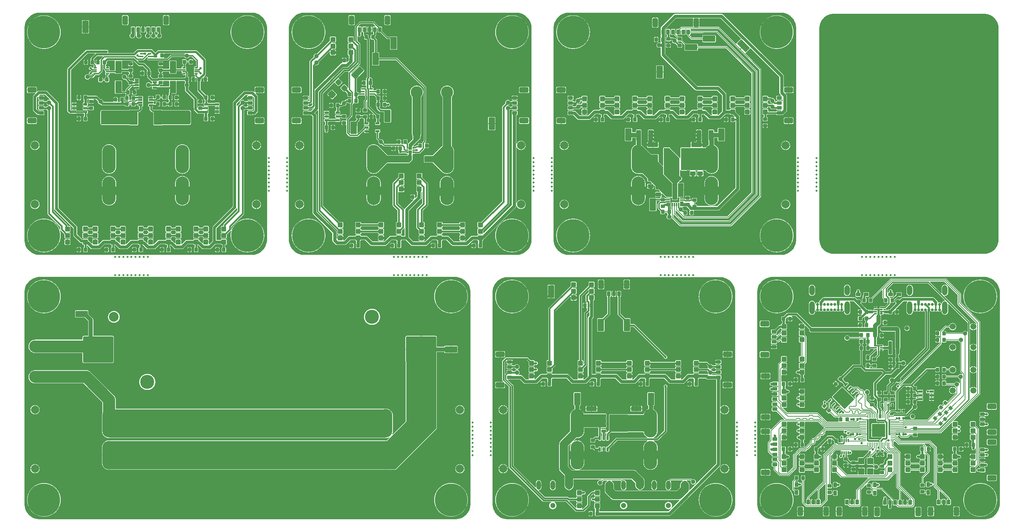
<source format=gtl>
%FSLAX25Y25*%
%MOIN*%
%SFA1B1*%

%IPPOS*%
%AMD10*
4,1,8,-0.134100,-0.127400,0.134100,-0.127400,0.146800,-0.114600,0.146800,0.114600,0.134100,0.127400,-0.134100,0.127400,-0.146800,0.114600,-0.146800,-0.114600,-0.134100,-0.127400,0.0*
1,1,0.025480,-0.134100,-0.114600*
1,1,0.025480,0.134100,-0.114600*
1,1,0.025480,0.134100,0.114600*
1,1,0.025480,-0.134100,0.114600*
%
%AMD11*
4,1,8,-0.059100,0.026600,-0.059100,-0.026600,-0.056100,-0.029500,0.056100,-0.029500,0.059100,-0.026600,0.059100,0.026600,0.056100,0.029500,-0.056100,0.029500,-0.059100,0.026600,0.0*
1,1,0.005900,-0.056100,0.026600*
1,1,0.005900,-0.056100,-0.026600*
1,1,0.005900,0.056100,-0.026600*
1,1,0.005900,0.056100,0.026600*
%
%AMD15*
4,1,8,-0.026600,-0.059100,0.026600,-0.059100,0.029500,-0.056100,0.029500,0.056100,0.026600,0.059100,-0.026600,0.059100,-0.029500,0.056100,-0.029500,-0.056100,-0.026600,-0.059100,0.0*
1,1,0.005900,-0.026600,-0.056100*
1,1,0.005900,0.026600,-0.056100*
1,1,0.005900,0.026600,0.056100*
1,1,0.005900,-0.026600,0.056100*
%
%AMD16*
4,1,8,-0.015700,0.015500,-0.015700,-0.015500,-0.012600,-0.018700,0.012600,-0.018700,0.015700,-0.015500,0.015700,0.015500,0.012600,0.018700,-0.012600,0.018700,-0.015700,0.015500,0.0*
1,1,0.006300,-0.012600,0.015500*
1,1,0.006300,-0.012600,-0.015500*
1,1,0.006300,0.012600,-0.015500*
1,1,0.006300,0.012600,0.015500*
%
%AMD18*
4,1,8,0.015400,0.006900,-0.015400,0.006900,-0.016700,0.005500,-0.016700,-0.005500,-0.015400,-0.006900,0.015400,-0.006900,0.016700,-0.005500,0.016700,0.005500,0.015400,0.006900,0.0*
1,1,0.002760,0.015400,0.005500*
1,1,0.002760,-0.015400,0.005500*
1,1,0.002760,-0.015400,-0.005500*
1,1,0.002760,0.015400,-0.005500*
%
%AMD19*
4,1,8,-0.015700,0.004100,-0.015700,-0.004100,-0.014000,-0.005900,0.014000,-0.005900,0.015700,-0.004100,0.015700,0.004100,0.014000,0.005900,-0.014000,0.005900,-0.015700,0.004100,0.0*
1,1,0.003540,-0.014000,0.004100*
1,1,0.003540,-0.014000,-0.004100*
1,1,0.003540,0.014000,-0.004100*
1,1,0.003540,0.014000,0.004100*
%
%AMD21*
4,1,8,-0.042300,0.020500,-0.042300,-0.020500,-0.037200,-0.025600,0.037200,-0.025600,0.042300,-0.020500,0.042300,0.020500,0.037200,0.025600,-0.037200,0.025600,-0.042300,0.020500,0.0*
1,1,0.010240,-0.037200,0.020500*
1,1,0.010240,-0.037200,-0.020500*
1,1,0.010240,0.037200,-0.020500*
1,1,0.010240,0.037200,0.020500*
%
%AMD22*
4,1,8,-0.023600,0.012600,-0.023600,-0.012600,-0.020500,-0.015700,0.020500,-0.015700,0.023600,-0.012600,0.023600,0.012600,0.020500,0.015700,-0.020500,0.015700,-0.023600,0.012600,0.0*
1,1,0.006300,-0.020500,0.012600*
1,1,0.006300,-0.020500,-0.012600*
1,1,0.006300,0.020500,-0.012600*
1,1,0.006300,0.020500,0.012600*
%
%AMD23*
4,1,8,0.018900,0.023600,-0.018900,0.023600,-0.023600,0.018900,-0.023600,-0.018900,-0.018900,-0.023600,0.018900,-0.023600,0.023600,-0.018900,0.023600,0.018900,0.018900,0.023600,0.0*
1,1,0.009440,0.018900,0.018900*
1,1,0.009440,-0.018900,0.018900*
1,1,0.009440,-0.018900,-0.018900*
1,1,0.009440,0.018900,-0.018900*
%
%AMD24*
4,1,8,0.012600,0.023600,-0.012600,0.023600,-0.015700,0.020500,-0.015700,-0.020500,-0.012600,-0.023600,0.012600,-0.023600,0.015700,-0.020500,0.015700,0.020500,0.012600,0.023600,0.0*
1,1,0.006300,0.012600,0.020500*
1,1,0.006300,-0.012600,0.020500*
1,1,0.006300,-0.012600,-0.020500*
1,1,0.006300,0.012600,-0.020500*
%
%AMD25*
4,1,8,0.020500,0.042300,-0.020500,0.042300,-0.025600,0.037200,-0.025600,-0.037200,-0.020500,-0.042300,0.020500,-0.042300,0.025600,-0.037200,0.025600,0.037200,0.020500,0.042300,0.0*
1,1,0.010240,0.020500,0.037200*
1,1,0.010240,-0.020500,0.037200*
1,1,0.010240,-0.020500,-0.037200*
1,1,0.010240,0.020500,-0.037200*
%
%AMD26*
4,1,8,-0.018900,-0.008900,0.018900,-0.008900,0.020700,-0.007100,0.020700,0.007100,0.018900,0.008900,-0.018900,0.008900,-0.020700,0.007100,-0.020700,-0.007100,-0.018900,-0.008900,0.0*
1,1,0.003540,-0.018900,-0.007100*
1,1,0.003540,0.018900,-0.007100*
1,1,0.003540,0.018900,0.007100*
1,1,0.003540,-0.018900,0.007100*
%
%AMD27*
4,1,8,-0.015500,-0.015700,0.015500,-0.015700,0.018700,-0.012600,0.018700,0.012600,0.015500,0.015700,-0.015500,0.015700,-0.018700,0.012600,-0.018700,-0.012600,-0.015500,-0.015700,0.0*
1,1,0.006300,-0.015500,-0.012600*
1,1,0.006300,0.015500,-0.012600*
1,1,0.006300,0.015500,0.012600*
1,1,0.006300,-0.015500,0.012600*
%
%AMD28*
4,1,8,-0.016900,-0.011000,0.016900,-0.011000,0.019100,-0.008800,0.019100,0.008800,0.016900,0.011000,-0.016900,0.011000,-0.019100,0.008800,-0.019100,-0.008800,-0.016900,-0.011000,0.0*
1,1,0.004400,-0.016900,-0.008800*
1,1,0.004400,0.016900,-0.008800*
1,1,0.004400,0.016900,0.008800*
1,1,0.004400,-0.016900,0.008800*
%
%AMD29*
4,1,8,-0.039400,0.066900,-0.039400,-0.066900,-0.035400,-0.070900,0.035400,-0.070900,0.039400,-0.066900,0.039400,0.066900,0.035400,0.070900,-0.035400,0.070900,-0.039400,0.066900,0.0*
1,1,0.007880,-0.035400,0.066900*
1,1,0.007880,-0.035400,-0.066900*
1,1,0.007880,0.035400,-0.066900*
1,1,0.007880,0.035400,0.066900*
%
%AMD41*
4,1,8,0.003300,-0.030100,0.030100,-0.003300,0.030100,0.003300,0.003300,0.030100,-0.003300,0.030100,-0.030100,0.003300,-0.030100,-0.003300,-0.003300,-0.030100,0.003300,-0.030100,0.0*
1,1,0.009440,0.000000,-0.026700*
1,1,0.009440,0.026700,0.000000*
1,1,0.009440,0.000000,0.026700*
1,1,0.009440,-0.026700,0.000000*
%
%AMD42*
4,1,8,-0.039000,-0.002800,-0.002800,-0.039000,0.005600,-0.039000,0.039000,-0.005600,0.039000,0.002800,0.002800,0.039000,-0.005600,0.039000,-0.039000,0.005600,-0.039000,-0.002800,0.0*
1,1,0.011820,-0.034800,0.001400*
1,1,0.011820,0.001400,-0.034800*
1,1,0.011820,0.034800,-0.001400*
1,1,0.011820,-0.001400,0.034800*
%
%AMD43*
4,1,8,-0.060600,-0.023000,-0.023000,-0.060600,-0.018800,-0.060500,0.060500,0.018800,0.060600,0.023000,0.023000,0.060600,0.018800,0.060500,-0.060500,-0.018800,-0.060600,-0.023000,0.0*
1,1,0.005900,-0.058500,-0.020900*
1,1,0.005900,-0.020900,-0.058500*
1,1,0.005900,0.058500,0.020900*
1,1,0.005900,0.020900,0.058500*
%
%AMD44*
4,1,8,0.004800,0.014500,-0.004800,0.014500,-0.006000,0.013300,-0.006000,-0.013300,-0.004800,-0.014500,0.004800,-0.014500,0.006000,-0.013300,0.006000,0.013300,0.004800,0.014500,0.0*
1,1,0.002400,0.004800,0.013300*
1,1,0.002400,-0.004800,0.013300*
1,1,0.002400,-0.004800,-0.013300*
1,1,0.002400,0.004800,-0.013300*
%
%AMD45*
4,1,8,-0.006000,0.008300,-0.006000,-0.008300,-0.004800,-0.009500,0.004800,-0.009500,0.006000,-0.008300,0.006000,0.008300,0.004800,0.009500,-0.004800,0.009500,-0.006000,0.008300,0.0*
1,1,0.002400,-0.004800,0.008300*
1,1,0.002400,-0.004800,-0.008300*
1,1,0.002400,0.004800,-0.008300*
1,1,0.002400,0.004800,0.008300*
%
%AMD46*
4,1,8,0.009000,-0.004800,0.009000,0.004800,0.007800,0.006000,-0.007800,0.006000,-0.009000,0.004800,-0.009000,-0.004800,-0.007800,-0.006000,0.007800,-0.006000,0.009000,-0.004800,0.0*
1,1,0.002400,0.007800,-0.004800*
1,1,0.002400,0.007800,0.004800*
1,1,0.002400,-0.007800,0.004800*
1,1,0.002400,-0.007800,-0.004800*
%
%AMD49*
4,1,8,-0.022100,-0.000100,-0.000100,-0.022100,0.004300,-0.022100,0.022100,-0.004300,0.022100,0.000100,0.000100,0.022100,-0.004300,0.022100,-0.022100,0.004300,-0.022100,-0.000100,0.0*
1,1,0.006300,-0.019900,0.002100*
1,1,0.006300,0.002100,-0.019900*
1,1,0.006300,0.019900,-0.002100*
1,1,0.006300,-0.002100,0.019900*
%
%AMD50*
4,1,8,-0.016700,0.018300,-0.016700,-0.018300,-0.013400,-0.021700,0.013400,-0.021700,0.016700,-0.018300,0.016700,0.018300,0.013400,0.021700,-0.013400,0.021700,-0.016700,0.018300,0.0*
1,1,0.006700,-0.013400,0.018300*
1,1,0.006700,-0.013400,-0.018300*
1,1,0.006700,0.013400,-0.018300*
1,1,0.006700,0.013400,0.018300*
%
%AMD51*
4,1,8,-0.009800,-0.009800,0.009800,-0.009800,0.011800,-0.007900,0.011800,0.007900,0.009800,0.009800,-0.009800,0.009800,-0.011800,0.007900,-0.011800,-0.007900,-0.009800,-0.009800,0.0*
1,1,0.003940,-0.009800,-0.007900*
1,1,0.003940,0.009800,-0.007900*
1,1,0.003940,0.009800,0.007900*
1,1,0.003940,-0.009800,0.007900*
%
%AMD52*
4,1,8,0.016000,0.003900,-0.016000,0.003900,-0.017200,0.002800,-0.017200,-0.002800,-0.016000,-0.003900,0.016000,-0.003900,0.017200,-0.002800,0.017200,0.002800,0.016000,0.003900,0.0*
1,1,0.002360,0.016000,0.002800*
1,1,0.002360,-0.016000,0.002800*
1,1,0.002360,-0.016000,-0.002800*
1,1,0.002360,0.016000,-0.002800*
%
%AMD53*
4,1,8,-0.018300,-0.016700,0.018300,-0.016700,0.021700,-0.013400,0.021700,0.013400,0.018300,0.016700,-0.018300,0.016700,-0.021700,0.013400,-0.021700,-0.013400,-0.018300,-0.016700,0.0*
1,1,0.006700,-0.018300,-0.013400*
1,1,0.006700,0.018300,-0.013400*
1,1,0.006700,0.018300,0.013400*
1,1,0.006700,-0.018300,0.013400*
%
%AMD54*
4,1,8,-0.004100,-0.015700,0.004100,-0.015700,0.005900,-0.014000,0.005900,0.014000,0.004100,0.015700,-0.004100,0.015700,-0.005900,0.014000,-0.005900,-0.014000,-0.004100,-0.015700,0.0*
1,1,0.003540,-0.004100,-0.014000*
1,1,0.003540,0.004100,-0.014000*
1,1,0.003540,0.004100,0.014000*
1,1,0.003540,-0.004100,0.014000*
%
%AMD55*
4,1,8,0.011000,0.005900,-0.011000,0.005900,-0.012800,0.004100,-0.012800,-0.004100,-0.011000,-0.005900,0.011000,-0.005900,0.012800,-0.004100,0.012800,0.004100,0.011000,0.005900,0.0*
1,1,0.003540,0.011000,0.004100*
1,1,0.003540,-0.011000,0.004100*
1,1,0.003540,-0.011000,-0.004100*
1,1,0.003540,0.011000,-0.004100*
%
%AMD56*
4,1,8,0.002800,0.017200,-0.002800,0.017200,-0.003900,0.016000,-0.003900,-0.016000,-0.002800,-0.017200,0.002800,-0.017200,0.003900,-0.016000,0.003900,0.016000,0.002800,0.017200,0.0*
1,1,0.002360,0.002800,0.016000*
1,1,0.002360,-0.002800,0.016000*
1,1,0.002360,-0.002800,-0.016000*
1,1,0.002360,0.002800,-0.016000*
%
%AMD57*
4,1,8,0.059800,0.063000,-0.059800,0.063000,-0.063000,0.059800,-0.063000,-0.059800,-0.059800,-0.063000,0.059800,-0.063000,0.063000,-0.059800,0.063000,0.059800,0.059800,0.063000,0.0*
1,1,0.006300,0.059800,0.059800*
1,1,0.006300,-0.059800,0.059800*
1,1,0.006300,-0.059800,-0.059800*
1,1,0.006300,0.059800,-0.059800*
%
%AMD58*
4,1,8,0.019700,-0.007800,0.007900,-0.019600,-0.007800,-0.019600,-0.019600,-0.007800,-0.019600,0.007900,-0.007800,0.019700,0.007900,0.019700,0.019700,0.007900,0.019700,-0.007800,0.0*
%
%AMD59*
4,1,8,0.020700,0.031500,-0.020700,0.031500,-0.029500,0.022600,-0.029500,-0.022600,-0.020700,-0.031500,0.020700,-0.031500,0.029500,-0.022600,0.029500,0.022600,0.020700,0.031500,0.0*
1,1,0.017720,0.020700,0.022600*
1,1,0.017720,-0.020700,0.022600*
1,1,0.017720,-0.020700,-0.022600*
1,1,0.017720,0.020700,-0.022600*
%
%AMD60*
4,1,8,0.009800,-0.009800,0.009800,0.009800,0.007900,0.011800,-0.007900,0.011800,-0.009800,0.009800,-0.009800,-0.009800,-0.007900,-0.011800,0.007900,-0.011800,0.009800,-0.009800,0.0*
1,1,0.003940,0.007900,-0.009800*
1,1,0.003940,0.007900,0.009800*
1,1,0.003940,-0.007900,0.009800*
1,1,0.003940,-0.007900,-0.009800*
%
%AMD61*
4,1,8,0.000000,-0.049200,0.000000,-0.049200,0.025600,-0.023600,0.025600,0.023600,0.000000,0.049200,0.000000,0.049200,-0.025600,0.023600,-0.025600,-0.023600,0.000000,-0.049200,0.0*
1,1,0.051180,0.000000,-0.023600*
1,1,0.051180,0.000000,-0.023600*
1,1,0.051180,0.000000,0.023600*
1,1,0.051180,0.000000,0.023600*
%
%AMD62*
4,1,8,-0.012800,-0.063000,0.012800,-0.063000,0.015900,-0.059800,0.015900,0.059800,0.012800,0.063000,-0.012800,0.063000,-0.015900,0.059800,-0.015900,-0.059800,-0.012800,-0.063000,0.0*
1,1,0.006380,-0.012800,-0.059800*
1,1,0.006380,0.012800,-0.059800*
1,1,0.006380,0.012800,0.059800*
1,1,0.006380,-0.012800,0.059800*
%
%AMD63*
4,1,8,-0.000100,0.022100,-0.022100,0.000100,-0.022100,-0.004300,-0.004300,-0.022100,0.000100,-0.022100,0.022100,-0.000100,0.022100,0.004300,0.004300,0.022100,-0.000100,0.022100,0.0*
1,1,0.006300,0.002100,0.019900*
1,1,0.006300,-0.019900,-0.002100*
1,1,0.006300,-0.002100,-0.019900*
1,1,0.006300,0.019900,0.002100*
%
%AMD64*
4,1,8,0.006400,0.019000,-0.019000,-0.006400,-0.019000,-0.010300,-0.010300,-0.019000,-0.006400,-0.019000,0.019000,0.006400,0.019000,0.010300,0.010300,0.019000,0.006400,0.019000,0.0*
1,1,0.005320,0.008300,0.017100*
1,1,0.005320,-0.017100,-0.008300*
1,1,0.005320,-0.008300,-0.017100*
1,1,0.005320,0.017100,0.008300*
%
%AMD65*
4,1,8,-0.016300,0.103400,-0.103400,0.016300,-0.103400,0.008800,0.008800,-0.103400,0.016300,-0.103400,0.103400,-0.016300,0.103400,-0.008800,-0.008800,0.103400,-0.016300,0.103400,0.0*
1,1,0.010700,-0.012500,0.099600*
1,1,0.010700,-0.099600,0.012500*
1,1,0.010700,0.012500,-0.099600*
1,1,0.010700,0.099600,-0.012500*
%
%AMD67*
4,1,8,0.022500,0.108300,-0.022500,0.108300,-0.028100,0.102600,-0.028100,-0.102600,-0.022500,-0.108300,0.022500,-0.108300,0.028100,-0.102600,0.028100,0.102600,0.022500,0.108300,0.0*
1,1,0.011260,0.022500,0.102600*
1,1,0.011260,-0.022500,0.102600*
1,1,0.011260,-0.022500,-0.102600*
1,1,0.011260,0.022500,-0.102600*
%
%AMD68*
4,1,8,0.046600,0.022600,-0.046600,0.022600,-0.051200,0.018100,-0.051200,-0.018100,-0.046600,-0.022600,0.046600,-0.022600,0.051200,-0.018100,0.051200,0.018100,0.046600,0.022600,0.0*
1,1,0.009060,0.046600,0.018100*
1,1,0.009060,-0.046600,0.018100*
1,1,0.009060,-0.046600,-0.018100*
1,1,0.009060,0.046600,-0.018100*
%
%AMD69*
4,1,8,0.022600,0.019700,-0.022600,0.019700,-0.026600,0.015700,-0.026600,-0.015700,-0.022600,-0.019700,0.022600,-0.019700,0.026600,-0.015700,0.026600,0.015700,0.022600,0.019700,0.0*
1,1,0.007880,0.022600,0.015700*
1,1,0.007880,-0.022600,0.015700*
1,1,0.007880,-0.022600,-0.015700*
1,1,0.007880,0.022600,-0.015700*
%
%AMD70*
4,1,8,-0.016700,0.020300,-0.016700,-0.020300,-0.013400,-0.023600,0.013400,-0.023600,0.016700,-0.020300,0.016700,0.020300,0.013400,0.023600,-0.013400,0.023600,-0.016700,0.020300,0.0*
1,1,0.006700,-0.013400,0.020300*
1,1,0.006700,-0.013400,-0.020300*
1,1,0.006700,0.013400,-0.020300*
1,1,0.006700,0.013400,0.020300*
%
%AMD71*
4,1,8,-0.018700,0.013400,-0.018700,-0.013400,-0.015300,-0.016700,0.015300,-0.016700,0.018700,-0.013400,0.018700,0.013400,0.015300,0.016700,-0.015300,0.016700,-0.018700,0.013400,0.0*
1,1,0.006700,-0.015300,0.013400*
1,1,0.006700,-0.015300,-0.013400*
1,1,0.006700,0.015300,-0.013400*
1,1,0.006700,0.015300,0.013400*
%
%AMD72*
4,1,8,0.017700,-0.004800,0.017700,0.004800,0.015600,0.006900,-0.015600,0.006900,-0.017700,0.004800,-0.017700,-0.004800,-0.015600,-0.006900,0.015600,-0.006900,0.017700,-0.004800,0.0*
1,1,0.004140,0.015600,-0.004800*
1,1,0.004140,0.015600,0.004800*
1,1,0.004140,-0.015600,0.004800*
1,1,0.004140,-0.015600,-0.004800*
%
%AMD73*
4,1,8,0.004800,0.017700,-0.004800,0.017700,-0.006900,0.015600,-0.006900,-0.015600,-0.004800,-0.017700,0.004800,-0.017700,0.006900,-0.015600,0.006900,0.015600,0.004800,0.017700,0.0*
1,1,0.004140,0.004800,0.015600*
1,1,0.004140,-0.004800,0.015600*
1,1,0.004140,-0.004800,-0.015600*
1,1,0.004140,0.004800,-0.015600*
%
%AMD74*
4,1,8,-0.027500,0.063200,-0.027500,-0.063200,-0.024700,-0.065900,0.024700,-0.065900,0.027500,-0.063200,0.027500,0.063200,0.024700,0.065900,-0.024700,0.065900,-0.027500,0.063200,0.0*
1,1,0.005500,-0.024700,0.063200*
1,1,0.005500,-0.024700,-0.063200*
1,1,0.005500,0.024700,-0.063200*
1,1,0.005500,0.024700,0.063200*
%
%AMD75*
4,1,8,-0.021700,0.076600,-0.021700,-0.076600,-0.019500,-0.078700,0.019500,-0.078700,0.021700,-0.076600,0.021700,0.076600,0.019500,0.078700,-0.019500,0.078700,-0.021700,0.076600,0.0*
1,1,0.004340,-0.019500,0.076600*
1,1,0.004340,-0.019500,-0.076600*
1,1,0.004340,0.019500,-0.076600*
1,1,0.004340,0.019500,0.076600*
%
%AMD76*
4,1,8,-0.027500,0.064200,-0.027500,-0.064200,-0.024700,-0.066900,0.024700,-0.066900,0.027500,-0.064200,0.027500,0.064200,0.024700,0.066900,-0.024700,0.066900,-0.027500,0.064200,0.0*
1,1,0.005500,-0.024700,0.064200*
1,1,0.005500,-0.024700,-0.064200*
1,1,0.005500,0.024700,-0.064200*
1,1,0.005500,0.024700,0.064200*
%
%AMD77*
4,1,8,-0.022600,0.046600,-0.022600,-0.046600,-0.018100,-0.051200,0.018100,-0.051200,0.022600,-0.046600,0.022600,0.046600,0.018100,0.051200,-0.018100,0.051200,-0.022600,0.046600,0.0*
1,1,0.009060,-0.018100,0.046600*
1,1,0.009060,-0.018100,-0.046600*
1,1,0.009060,0.018100,-0.046600*
1,1,0.009060,0.018100,0.046600*
%
%AMD78*
4,1,8,0.023000,-0.060600,0.060600,-0.023000,0.060500,-0.018800,-0.018800,0.060500,-0.023000,0.060600,-0.060600,0.023000,-0.060500,0.018800,0.018800,-0.060500,0.023000,-0.060600,0.0*
1,1,0.005900,0.020900,-0.058500*
1,1,0.005900,0.058500,-0.020900*
1,1,0.005900,-0.020900,0.058500*
1,1,0.005900,-0.058500,0.020900*
%
%AMD83*
4,1,8,-0.011000,0.016900,-0.011000,-0.016900,-0.008800,-0.019100,0.008800,-0.019100,0.011000,-0.016900,0.011000,0.016900,0.008800,0.019100,-0.008800,0.019100,-0.011000,0.016900,0.0*
1,1,0.004400,-0.008800,0.016900*
1,1,0.004400,-0.008800,-0.016900*
1,1,0.004400,0.008800,-0.016900*
1,1,0.004400,0.008800,0.016900*
%
%AMD84*
4,1,8,0.090500,-0.078500,0.090500,0.078500,0.086400,0.082700,-0.086400,0.082700,-0.090500,0.078500,-0.090500,-0.078500,-0.086400,-0.082700,0.086400,-0.082700,0.090500,-0.078500,0.0*
1,1,0.008260,0.086400,-0.078500*
1,1,0.008260,0.086400,0.078500*
1,1,0.008260,-0.086400,0.078500*
1,1,0.008260,-0.086400,-0.078500*
%
%AMD85*
4,1,8,0.019900,0.013800,-0.019900,0.013800,-0.022600,0.011000,-0.022600,-0.011000,-0.019900,-0.013800,0.019900,-0.013800,0.022600,-0.011000,0.022600,0.011000,0.019900,0.013800,0.0*
1,1,0.005520,0.019900,0.011000*
1,1,0.005520,-0.019900,0.011000*
1,1,0.005520,-0.019900,-0.011000*
1,1,0.005520,0.019900,-0.011000*
%
%AMD98*
4,1,8,0.007900,0.019700,0.019700,0.007900,0.019700,-0.007800,0.007900,-0.019600,-0.007800,-0.019600,-0.019600,-0.007800,-0.019600,0.007900,-0.007800,0.019700,0.007900,0.019700,0.0*
%
%AMD99*
4,1,8,-0.007800,-0.019600,-0.019600,-0.007800,-0.019600,0.007900,-0.007800,0.019700,0.007900,0.019700,0.019700,0.007900,0.019700,-0.007800,0.007900,-0.019600,-0.007800,-0.019600,0.0*
%
%AMD101*
4,1,8,0.025600,-0.037400,0.025600,0.037400,0.000000,0.063000,0.000000,0.063000,-0.025600,0.037400,-0.025600,-0.037400,0.000000,-0.063000,0.000000,-0.063000,0.025600,-0.037400,0.0*
1,1,0.051180,0.000000,-0.037400*
1,1,0.051180,0.000000,0.037400*
1,1,0.051180,0.000000,0.037400*
1,1,0.051180,0.000000,-0.037400*
%
%AMD103*
4,1,8,0.000000,-0.031500,0.000000,-0.031500,0.013800,-0.017700,0.013800,0.017700,0.000000,0.031500,0.000000,0.031500,-0.013800,0.017700,-0.013800,-0.017700,0.000000,-0.031500,0.0*
1,1,0.027560,0.000000,-0.017700*
1,1,0.027560,0.000000,-0.017700*
1,1,0.027560,0.000000,0.017700*
1,1,0.027560,0.000000,0.017700*
%
G04~CAMADD=10~8~0.0~0.0~2937.0~2547.2~127.4~0.0~15~0.0~0.0~0.0~0.0~0~0.0~0.0~0.0~0.0~0~0.0~0.0~0.0~180.0~2938.0~2547.0*
%ADD10D10*%
G04~CAMADD=11~8~0.0~0.0~590.6~1181.1~29.5~0.0~15~0.0~0.0~0.0~0.0~0~0.0~0.0~0.0~0.0~0~0.0~0.0~0.0~90.0~1182.0~591.0*
%ADD11D11*%
%ADD12C,0.039370*%
%ADD13C,0.118110*%
%ADD14R,2.677170X0.275590*%
G04~CAMADD=15~8~0.0~0.0~590.6~1181.1~29.5~0.0~15~0.0~0.0~0.0~0.0~0~0.0~0.0~0.0~0.0~0~0.0~0.0~0.0~180.0~592.0~1181.0*
%ADD15D15*%
G04~CAMADD=16~8~0.0~0.0~374.0~315.0~31.5~0.0~15~0.0~0.0~0.0~0.0~0~0.0~0.0~0.0~0.0~0~0.0~0.0~0.0~90.0~314.0~374.0*
%ADD16D16*%
%ADD17R,0.039370X0.708660*%
G04~CAMADD=18~8~0.0~0.0~334.7~137.8~13.8~0.0~15~0.0~0.0~0.0~0.0~0~0.0~0.0~0.0~0.0~0~0.0~0.0~0.0~0.0~334.7~137.8*
%ADD18D18*%
G04~CAMADD=19~8~0.0~0.0~118.1~315.0~17.7~0.0~15~0.0~0.0~0.0~0.0~0~0.0~0.0~0.0~0.0~0~0.0~0.0~0.0~90.0~314.0~118.0*
%ADD19D19*%
%ADD20R,0.787400X0.039370*%
G04~CAMADD=21~8~0.0~0.0~511.8~846.5~51.2~0.0~15~0.0~0.0~0.0~0.0~0~0.0~0.0~0.0~0.0~0~0.0~0.0~0.0~90.0~847.0~512.0*
%ADD21D21*%
G04~CAMADD=22~8~0.0~0.0~315.0~472.4~31.5~0.0~15~0.0~0.0~0.0~0.0~0~0.0~0.0~0.0~0.0~0~0.0~0.0~0.0~90.0~472.0~315.0*
%ADD22D22*%
G04~CAMADD=23~8~0.0~0.0~472.4~472.4~47.2~0.0~15~0.0~0.0~0.0~0.0~0~0.0~0.0~0.0~0.0~0~0.0~0.0~0.0~0.0~472.4~472.4*
%ADD23D23*%
G04~CAMADD=24~8~0.0~0.0~315.0~472.4~31.5~0.0~15~0.0~0.0~0.0~0.0~0~0.0~0.0~0.0~0.0~0~0.0~0.0~0.0~0.0~315.0~472.4*
%ADD24D24*%
G04~CAMADD=25~8~0.0~0.0~511.8~846.5~51.2~0.0~15~0.0~0.0~0.0~0.0~0~0.0~0.0~0.0~0.0~0~0.0~0.0~0.0~0.0~511.8~846.5*
%ADD25D25*%
G04~CAMADD=26~8~0.0~0.0~413.4~177.2~17.7~0.0~15~0.0~0.0~0.0~0.0~0~0.0~0.0~0.0~0.0~0~0.0~0.0~0.0~180.0~414.0~178.0*
%ADD26D26*%
G04~CAMADD=27~8~0.0~0.0~374.0~315.0~31.5~0.0~15~0.0~0.0~0.0~0.0~0~0.0~0.0~0.0~0.0~0~0.0~0.0~0.0~180.0~374.0~314.0*
%ADD27D27*%
G04~CAMADD=28~8~0.0~0.0~382.8~219.7~22.0~0.0~15~0.0~0.0~0.0~0.0~0~0.0~0.0~0.0~0.0~0~0.0~0.0~0.0~180.0~383.0~220.0*
%ADD28D28*%
G04~CAMADD=29~8~0.0~0.0~1417.3~787.4~39.4~0.0~15~0.0~0.0~0.0~0.0~0~0.0~0.0~0.0~0.0~0~0.0~0.0~0.0~90.0~789.0~1418.0*
%ADD29D29*%
%ADD30C,0.019680*%
%ADD31C,0.023620*%
%ADD32C,0.011810*%
%ADD33C,0.015750*%
%ADD34C,0.017720*%
%ADD35C,0.009840*%
%ADD36C,0.007870*%
%ADD37C,0.027560*%
%ADD38C,0.031500*%
%ADD39C,0.021650*%
%ADD40R,0.141730X0.078740*%
G04~CAMADD=41~8~0.0~0.0~472.4~472.4~47.2~0.0~15~0.0~0.0~0.0~0.0~0~0.0~0.0~0.0~0.0~0~0.0~0.0~0.0~225.0~628.0~628.0*
%ADD41D41*%
G04~CAMADD=42~8~0.0~0.0~629.9~590.6~59.1~0.0~15~0.0~0.0~0.0~0.0~0~0.0~0.0~0.0~0.0~0~0.0~0.0~0.0~135.0~814.0~814.0*
%ADD42D42*%
G04~CAMADD=43~8~0.0~0.0~590.6~1181.1~29.5~0.0~15~0.0~0.0~0.0~0.0~0~0.0~0.0~0.0~0.0~0~0.0~0.0~0.0~135.0~1228.0~1228.0*
%ADD43D43*%
G04~CAMADD=44~8~0.0~0.0~120.0~290.0~12.0~0.0~15~0.0~0.0~0.0~0.0~0~0.0~0.0~0.0~0.0~0~0.0~0.0~0.0~0.0~120.0~290.0*
%ADD44D44*%
G04~CAMADD=45~8~0.0~0.0~190.0~120.0~12.0~0.0~15~0.0~0.0~0.0~0.0~0~0.0~0.0~0.0~0.0~0~0.0~0.0~0.0~90.0~120.0~190.0*
%ADD45D45*%
G04~CAMADD=46~8~0.0~0.0~120.0~180.0~12.0~0.0~15~0.0~0.0~0.0~0.0~0~0.0~0.0~0.0~0.0~0~0.0~0.0~0.0~270.0~180.0~120.0*
%ADD46D46*%
%ADD47C,0.078740*%
%ADD48R,0.031500X0.082680*%
G04~CAMADD=49~8~0.0~0.0~374.0~315.0~31.5~0.0~15~0.0~0.0~0.0~0.0~0~0.0~0.0~0.0~0.0~0~0.0~0.0~0.0~135.0~462.0~460.0*
%ADD49D49*%
G04~CAMADD=50~8~0.0~0.0~433.1~334.7~33.5~0.0~15~0.0~0.0~0.0~0.0~0~0.0~0.0~0.0~0.0~0~0.0~0.0~0.0~90.0~336.0~433.0*
%ADD50D50*%
G04~CAMADD=51~8~0.0~0.0~236.2~196.8~19.7~0.0~15~0.0~0.0~0.0~0.0~0~0.0~0.0~0.0~0.0~0~0.0~0.0~0.0~180.0~236.0~196.0*
%ADD51D51*%
G04~CAMADD=52~8~0.0~0.0~344.5~78.7~11.8~0.0~15~0.0~0.0~0.0~0.0~0~0.0~0.0~0.0~0.0~0~0.0~0.0~0.0~0.0~344.5~78.7*
%ADD52D52*%
G04~CAMADD=53~8~0.0~0.0~433.1~334.7~33.5~0.0~15~0.0~0.0~0.0~0.0~0~0.0~0.0~0.0~0.0~0~0.0~0.0~0.0~180.0~434.0~335.0*
%ADD53D53*%
G04~CAMADD=54~8~0.0~0.0~118.1~315.0~17.7~0.0~15~0.0~0.0~0.0~0.0~0~0.0~0.0~0.0~0.0~0~0.0~0.0~0.0~180.0~118.0~314.0*
%ADD54D54*%
G04~CAMADD=55~8~0.0~0.0~255.9~118.1~17.7~0.0~15~0.0~0.0~0.0~0.0~0~0.0~0.0~0.0~0.0~0~0.0~0.0~0.0~0.0~255.9~118.1*
%ADD55D55*%
G04~CAMADD=56~8~0.0~0.0~78.7~344.5~11.8~0.0~15~0.0~0.0~0.0~0.0~0~0.0~0.0~0.0~0.0~0~0.0~0.0~0.0~0.0~78.7~344.5*
%ADD56D56*%
G04~CAMADD=57~8~0.0~0.0~1259.8~1259.8~31.5~0.0~15~0.0~0.0~0.0~0.0~0~0.0~0.0~0.0~0.0~0~0.0~0.0~0.0~0.0~1259.8~1259.8*
%ADD57D57*%
%ADD58D58*%
G04~CAMADD=59~8~0.0~0.0~590.6~629.9~88.6~0.0~15~0.0~0.0~0.0~0.0~0~0.0~0.0~0.0~0.0~0~0.0~0.0~0.0~0.0~590.6~629.9*
%ADD59D59*%
G04~CAMADD=60~8~0.0~0.0~236.2~196.8~19.7~0.0~15~0.0~0.0~0.0~0.0~0~0.0~0.0~0.0~0.0~0~0.0~0.0~0.0~270.0~196.0~236.0*
%ADD60D60*%
G04~CAMADD=61~8~0.0~0.0~511.8~984.3~255.9~0.0~15~0.0~0.0~0.0~0.0~0~0.0~0.0~0.0~0.0~0~0.0~0.0~0.0~180.0~512.0~983.0*
%ADD61D61*%
G04~CAMADD=62~8~0.0~0.0~318.9~1259.8~31.9~0.0~15~0.0~0.0~0.0~0.0~0~0.0~0.0~0.0~0.0~0~0.0~0.0~0.0~180.0~320.0~1260.0*
%ADD62D62*%
G04~CAMADD=63~8~0.0~0.0~374.0~315.0~31.5~0.0~15~0.0~0.0~0.0~0.0~0~0.0~0.0~0.0~0.0~0~0.0~0.0~0.0~45.0~460.0~462.0*
%ADD63D63*%
G04~CAMADD=64~8~0.0~0.0~413.4~177.2~26.6~0.0~15~0.0~0.0~0.0~0.0~0~0.0~0.0~0.0~0.0~0~0.0~0.0~0.0~45.0~396.0~396.0*
%ADD64D64*%
G04~CAMADD=65~8~0.0~0.0~1338.6~1692.9~53.5~0.0~15~0.0~0.0~0.0~0.0~0~0.0~0.0~0.0~0.0~0~0.0~0.0~0.0~45.0~2100.0~2099.0*
%ADD65D65*%
%ADD66C,0.015000*%
G04~CAMADD=67~8~0.0~0.0~563.0~2165.4~56.3~0.0~15~0.0~0.0~0.0~0.0~0~0.0~0.0~0.0~0.0~0~0.0~0.0~0.0~0.0~563.0~2165.4*
%ADD67D67*%
G04~CAMADD=68~8~0.0~0.0~1023.6~452.8~45.3~0.0~15~0.0~0.0~0.0~0.0~0~0.0~0.0~0.0~0.0~0~0.0~0.0~0.0~0.0~1023.6~452.8*
%ADD68D68*%
G04~CAMADD=69~8~0.0~0.0~531.5~393.7~39.4~0.0~15~0.0~0.0~0.0~0.0~0~0.0~0.0~0.0~0.0~0~0.0~0.0~0.0~0.0~531.5~393.7*
%ADD69D69*%
G04~CAMADD=70~8~0.0~0.0~472.4~334.7~33.5~0.0~15~0.0~0.0~0.0~0.0~0~0.0~0.0~0.0~0.0~0~0.0~0.0~0.0~90.0~335.0~472.0*
%ADD70D70*%
G04~CAMADD=71~8~0.0~0.0~334.7~374.0~33.5~0.0~15~0.0~0.0~0.0~0.0~0~0.0~0.0~0.0~0.0~0~0.0~0.0~0.0~90.0~374.0~334.0*
%ADD71D71*%
G04~CAMADD=72~8~0.0~0.0~137.8~354.3~20.7~0.0~15~0.0~0.0~0.0~0.0~0~0.0~0.0~0.0~0.0~0~0.0~0.0~0.0~270.0~355.0~138.0*
%ADD72D72*%
G04~CAMADD=73~8~0.0~0.0~137.8~354.3~20.7~0.0~15~0.0~0.0~0.0~0.0~0~0.0~0.0~0.0~0.0~0~0.0~0.0~0.0~0.0~137.8~354.3*
%ADD73D73*%
G04~CAMADD=74~8~0.0~0.0~1318.9~549.2~27.5~0.0~15~0.0~0.0~0.0~0.0~0~0.0~0.0~0.0~0.0~0~0.0~0.0~0.0~90.0~550.0~1319.0*
%ADD74D74*%
G04~CAMADD=75~8~0.0~0.0~1574.8~433.1~21.7~0.0~15~0.0~0.0~0.0~0.0~0~0.0~0.0~0.0~0.0~0~0.0~0.0~0.0~90.0~434.0~1575.0*
%ADD75D75*%
G04~CAMADD=76~8~0.0~0.0~1338.6~549.2~27.5~0.0~15~0.0~0.0~0.0~0.0~0~0.0~0.0~0.0~0.0~0~0.0~0.0~0.0~90.0~550.0~1339.0*
%ADD76D76*%
G04~CAMADD=77~8~0.0~0.0~1023.6~452.8~45.3~0.0~15~0.0~0.0~0.0~0.0~0~0.0~0.0~0.0~0.0~0~0.0~0.0~0.0~90.0~454.0~1023.0*
%ADD77D77*%
G04~CAMADD=78~8~0.0~0.0~590.6~1181.1~29.5~0.0~15~0.0~0.0~0.0~0.0~0~0.0~0.0~0.0~0.0~0~0.0~0.0~0.0~225.0~1228.0~1228.0*
%ADD78D78*%
%ADD79C,0.013780*%
%ADD80C,0.043310*%
%ADD81R,0.070870X0.086610*%
%ADD82R,0.301180X0.214570*%
G04~CAMADD=83~8~0.0~0.0~382.8~219.7~22.0~0.0~15~0.0~0.0~0.0~0.0~0~0.0~0.0~0.0~0.0~0~0.0~0.0~0.0~90.0~220.0~383.0*
%ADD83D83*%
G04~CAMADD=84~8~0.0~0.0~1653.5~1811.0~41.3~0.0~15~0.0~0.0~0.0~0.0~0~0.0~0.0~0.0~0.0~0~0.0~0.0~0.0~270.0~1812.0~1654.0*
%ADD84D84*%
G04~CAMADD=85~8~0.0~0.0~452.8~275.6~27.6~0.0~15~0.0~0.0~0.0~0.0~0~0.0~0.0~0.0~0.0~0~0.0~0.0~0.0~0.0~452.8~275.6*
%ADD85D85*%
%ADD86R,0.380910X0.163390*%
%ADD87R,0.292240X0.126970*%
%ADD88C,0.019680*%
%ADD89C,0.314960*%
%ADD90C,0.055120*%
%ADD91C,0.078740*%
%ADD92C,0.116930*%
%ADD93C,0.072050*%
%ADD94C,0.135830*%
%ADD95C,0.094090*%
%ADD96O,0.127950X0.275590*%
%ADD97C,0.023620*%
%ADD98D98*%
%ADD99D99*%
%ADD100C,0.059060*%
G04~CAMADD=101~8~0.0~0.0~1259.8~511.8~255.9~0.0~15~0.0~0.0~0.0~0.0~0~0.0~0.0~0.0~0.0~0~0.0~0.0~0.0~270.0~512.0~1259.0*
%ADD101D101*%
%ADD102C,0.027560*%
G04~CAMADD=103~8~0.0~0.0~275.6~629.9~137.8~0.0~15~0.0~0.0~0.0~0.0~0~0.0~0.0~0.0~0.0~0~0.0~0.0~0.0~180.0~276.0~629.0*
%ADD103D103*%
%ADD104O,0.043620X0.087240*%
%ADD105C,0.051180*%
%LNpanel-1*%
%LPD*%
G36*
X881890Y588583D02*
X1027860D01*
X1028461Y588556*
X1029060Y588504*
X1029656Y588426*
X1030248Y588321*
X1030835Y588191*
X1031416Y588035*
X1031989Y587854*
X1032555Y587649*
X1033110Y587419*
X1033655Y587165*
X1034188Y586887*
X1034709Y586586*
X1035216Y586263*
X1035709Y585918*
X1036186Y585552*
X1036647Y585166*
X1037090Y584759*
X1037515Y584334*
X1037922Y583891*
X1038308Y583430*
X1038674Y582953*
X1039019Y582460*
X1039342Y581953*
X1039643Y581432*
X1039921Y580899*
X1040175Y580354*
X1040405Y579799*
X1040610Y579234*
X1040791Y578660*
X1040947Y578079*
X1041077Y577492*
X1041181Y576900*
X1041260Y576304*
X1041312Y575705*
X1041339Y575104*
Y574803*
Y370079*
Y369778*
X1041312Y369177*
X1041260Y368578*
X1041181Y367982*
X1041077Y367390*
X1040947Y366803*
X1040791Y366222*
X1040610Y365648*
X1040405Y365083*
X1040175Y364528*
X1039921Y363983*
X1039643Y363449*
X1039342Y362929*
X1039019Y362421*
X1038674Y361929*
X1038308Y361452*
X1037922Y360991*
X1037515Y360548*
X1037090Y360122*
X1036647Y359716*
X1036186Y359330*
X1035709Y358964*
X1035216Y358619*
X1034709Y358296*
X1034188Y357995*
X1033655Y357717*
X1033110Y357463*
X1032555Y357233*
X1031989Y357027*
X1031416Y356847*
X1030835Y356691*
X1030248Y356561*
X1029656Y356456*
X1029060Y356378*
X1028461Y356326*
X1027860Y356299*
X1027559*
X881890*
X881589*
X880988Y356326*
X880389Y356378*
X879793Y356456*
X879201Y356561*
X878614Y356691*
X878033Y356847*
X877459Y357027*
X876894Y357233*
X876339Y357463*
X875794Y357717*
X875260Y357995*
X874740Y358296*
X874232Y358619*
X873740Y358964*
X873263Y359330*
X872802Y359716*
X872359Y360122*
X871933Y360548*
X871527Y360991*
X871141Y361452*
X870775Y361929*
X870430Y362421*
X870107Y362929*
X869806Y363449*
X869528Y363983*
X869274Y364528*
X869044Y365083*
X868838Y365648*
X868658Y366222*
X868502Y366803*
X868372Y367390*
X868267Y367982*
X868189Y368578*
X868137Y369177*
X868110Y369778*
Y370079*
Y574803*
Y575104*
X868137Y575705*
X868189Y576304*
X868267Y576900*
X868372Y577492*
X868502Y578079*
X868658Y578660*
X868839Y579234*
X869044Y579799*
X869274Y580354*
X869528Y580899*
X869806Y581432*
X870107Y581953*
X870430Y582460*
X870775Y582953*
X871141Y583430*
X871527Y583891*
X871934Y584334*
X872359Y584759*
X872802Y585166*
X873263Y585552*
X873740Y585918*
X874232Y586263*
X874740Y586586*
X875260Y586887*
X875794Y587165*
X876339Y587419*
X876894Y587649*
X877460Y587854*
X878033Y588035*
X878614Y588191*
X879201Y588321*
X879793Y588426*
X880389Y588504*
X880988Y588556*
X881589Y588583*
X881890*
G37*
G36*
X575731Y589755D02*
X577725Y589493D01*
X579617Y588986*
X581427Y588236*
X583124Y587256*
X584678Y586064*
X586064Y584678*
X587256Y583124*
X588236Y581427*
X588986Y579617*
X589493Y577725*
X589748Y575783*
Y574803*
Y370079*
Y369099*
X589493Y367157*
X588986Y365265*
X588236Y363454*
X587256Y361758*
X586064Y360204*
X584678Y358818*
X583124Y357626*
X581427Y356646*
X579617Y355896*
X577725Y355389*
X575783Y355134*
X369099*
X367157Y355389*
X365265Y355896*
X363454Y356646*
X361758Y357626*
X360204Y358818*
X358818Y360204*
X357626Y361758*
X356646Y363454*
X355896Y365265*
X355389Y367157*
X355134Y369099*
Y370079*
Y574803*
Y575783*
X355389Y577725*
X355896Y579617*
X356646Y581427*
X357626Y583124*
X358818Y584678*
X360204Y586064*
X361758Y587256*
X363454Y588236*
X365265Y588986*
X367157Y589493*
X369151Y589755*
X369176Y589764*
X575705*
X575731Y589755*
G37*
G36*
X831636D02*
X833631Y589493D01*
X835523Y588986*
X837333Y588236*
X839030Y587256*
X840584Y586064*
X841969Y584678*
X843162Y583124*
X844141Y581427*
X844891Y579617*
X845398Y577725*
X845654Y575783*
Y574803*
Y370079*
Y369099*
X845398Y367157*
X844891Y365265*
X844141Y363454*
X843162Y361758*
X841969Y360204*
X840584Y358818*
X839030Y357626*
X837333Y356646*
X835523Y355896*
X833631Y355389*
X831688Y355134*
X625005*
X623062Y355389*
X621170Y355896*
X619360Y356646*
X617663Y357626*
X616109Y358818*
X614724Y360204*
X613531Y361758*
X612551Y363454*
X611802Y365265*
X611295Y367157*
X611039Y369099*
Y370079*
Y574803*
Y575783*
X611295Y577725*
X611802Y579617*
X612551Y581427*
X613531Y583124*
X614724Y584678*
X616109Y586064*
X617663Y587256*
X619360Y588236*
X621170Y588986*
X623062Y589493*
X625057Y589755*
X625082Y589764*
X831611*
X831636Y589755*
G37*
G36*
X319825D02*
X321820Y589493D01*
X323712Y588986*
X325522Y588236*
X327219Y587256*
X328773Y586064*
X330158Y584678*
X331351Y583124*
X332330Y581427*
X333080Y579617*
X333587Y577725*
X333843Y575783*
Y574803*
Y370079*
Y369099*
X333587Y367157*
X333080Y365265*
X332330Y363454*
X331351Y361758*
X330158Y360204*
X328773Y358818*
X327219Y357626*
X325522Y356646*
X323712Y355896*
X321820Y355389*
X319877Y355134*
X113194*
X111251Y355389*
X109359Y355896*
X107549Y356646*
X105852Y357626*
X104298Y358818*
X102913Y360204*
X101720Y361758*
X100741Y363454*
X99991Y365265*
X99484Y367157*
X99228Y369099*
Y370079*
Y574803*
Y575783*
X99484Y577725*
X99991Y579617*
X100741Y581427*
X101720Y583124*
X102913Y584678*
X104298Y586064*
X105852Y587256*
X107549Y588236*
X109359Y588986*
X111251Y589493*
X113246Y589755*
X113271Y589764*
X319800*
X319825Y589755*
G37*
G36*
X518670Y333587D02*
X520562Y333080D01*
X522372Y332330*
X524069Y331351*
X525623Y330158*
X527009Y328773*
X528201Y327219*
X529181Y325522*
X529930Y323712*
X530438Y321820*
X530693Y319877*
Y318898*
Y114173*
Y113194*
X530438Y111251*
X529930Y109359*
X529181Y107549*
X528201Y105852*
X527009Y104298*
X525623Y102913*
X524069Y101720*
X522372Y100741*
X520562Y99991*
X518670Y99484*
X516728Y99228*
X113194*
X111251Y99484*
X109359Y99991*
X107549Y100741*
X105852Y101720*
X104298Y102913*
X102913Y104298*
X101720Y105852*
X100741Y107549*
X99991Y109359*
X99484Y111251*
X99228Y113194*
Y114173*
Y318898*
Y319877*
X99484Y321820*
X99991Y323712*
X100741Y325522*
X101720Y327219*
X102913Y328773*
X104298Y330158*
X105852Y331351*
X107549Y332330*
X109359Y333080*
X111251Y333587*
X113194Y333843*
X516728*
X518670Y333587*
G37*
G36*
X1028486Y333850D02*
X1030481Y333587D01*
X1032373Y333080*
X1034183Y332330*
X1035880Y331351*
X1037434Y330158*
X1038820Y328773*
X1040012Y327219*
X1040992Y325522*
X1041741Y323712*
X1042249Y321820*
X1042504Y319877*
Y318898*
Y114173*
Y113194*
X1042249Y111251*
X1041741Y109359*
X1040992Y107549*
X1040012Y105852*
X1038820Y104298*
X1037434Y102913*
X1035880Y101720*
X1034183Y100741*
X1032373Y99991*
X1030481Y99484*
X1028539Y99228*
X821855*
X819913Y99484*
X818020Y99991*
X816210Y100741*
X814514Y101720*
X812959Y102913*
X811574Y104298*
X810381Y105852*
X809402Y107549*
X808652Y109359*
X808145Y111251*
X807889Y113194*
Y114173*
Y318898*
Y319877*
X808145Y321820*
X808652Y323712*
X809402Y325522*
X810382Y327219*
X811574Y328773*
X812959Y330158*
X814514Y331351*
X816210Y332330*
X818020Y333080*
X819913Y333587*
X821907Y333850*
X821932Y333858*
X1028461*
X1028486Y333850*
G37*
G36*
X774576Y333587D02*
X776468Y333080D01*
X778278Y332330*
X779975Y331351*
X781529Y330158*
X782914Y328773*
X784107Y327219*
X785086Y325522*
X785836Y323712*
X786343Y321820*
X786599Y319877*
Y318898*
Y114173*
Y113194*
X786343Y111251*
X785836Y109359*
X785086Y107549*
X784107Y105852*
X782914Y104298*
X781529Y102913*
X779975Y101720*
X778278Y100741*
X776468Y99991*
X774576Y99484*
X772633Y99228*
X565949*
X564007Y99484*
X562115Y99991*
X560305Y100741*
X558608Y101720*
X557054Y102913*
X555669Y104298*
X554476Y105852*
X553496Y107549*
X552747Y109359*
X552240Y111251*
X551984Y113194*
Y114173*
Y318898*
Y319877*
X552240Y321820*
X552747Y323712*
X553496Y325522*
X554476Y327219*
X555669Y328773*
X557054Y330158*
X558608Y331351*
X560305Y332330*
X562115Y333080*
X564007Y333587*
X564728Y333682*
X773855*
X774576Y333587*
G37*
%LNpanel-2*%
%LPC*%
G36*
X452441Y587196D02*
X450644D01*
Y582711*
X453456*
Y586181*
X453443Y586340*
X453406Y586495*
X453345Y586642*
X453262Y586778*
X453159Y586899*
X453038Y587002*
X452902Y587085*
X452755Y587146*
X452600Y587184*
X452441Y587196*
G37*
G36*
X450144D02*
X448346D01*
X448188Y587184*
X448033Y587146*
X447886Y587085*
X447750Y587002*
X447629Y586899*
X447525Y586778*
X447442Y586642*
X447381Y586495*
X447344Y586340*
X447331Y586181*
Y582711*
X450144*
Y587196*
G37*
G36*
X417795D02*
X415998D01*
Y582711*
X418810*
Y586181*
X418798Y586340*
X418760Y586495*
X418700Y586642*
X418616Y586778*
X418513Y586899*
X418392Y587002*
X418256Y587085*
X418109Y587146*
X417954Y587184*
X417795Y587196*
G37*
G36*
X415498D02*
X413701D01*
X413542Y587184*
X413387Y587146*
X413240Y587085*
X413104Y587002*
X412983Y586899*
X412880Y586778*
X412796Y586642*
X412736Y586495*
X412698Y586340*
X412686Y586181*
Y582711*
X415498*
Y587196*
G37*
G36*
X453456Y582211D02*
X450644D01*
Y577725*
X452441*
X452600Y577738*
X452755Y577775*
X452902Y577836*
X453038Y577919*
X453159Y578022*
X453262Y578144*
X453345Y578279*
X453406Y578427*
X453443Y578581*
X453456Y578740*
Y582211*
G37*
G36*
X450144D02*
X447331D01*
Y578740*
X447344Y578581*
X447381Y578427*
X447442Y578279*
X447525Y578144*
X447629Y578022*
X447750Y577919*
X447886Y577836*
X448033Y577775*
X448188Y577738*
X448346Y577725*
X450144*
Y582211*
G37*
G36*
X418810D02*
X415998D01*
Y577725*
X417795*
X417954Y577738*
X418109Y577775*
X418256Y577836*
X418392Y577919*
X418513Y578022*
X418616Y578144*
X418700Y578279*
X418760Y578427*
X418798Y578581*
X418810Y578740*
Y582211*
G37*
G36*
X415498D02*
X412686D01*
Y578740*
X412698Y578581*
X412736Y578427*
X412796Y578279*
X412880Y578144*
X412983Y578022*
X413104Y577919*
X413240Y577836*
X413387Y577775*
X413542Y577738*
X413701Y577725*
X415498*
Y582211*
G37*
G36*
X434331Y576290D02*
X433321D01*
Y573675*
X435148*
Y575472*
X435138Y575600*
X435108Y575725*
X435059Y575844*
X434992Y575953*
X434909Y576051*
X434811Y576134*
X434702Y576201*
X434583Y576250*
X434459Y576280*
X434331Y576290*
G37*
G36*
X432821D02*
X431811D01*
X431683Y576280*
X431558Y576250*
X431440Y576201*
X431330Y576134*
X431233Y576051*
X431150Y575953*
X431083Y575844*
X431034Y575725*
X431004Y575600*
X430994Y575472*
Y573675*
X432821*
Y576290*
G37*
G36*
X435148Y573175D02*
X433321D01*
Y570561*
X434331*
X434459Y570571*
X434583Y570601*
X434702Y570650*
X434811Y570717*
X434909Y570800*
X434992Y570897*
X435059Y571007*
X435108Y571125*
X435138Y571250*
X435148Y571378*
Y573175*
G37*
G36*
X432821D02*
X430994D01*
Y571378*
X431004Y571250*
X431034Y571125*
X431083Y571007*
X431150Y570897*
X431233Y570800*
X431330Y570717*
X431440Y570650*
X431558Y570601*
X431683Y570571*
X431811Y570561*
X432821*
Y573175*
G37*
G36*
X571221Y587114D02*
X570512D01*
X569803Y587083*
X569097Y587021*
X568394Y586929*
X567696Y586806*
X567003Y586652*
X566318Y586469*
X565642Y586256*
X564976Y586013*
X564321Y585742*
X563678Y585442*
X563049Y585115*
X562435Y584760*
X561837Y584379*
X561256Y583972*
X560694Y583541*
X560150Y583085*
X559628Y582606*
X559126Y582105*
X558647Y581582*
X558191Y581039*
X557760Y580476*
X557353Y579895*
X556972Y579297*
X556618Y578683*
X556290Y578054*
X555991Y577412*
X555719Y576756*
X555477Y576090*
X555264Y575414*
X555080Y574729*
X554926Y574037*
X554803Y573339*
X554711Y572636*
X554649Y571929*
X554618Y571221*
Y570512*
X554649Y569803*
X554711Y569097*
X554803Y568394*
X554926Y567696*
X555080Y567003*
X555264Y566318*
X555477Y565642*
X555719Y564976*
X555991Y564321*
X556290Y563678*
X556618Y563049*
X556972Y562435*
X557353Y561837*
X557760Y561256*
X558191Y560694*
X558647Y560150*
X559126Y559628*
X559628Y559126*
X560150Y558647*
X560694Y558192*
X561256Y557760*
X561837Y557353*
X562435Y556972*
X563049Y556618*
X563678Y556290*
X564321Y555991*
X564976Y555719*
X565642Y555477*
X566318Y555264*
X567003Y555080*
X567696Y554926*
X568394Y554803*
X569097Y554711*
X569803Y554649*
X570512Y554618*
X571221*
X571929Y554649*
X572635Y554711*
X573338Y554803*
X574037Y554926*
X574729Y555080*
X575414Y555264*
X576090Y555477*
X576756Y555719*
X577412Y555991*
X578054Y556290*
X578683Y556618*
X579297Y556972*
X579895Y557353*
X580476Y557760*
X581039Y558192*
X581582Y558647*
X582104Y559126*
X582606Y559628*
X583085Y560150*
X583541Y560694*
X583972Y561256*
X584379Y561837*
X584760Y562435*
X585115Y563049*
X585442Y563678*
X585742Y564321*
X586013Y564976*
X586256Y565642*
X586469Y566318*
X586652Y567003*
X586806Y567696*
X586929Y568394*
X587021Y569097*
X587083Y569803*
X587114Y570512*
Y571221*
X587083Y571929*
X587021Y572636*
X586929Y573339*
X586806Y574037*
X586652Y574729*
X586469Y575414*
X586256Y576090*
X586013Y576756*
X585742Y577412*
X585442Y578054*
X585115Y578683*
X584760Y579297*
X584379Y579895*
X583972Y580476*
X583541Y581039*
X583085Y581582*
X582606Y582105*
X582104Y582606*
X581582Y583085*
X581039Y583541*
X580476Y583972*
X579895Y584379*
X579297Y584760*
X578683Y585115*
X578054Y585442*
X577412Y585742*
X576756Y586013*
X576090Y586256*
X575414Y586469*
X574729Y586652*
X574037Y586806*
X573338Y586929*
X572635Y587021*
X571929Y587083*
X571221Y587114*
G37*
G36*
X374370D02*
X373661D01*
X372953Y587083*
X372246Y587021*
X371543Y586929*
X370845Y586806*
X370153Y586652*
X369468Y586469*
X368792Y586256*
X368125Y586013*
X367470Y585742*
X366828Y585442*
X366199Y585115*
X365585Y584760*
X364987Y584379*
X364406Y583972*
X363843Y583541*
X363300Y583085*
X362777Y582606*
X362276Y582105*
X361797Y581582*
X361341Y581039*
X360910Y580476*
X360503Y579895*
X360122Y579297*
X359767Y578683*
X359440Y578054*
X359140Y577412*
X358869Y576756*
X358626Y576090*
X358413Y575414*
X358230Y574729*
X358076Y574037*
X357953Y573339*
X357860Y572636*
X357799Y571929*
X357768Y571221*
Y570512*
X357799Y569803*
X357860Y569097*
X357953Y568394*
X358076Y567696*
X358230Y567003*
X358413Y566318*
X358626Y565642*
X358869Y564976*
X359140Y564321*
X359440Y563678*
X359767Y563049*
X360122Y562435*
X360503Y561837*
X360910Y561256*
X361341Y560694*
X361797Y560150*
X362276Y559628*
X362777Y559126*
X363300Y558647*
X363843Y558192*
X364406Y557760*
X364987Y557353*
X365585Y556972*
X366199Y556618*
X366828Y556290*
X367470Y555991*
X368125Y555719*
X368792Y555477*
X369468Y555264*
X370153Y555080*
X370845Y554926*
X371543Y554803*
X372246Y554711*
X372953Y554649*
X373661Y554618*
X374370*
X375079Y554649*
X375785Y554711*
X376488Y554803*
X377186Y554926*
X377879Y555080*
X378563Y555264*
X379240Y555477*
X379906Y555719*
X380561Y555991*
X381204Y556290*
X381833Y556618*
X382447Y556972*
X383045Y557353*
X383626Y557760*
X384188Y558192*
X384731Y558647*
X385254Y559126*
X385755Y559628*
X386235Y560150*
X386690Y560694*
X387122Y561256*
X387529Y561837*
X387910Y562435*
X388264Y563049*
X388592Y563678*
X388891Y564321*
X389163Y564976*
X389405Y565642*
X389618Y566318*
X389802Y567003*
X389955Y567696*
X390078Y568394*
X390171Y569097*
X390233Y569803*
X390264Y570512*
Y571221*
X390233Y571929*
X390171Y572636*
X390078Y573339*
X389955Y574037*
X389802Y574729*
X389618Y575414*
X389405Y576090*
X389163Y576756*
X388891Y577412*
X388592Y578054*
X388264Y578683*
X387910Y579297*
X387529Y579895*
X387122Y580476*
X386690Y581039*
X386235Y581582*
X385755Y582105*
X385254Y582606*
X384731Y583085*
X384188Y583541*
X383626Y583972*
X383045Y584379*
X382447Y584760*
X381833Y585115*
X381204Y585442*
X380561Y585742*
X379906Y586013*
X379240Y586256*
X378563Y586469*
X377879Y586652*
X377186Y586806*
X376488Y586929*
X375785Y587021*
X375079Y587083*
X374370Y587114*
G37*
G36*
X437205Y581015D02*
X424016D01*
X423845Y581002*
X423678Y580962*
X423519Y580896*
X423373Y580806*
X423242Y580695*
X419305Y576758*
X419194Y576627*
X419104Y576481*
X419038Y576322*
X418998Y576155*
X418985Y575984*
Y562239*
X418652Y562052*
X418489Y562028*
X417802Y562715*
Y565645*
X417790Y565798*
X417754Y565947*
X417696Y566088*
X417616Y566219*
X417516Y566335*
X417400Y566435*
X417269Y566514*
X417128Y566573*
X416979Y566609*
X416826Y566621*
X413047*
X412894Y566609*
X412746Y566573*
X412604Y566514*
X412474Y566435*
X412357Y566335*
X412258Y566219*
X412178Y566088*
X412119Y565947*
X412083Y565798*
X412072Y565645*
Y561866*
X412083Y561713*
X412119Y561564*
X412178Y561423*
X412258Y561293*
X412357Y561176*
X412474Y561077*
X412604Y560997*
X412746Y560938*
X412894Y560903*
X413047Y560890*
X415587*
X415633Y560822*
X415366Y560322*
X413047*
X412894Y560310*
X412746Y560274*
X412604Y560215*
X412474Y560135*
X412357Y560036*
X412258Y559920*
X412178Y559789*
X412119Y559648*
X412083Y559499*
X412072Y559346*
Y555567*
X412083Y555414*
X412119Y555265*
X412178Y555124*
X412258Y554993*
X412357Y554877*
X412474Y554777*
X412604Y554698*
X412746Y554639*
X412894Y554603*
X413047Y554591*
X415587*
X415633Y554523*
X415366Y554023*
X413047*
X412894Y554010*
X412746Y553975*
X412604Y553916*
X412474Y553836*
X412357Y553737*
X412258Y553620*
X412178Y553490*
X412119Y553348*
X412083Y553200*
X412072Y553047*
Y549267*
X412083Y549115*
X412119Y548966*
X412178Y548825*
X412258Y548694*
X412357Y548578*
X412474Y548478*
X412604Y548398*
X412746Y548340*
X412859Y548313*
Y543504*
X411178Y541824*
X410857Y541939*
X410710Y542063*
X410715Y542122*
Y543427*
X408638*
X406560*
Y542122*
X406570Y541994*
X406600Y541869*
X406649Y541751*
X406716Y541641*
X406800Y541544*
X406897Y541460*
X407007Y541393*
X407125Y541344*
X406987Y540873*
X406512*
X406279Y540860*
X406049Y540821*
X405826Y540757*
X405610Y540668*
X405406Y540555*
X405216Y540420*
X405042Y540265*
X380605Y515827*
X380105Y516035*
Y538123*
X380887Y538905*
X382321*
X382419Y538915*
X382513Y538943*
X382600Y538990*
X382676Y539052*
X383857Y540233*
X383920Y540309*
X383966Y540396*
X383995Y540491*
X384004Y540589*
Y542022*
X385164Y543182*
X394287Y552305*
X394749Y552113*
Y551407*
X397364*
Y554023*
X397185*
X396917Y554523*
X396963Y554591*
X399504*
X399656Y554603*
X399805Y554639*
X399946Y554698*
X400077Y554777*
X400193Y554877*
X400293Y554993*
X400373Y555124*
X400431Y555265*
X400467Y555414*
X400479Y555567*
Y559346*
X400467Y559499*
X400431Y559648*
X400373Y559789*
X400293Y559920*
X400193Y560036*
X400077Y560135*
X399946Y560215*
X399805Y560274*
X399656Y560310*
X399504Y560322*
X397185*
X396917Y560822*
X396963Y560890*
X399504*
X399656Y560903*
X399805Y560938*
X399946Y560997*
X400077Y561077*
X400193Y561176*
X400293Y561293*
X400373Y561423*
X400431Y561564*
X400467Y561713*
X400479Y561866*
Y565645*
X400467Y565798*
X400431Y565947*
X400373Y566088*
X400293Y566219*
X400193Y566335*
X400077Y566435*
X399946Y566514*
X399805Y566573*
X399656Y566609*
X399504Y566621*
X395724*
X395571Y566609*
X395423Y566573*
X395281Y566514*
X395151Y566435*
X395034Y566335*
X394935Y566219*
X394855Y566088*
X394796Y565947*
X394761Y565798*
X394749Y565645*
Y562715*
X382946Y550912*
X382142Y550109*
X380709*
X380611Y550099*
X380516Y550070*
X380430Y550024*
X380353Y549962*
X379172Y548780*
X379110Y548704*
X379063Y548618*
X379035Y548523*
X379025Y548425*
Y546991*
X375466Y543432*
X375354Y543305*
X375261Y543165*
X375186Y543013*
X375132Y542854*
X375099Y542688*
X375088Y542520*
Y504158*
X374921Y503991*
X374274*
X374232Y504092*
X374165Y504201*
X374082Y504298*
X373984Y504382*
X373875Y504449*
X373757Y504498*
X373632Y504528*
X373504Y504538*
X369409*
X369282Y504528*
X369157Y504498*
X369038Y504449*
X368929Y504382*
X368831Y504298*
X368748Y504201*
X368681Y504092*
X368632Y503973*
X368602Y503848*
X368592Y503721*
Y501201*
X368602Y501073*
X368632Y500948*
X368681Y500830*
X368748Y500720*
X368831Y500623*
X368929Y500539*
X369038Y500472*
X369157Y500423*
X369282Y500393*
X369409Y500383*
X373504*
X373632Y500393*
X373757Y500423*
X373875Y500472*
X373984Y500539*
X374082Y500623*
X374165Y500720*
X374232Y500830*
X374281Y500948*
X374311Y501073*
X374321Y501201*
Y501411*
X375455*
X375624Y501422*
X375789Y501454*
X375949Y501509*
X376100Y501583*
X376241Y501677*
X376368Y501788*
X377025Y502446*
X377525Y502238*
Y500215*
X376139Y498830*
X374319*
X374311Y498927*
X374281Y499052*
X374232Y499170*
X374165Y499280*
X374082Y499377*
X373984Y499461*
X373875Y499528*
X373757Y499577*
X373632Y499607*
X373504Y499617*
X369409*
X369282Y499607*
X369157Y499577*
X369038Y499528*
X368929Y499461*
X368831Y499377*
X368748Y499280*
X368681Y499170*
X368632Y499052*
X368602Y498927*
X368592Y498799*
Y496280*
X368602Y496152*
X368632Y496027*
X368681Y495908*
X368748Y495799*
X368831Y495702*
X368929Y495618*
X369038Y495551*
X369157Y495502*
X369282Y495472*
X369409Y495462*
X373504*
X373632Y495472*
X373757Y495502*
X373875Y495551*
X373984Y495618*
X374082Y495702*
X374165Y495799*
X374232Y495908*
X374281Y496027*
X374311Y496152*
X374319Y496249*
X376673*
X376842Y496260*
X377007Y496293*
X377167Y496347*
X377318Y496422*
X377459Y496516*
X377586Y496627*
X378734Y497776*
X379277Y497611*
X379284Y497577*
X376403Y494696*
X371457*
X371443Y494695*
X369409*
X369282Y494685*
X369157Y494655*
X369038Y494606*
X368929Y494539*
X368831Y494456*
X368748Y494358*
X368681Y494249*
X368632Y494131*
X368602Y494006*
X368592Y493878*
Y491358*
X368602Y491230*
X368632Y491106*
X368681Y490987*
X368748Y490878*
X368831Y490780*
X368929Y490697*
X369038Y490630*
X369157Y490581*
X369282Y490551*
X369409Y490541*
X371443*
X371457Y490540*
X376600*
X377843Y489297*
Y396457*
X377856Y396224*
X377895Y395994*
X377960Y395770*
X378049Y395555*
X378162Y395351*
X378296Y395161*
X378452Y394987*
X397134Y376305*
Y369291*
X397148Y369059*
X397187Y368829*
X397251Y368605*
X397340Y368390*
X397453Y368186*
X397588Y367996*
X397743Y367822*
X400105Y365460*
X400279Y365304*
X400469Y365170*
X400673Y365057*
X400888Y364968*
X401112Y364903*
X401342Y364864*
X401575Y364851*
X409014*
X409246Y364864*
X409476Y364903*
X409700Y364968*
X409915Y365057*
X410119Y365170*
X410309Y365304*
X410483Y365460*
X414599Y369576*
X419203*
X419230Y369462*
X419288Y369321*
X419368Y369190*
X419468Y369074*
X419584Y368975*
X419715Y368895*
X419856Y368836*
X419969Y368809*
Y364173*
X419970Y364160*
Y362618*
X419980Y362490*
X420010Y362366*
X420059Y362247*
X420126Y362138*
X420209Y362040*
X420307Y361957*
X420416Y361890*
X420535Y361841*
X420659Y361811*
X420787Y361801*
X423307*
X423435Y361811*
X423560Y361841*
X423678Y361890*
X423788Y361957*
X423885Y362040*
X423968Y362138*
X424036Y362247*
X424085Y362366*
X424115Y362490*
X424124Y362618*
Y364160*
X424125Y364173*
Y368809*
X424238Y368836*
X424380Y368895*
X424510Y368975*
X424627Y369074*
X424726Y369190*
X424806Y369321*
X424865Y369462*
X424892Y369576*
X428667*
X433570Y364672*
X433744Y364517*
X433934Y364382*
X434138Y364269*
X434353Y364180*
X434577Y364116*
X434807Y364077*
X435039Y364064*
X435040*
X448032*
X448264Y364077*
X448494Y364116*
X448718Y364180*
X448933Y364269*
X449137Y364382*
X449327Y364517*
X449501Y364672*
X454404Y369576*
X458573*
X458600Y369462*
X458658Y369321*
X458738Y369190*
X458838Y369074*
X458954Y368975*
X459085Y368895*
X459226Y368836*
X459339Y368809*
Y364173*
X459340Y364160*
Y362618*
X459350Y362490*
X459380Y362366*
X459429Y362247*
X459496Y362138*
X459579Y362040*
X459677Y361957*
X459786Y361890*
X459905Y361841*
X460030Y361811*
X460157Y361801*
X462677*
X462805Y361811*
X462930Y361841*
X463048Y361890*
X463158Y361957*
X463255Y362040*
X463339Y362138*
X463406Y362247*
X463455Y362366*
X463485Y362490*
X463495Y362618*
Y364160*
Y364173*
Y368809*
X463609Y368836*
X463750Y368895*
X463880Y368975*
X463997Y369074*
X464096Y369190*
X464176Y369321*
X464235Y369462*
X464262Y369576*
X468037*
X472940Y364672*
X473114Y364517*
X473304Y364382*
X473508Y364269*
X473723Y364180*
X473947Y364116*
X474177Y364077*
X474409Y364064*
X474410*
X487402*
X487634Y364077*
X487864Y364116*
X488088Y364180*
X488303Y364269*
X488507Y364382*
X488697Y364517*
X488871Y364672*
X493774Y369576*
X497943*
X497970Y369462*
X498029Y369321*
X498108Y369190*
X498208Y369074*
X498324Y368975*
X498455Y368895*
X498596Y368836*
X498709Y368809*
Y364173*
X498710Y364160*
Y362618*
X498720Y362490*
X498750Y362366*
X498799Y362247*
X498866Y362138*
X498949Y362040*
X499047Y361957*
X499156Y361890*
X499275Y361841*
X499400Y361811*
X499528Y361801*
X502047*
X502175Y361811*
X502300Y361841*
X502418Y361890*
X502528Y361957*
X502625Y362040*
X502709Y362138*
X502776Y362247*
X502825Y362366*
X502855Y362490*
X502865Y362618*
Y364160*
X502866Y364173*
Y368809*
X502979Y368836*
X503120Y368895*
X503251Y368975*
X503367Y369074*
X503466Y369190*
X503546Y369321*
X503605Y369462*
X503632Y369576*
X507407*
X512310Y364672*
X512484Y364517*
X512674Y364382*
X512878Y364269*
X513093Y364180*
X513317Y364116*
X513547Y364077*
X513779Y364064*
X513780*
X526772*
X527004Y364077*
X527234Y364116*
X527458Y364180*
X527673Y364269*
X527877Y364382*
X528067Y364517*
X528241Y364672*
X533144Y369576*
X537313*
X537340Y369462*
X537399Y369321*
X537478Y369190*
X537578Y369074*
X537694Y368975*
X537825Y368895*
X537966Y368836*
X538079Y368809*
Y364173*
X538080Y364160*
Y362618*
X538090Y362490*
X538120Y362366*
X538169Y362247*
X538236Y362138*
X538320Y362040*
X538417Y361957*
X538526Y361890*
X538645Y361841*
X538770Y361811*
X538898Y361801*
X541417*
X541545Y361811*
X541670Y361841*
X541788Y361890*
X541898Y361957*
X541995Y362040*
X542079Y362138*
X542146Y362247*
X542195Y362366*
X542225Y362490*
X542235Y362618*
Y364160*
X542236Y364173*
Y368809*
X542349Y368836*
X542490Y368895*
X542621Y368975*
X542737Y369074*
X542836Y369190*
X542916Y369321*
X542975Y369462*
X543011Y369611*
X543023Y369764*
Y370427*
X543206Y370479*
X543421Y370569*
X543625Y370681*
X543815Y370816*
X543989Y370971*
X574304Y401287*
X574459Y401460*
X574594Y401650*
X574707Y401854*
X574796Y402070*
X575273Y402326*
X575375Y402334*
X575484Y402301*
X575495Y402275*
X575653Y401964*
X575836Y401667*
X576040Y401385*
X576267Y401120*
X576513Y400873*
X576779Y400647*
X577061Y400442*
X577358Y400260*
X577669Y400101*
X577991Y399968*
X578322Y399860*
X578661Y399779*
X579006Y399724*
X579278Y399703*
Y404134*
Y408565*
X579006Y408543*
X578661Y408489*
X578322Y408408*
X577991Y408300*
X577669Y408166*
X577358Y408008*
X577061Y407826*
X576779Y407621*
X576513Y407395*
X576267Y407148*
X576040Y406883*
X575836Y406601*
X575653Y406304*
X575495Y405993*
X575413Y405794*
X574913Y405894*
Y459461*
X575413Y459560*
X575495Y459362*
X575653Y459051*
X575836Y458753*
X576040Y458471*
X576267Y458206*
X576513Y457960*
X576779Y457733*
X577061Y457528*
X577358Y457346*
X577669Y457188*
X577991Y457055*
X578322Y456947*
X578661Y456865*
X579006Y456811*
X579278Y456789*
Y461221*
Y465652*
X579006Y465630*
X578661Y465576*
X578322Y465494*
X577991Y465386*
X577669Y465253*
X577358Y465095*
X577061Y464913*
X576779Y464708*
X576513Y464481*
X576267Y464235*
X576040Y463970*
X575836Y463688*
X575653Y463390*
X575495Y463080*
X575413Y462881*
X574913Y462980*
Y490541*
X575472*
X575600Y490551*
X575725Y490581*
X575844Y490630*
X575953Y490697*
X576051Y490780*
X576134Y490878*
X576201Y490987*
X576250Y491106*
X576280Y491230*
X576290Y491358*
Y493878*
X576280Y494006*
X576250Y494131*
X576201Y494249*
X576134Y494358*
X576051Y494456*
X575953Y494539*
X575844Y494606*
X575725Y494655*
X575600Y494685*
X575472Y494695*
X573439*
X573425Y494696*
X572835*
X572821Y494695*
X571378*
X571250Y494685*
X571125Y494655*
X571007Y494606*
X570897Y494539*
X570800Y494456*
X570717Y494358*
X570650Y494249*
X570601Y494131*
X570571Y494006*
X570561Y493878*
Y491358*
X570571Y491230*
X570601Y491106*
X570650Y490987*
X570717Y490878*
X570757Y490831*
Y403617*
X543523Y376383*
X543023Y376590*
Y378993*
X567841Y403812*
X567953Y403939*
X568046Y404079*
X568121Y404231*
X568175Y404390*
X568208Y404556*
X568219Y404724*
Y495068*
X569105Y495954*
X570631*
X570650Y495908*
X570717Y495799*
X570800Y495702*
X570897Y495618*
X571007Y495551*
X571125Y495502*
X571250Y495472*
X571378Y495462*
X575472*
X575600Y495472*
X575725Y495502*
X575844Y495551*
X575953Y495618*
X576051Y495702*
X576134Y495799*
X576201Y495908*
X576250Y496027*
X576280Y496152*
X576290Y496280*
Y498799*
X576280Y498927*
X576250Y499052*
X576201Y499170*
X576134Y499280*
X576051Y499377*
X575953Y499461*
X575844Y499528*
X575725Y499577*
X575600Y499607*
X575472Y499617*
X571378*
X571250Y499607*
X571125Y499577*
X571007Y499528*
X570897Y499461*
X570800Y499377*
X570717Y499280*
X570650Y499170*
X570601Y499052*
X570571Y498927*
X570561Y498799*
Y498534*
X569105*
X568072Y499568*
X567996Y499630*
X567909Y499677*
X567814Y499705*
X567717Y499715*
X566946*
X566678Y500215*
X566725Y500285*
X567717*
X567814Y500295*
X567909Y500323*
X567996Y500370*
X568072Y500432*
X569105Y501466*
X570561*
Y501201*
X570571Y501073*
X570601Y500948*
X570650Y500830*
X570717Y500720*
X570800Y500623*
X570897Y500539*
X571007Y500472*
X571125Y500423*
X571250Y500393*
X571378Y500383*
X575472*
X575600Y500393*
X575725Y500423*
X575844Y500472*
X575953Y500539*
X576051Y500623*
X576134Y500720*
X576201Y500830*
X576250Y500948*
X576280Y501073*
X576290Y501201*
Y503721*
X576280Y503848*
X576250Y503973*
X576201Y504092*
X576134Y504201*
X576051Y504298*
X575953Y504382*
X575844Y504449*
X575725Y504498*
X575600Y504528*
X575472Y504538*
X571378*
X571250Y504528*
X571125Y504498*
X571007Y504449*
X570897Y504382*
X570800Y504298*
X570717Y504201*
X570650Y504092*
X570631Y504046*
X569105*
X568072Y505080*
X567996Y505142*
X567909Y505189*
X567814Y505217*
X567717Y505227*
X566142*
X566044Y505217*
X565949Y505189*
X565863Y505142*
X565786Y505080*
X564605Y503899*
X564543Y503823*
X564496Y503736*
X564468Y503641*
X564458Y503543*
Y502110*
X561686Y499337*
X561575Y499211*
X561481Y499070*
X561407Y498919*
X561352Y498759*
X561319Y498594*
X561308Y498425*
Y407227*
X541198Y387117*
X538268*
X538115Y387105*
X537966Y387070*
X537825Y387011*
X537694Y386931*
X537578Y386831*
X537478Y386715*
X537399Y386585*
X537340Y386443*
X537304Y386294*
X537292Y386142*
Y382362*
X537304Y382210*
X537340Y382061*
X537399Y381919*
X537478Y381789*
X537578Y381673*
X537694Y381573*
X537825Y381493*
X537966Y381434*
X538115Y381399*
X538268Y381387*
X540587*
X540854Y380887*
X540808Y380818*
X538268*
X538115Y380806*
X537966Y380770*
X537825Y380712*
X537694Y380632*
X537578Y380532*
X537478Y380416*
X537399Y380285*
X537340Y380144*
X537304Y379995*
X537292Y379842*
Y376063*
X537304Y375910*
X537340Y375762*
X537399Y375620*
X537478Y375490*
X537578Y375373*
X537694Y375274*
X537825Y375194*
X537966Y375135*
X538115Y375100*
X538268Y375088*
X540993*
X541260Y374588*
X541215Y374519*
X540945*
X540940*
X538268*
X538115Y374507*
X537966Y374471*
X537825Y374412*
X537694Y374332*
X537578Y374233*
X537478Y374117*
X537399Y373986*
X537340Y373845*
X537313Y373732*
X532284*
X532283*
X532051Y373719*
X531821Y373679*
X531597Y373615*
X531382Y373526*
X531178Y373413*
X530988Y373278*
X530814Y373123*
X525911Y368220*
X514640*
X509737Y373123*
X509563Y373278*
X509373Y373413*
X509169Y373526*
X508954Y373615*
X508730Y373679*
X508500Y373719*
X508268Y373732*
X503632*
X503605Y373845*
X503546Y373986*
X503466Y374117*
X503367Y374233*
X503251Y374332*
X503120Y374412*
X502979Y374471*
X502830Y374507*
X502677Y374519*
X498898*
X498745Y374507*
X498596Y374471*
X498455Y374412*
X498324Y374332*
X498208Y374233*
X498108Y374117*
X498029Y373986*
X497970Y373845*
X497943Y373732*
X492914*
X492913*
X492681Y373719*
X492451Y373679*
X492227Y373615*
X492012Y373526*
X491808Y373413*
X491618Y373278*
X491444Y373123*
X486541Y368220*
X475270*
X470976Y372514*
Y398057*
X481964Y409045*
X482362*
X482490Y409055*
X482615Y409085*
X482733Y409134*
X482843Y409201*
X482940Y409284*
X483024Y409382*
X483091Y409491*
X483140Y409610*
X483170Y409734*
X483180Y409862*
Y411109*
Y411122*
Y416053*
X483293Y416080*
X483435Y416139*
X483566Y416219*
X483643Y416285*
X483798Y416260*
X484143Y416088*
Y405243*
X478615Y399716*
X478504Y399589*
X478410Y399448*
X478336Y399297*
X478281Y399137*
X478248Y398972*
X478237Y398803*
Y381890*
X478248Y381721*
X478281Y381556*
X478336Y381396*
X478410Y381245*
X478504Y381104*
X478615Y380978*
X480599Y378993*
Y376063*
X480611Y375910*
X480647Y375762*
X480706Y375620*
X480786Y375490*
X480885Y375373*
X481001Y375274*
X481132Y375194*
X481273Y375135*
X481422Y375100*
X481575Y375088*
X485354*
X485507Y375100*
X485656Y375135*
X485797Y375194*
X485928Y375274*
X486044Y375373*
X486143Y375490*
X486223Y375620*
X486282Y375762*
X486318Y375910*
X486330Y376063*
Y379842*
X486318Y379995*
X486282Y380144*
X486223Y380285*
X486143Y380416*
X486044Y380532*
X485928Y380632*
X485797Y380712*
X485656Y380770*
X485507Y380806*
X485354Y380818*
X482814*
X482768Y380887*
X483035Y381387*
X485354*
X485507Y381399*
X485656Y381434*
X485797Y381493*
X485928Y381573*
X486044Y381673*
X486143Y381789*
X486223Y381919*
X486282Y382061*
X486318Y382210*
X486330Y382362*
Y386142*
X486318Y386294*
X486282Y386443*
X486223Y386585*
X486143Y386715*
X486044Y386831*
X485928Y386931*
X485797Y387011*
X485656Y387070*
X485507Y387105*
X485354Y387117*
X484755*
Y398285*
X489101Y402631*
X489213Y402758*
X489306Y402898*
X489381Y403050*
X489435Y403209*
X489468Y403375*
X489479Y403543*
Y424409*
X489468Y424578*
X489435Y424743*
X489381Y424903*
X489306Y425055*
X489213Y425195*
X489101Y425322*
X483968Y430455*
Y433386*
X483956Y433538*
X483920Y433687*
X483861Y433829*
X483781Y433959*
X483682Y434076*
X483566Y434175*
X483435Y434255*
X483293Y434314*
X483145Y434349*
X482992Y434361*
X479213*
X479060Y434349*
X478911Y434314*
X478770Y434255*
X478639Y434175*
X478523Y434076*
X478423Y433959*
X478343Y433829*
X478285Y433687*
X478249Y433538*
X478237Y433386*
Y429606*
X478249Y429454*
X478285Y429305*
X478343Y429164*
X478423Y429033*
X478523Y428917*
X478639Y428817*
X478770Y428737*
X478911Y428679*
X479060Y428643*
X479213Y428631*
X481753*
X481799Y428562*
X481532Y428062*
X479213*
X479060Y428050*
X478911Y428014*
X478770Y427956*
X478639Y427876*
X478523Y427776*
X478423Y427660*
X478343Y427529*
X478285Y427388*
X478249Y427239*
X478237Y427087*
Y423307*
X478249Y423154*
X478285Y423006*
X478343Y422864*
X478423Y422734*
X478523Y422617*
X478639Y422518*
X478770Y422438*
X478911Y422379*
X479060Y422344*
X479213Y422332*
X481753*
X481799Y422263*
X481532Y421763*
X479213*
X479060Y421751*
X478911Y421715*
X478770Y421657*
X478639Y421577*
X478523Y421477*
X478423Y421361*
X478343Y421230*
X478285Y421089*
X478249Y420940*
X478237Y420787*
Y417008*
X478249Y416855*
X478285Y416707*
X478343Y416565*
X478423Y416434*
X478523Y416318*
X478639Y416219*
X478770Y416139*
X478911Y416080*
X479024Y416053*
Y411983*
X477381Y410339*
X476881Y410546*
Y411167*
X475053*
Y409045*
X475379*
X475586Y408545*
X467428Y400387*
X467273Y400213*
X467138Y400023*
X467025Y399819*
X466944Y399622*
X466764Y399554*
X466401*
X466378Y399589*
X466267Y399716*
X460739Y405243*
Y416088*
X461084Y416260*
X461239Y416285*
X461316Y416219*
X461447Y416139*
X461588Y416080*
X461737Y416045*
X461890Y416032*
X463529*
Y418898*
Y421763*
X463350*
X463083Y422263*
X463129Y422332*
X465669*
X465822Y422344*
X465971Y422379*
X466112Y422438*
X466243Y422518*
X466359Y422617*
X466458Y422734*
X466538Y422864*
X466597Y423006*
X466633Y423154*
X466645Y423307*
Y427087*
X466633Y427239*
X466597Y427388*
X466538Y427529*
X466458Y427660*
X466359Y427776*
X466243Y427876*
X466112Y427956*
X465971Y428014*
X465822Y428050*
X465669Y428062*
X463350*
X463083Y428562*
X463129Y428631*
X465669*
X465822Y428643*
X465971Y428679*
X466112Y428737*
X466243Y428817*
X466359Y428917*
X466458Y429033*
X466538Y429164*
X466597Y429305*
X466633Y429454*
X466645Y429606*
Y433386*
X466633Y433538*
X466597Y433687*
X466538Y433829*
X466458Y433959*
X466359Y434076*
X466243Y434175*
X466112Y434255*
X465971Y434314*
X465822Y434349*
X465669Y434361*
X461890*
X461737Y434349*
X461588Y434314*
X461447Y434255*
X461316Y434175*
X461200Y434076*
X461101Y433959*
X461021Y433829*
X460962Y433687*
X460926Y433538*
X460914Y433386*
Y430455*
X455781Y425322*
X455669Y425195*
X455576Y425055*
X455501Y424903*
X455447Y424743*
X455414Y424578*
X455403Y424409*
Y403543*
X455414Y403375*
X455447Y403209*
X455501Y403050*
X455576Y402898*
X455669Y402758*
X455781Y402631*
X460127Y398285*
Y387117*
X459527*
X459375Y387105*
X459226Y387070*
X459085Y387011*
X458954Y386931*
X458838Y386831*
X458738Y386715*
X458658Y386585*
X458600Y386443*
X458564Y386294*
X458552Y386142*
Y382362*
X458564Y382210*
X458600Y382061*
X458658Y381919*
X458738Y381789*
X458838Y381673*
X458954Y381573*
X459085Y381493*
X459226Y381434*
X459375Y381399*
X459527Y381387*
X461847*
X462114Y380887*
X462068Y380818*
X459527*
X459375Y380806*
X459226Y380770*
X459085Y380712*
X458954Y380632*
X458838Y380532*
X458738Y380416*
X458658Y380285*
X458600Y380144*
X458564Y379995*
X458552Y379842*
Y376063*
X458564Y375910*
X458600Y375762*
X458658Y375620*
X458738Y375490*
X458838Y375373*
X458954Y375274*
X459085Y375194*
X459226Y375135*
X459375Y375100*
X459527Y375088*
X463307*
X463460Y375100*
X463609Y375135*
X463750Y375194*
X463880Y375274*
X463997Y375373*
X464096Y375490*
X464176Y375620*
X464235Y375762*
X464270Y375910*
X464283Y376063*
Y378993*
X466267Y380978*
X466320Y381038*
X466563Y381004*
X466820Y380865*
Y373732*
X464262*
X464235Y373845*
X464176Y373986*
X464096Y374117*
X463997Y374233*
X463880Y374332*
X463750Y374412*
X463609Y374471*
X463460Y374507*
X463307Y374519*
X459527*
X459375Y374507*
X459226Y374471*
X459085Y374412*
X458954Y374332*
X458838Y374233*
X458738Y374117*
X458658Y373986*
X458600Y373845*
X458573Y373732*
X453544*
X453543*
X453311Y373719*
X453081Y373679*
X452857Y373615*
X452642Y373526*
X452438Y373413*
X452248Y373278*
X452074Y373123*
X447171Y368220*
X435900*
X430997Y373123*
X430823Y373278*
X430633Y373413*
X430429Y373526*
X430214Y373615*
X429990Y373679*
X429760Y373719*
X429528Y373732*
X424892*
X424865Y373845*
X424806Y373986*
X424726Y374117*
X424627Y374233*
X424510Y374332*
X424380Y374412*
X424238Y374471*
X424090Y374507*
X423937Y374519*
X420157*
X420005Y374507*
X419856Y374471*
X419715Y374412*
X419584Y374332*
X419468Y374233*
X419368Y374117*
X419288Y373986*
X419230Y373845*
X419203Y373732*
X413738*
X413506Y373719*
X413276Y373679*
X413052Y373615*
X412837Y373526*
X412633Y373413*
X412442Y373278*
X412269Y373123*
X408238Y369092*
X407864Y369150*
X407578Y369611*
X407590Y369764*
Y371404*
X401859*
Y370818*
X401359Y370551*
X401291Y370596*
Y377165*
X401278Y377398*
X401238Y377628*
X401174Y377852*
X401085Y378067*
X400972Y378271*
X400837Y378461*
X400682Y378635*
X381999Y397318*
Y490158*
X381986Y490390*
X381947Y490620*
X381883Y490844*
X381793Y491059*
X381681Y491263*
X381546Y491453*
X381391Y491627*
X380301Y492717*
X382749Y495165*
X383249Y494958*
Y398138*
X383260Y397969*
X383293Y397804*
X383347Y397644*
X383422Y397493*
X383516Y397352*
X383627Y397225*
X401859Y378993*
Y376063*
X401871Y375910*
X401907Y375762*
X401966Y375620*
X402045Y375490*
X402145Y375373*
X402261Y375274*
X402392Y375194*
X402533Y375135*
X402682Y375100*
X402835Y375088*
X406614*
X406767Y375100*
X406916Y375135*
X407057Y375194*
X407188Y375274*
X407304Y375373*
X407403Y375490*
X407483Y375620*
X407542Y375762*
X407578Y375910*
X407590Y376063*
Y379842*
X407578Y379995*
X407542Y380144*
X407483Y380285*
X407403Y380416*
X407304Y380532*
X407188Y380632*
X407057Y380712*
X406916Y380770*
X406767Y380806*
X406614Y380818*
X404074*
X404028Y380887*
X404295Y381387*
X406614*
X406767Y381399*
X406916Y381434*
X407057Y381493*
X407188Y381573*
X407304Y381673*
X407403Y381789*
X407483Y381919*
X407542Y382061*
X407578Y382210*
X407590Y382362*
Y386142*
X407578Y386294*
X407542Y386443*
X407483Y386585*
X407403Y386715*
X407304Y386831*
X407188Y386931*
X407057Y387011*
X406916Y387070*
X406767Y387105*
X406614Y387117*
X403684*
X387904Y402897*
Y511381*
X398879Y522356*
X399234Y522252*
X399390Y522160*
X399414Y522060*
X399473Y521919*
X399553Y521789*
X399652Y521672*
X402325Y518999*
X402441Y518900*
X402572Y518820*
X402713Y518762*
X402862Y518726*
X403015Y518714*
X403167Y518726*
X403316Y518762*
X403457Y518820*
X403588Y518900*
X403704Y518999*
X406377Y521672*
X406476Y521789*
X406556Y521919*
X406615Y522060*
X406650Y522209*
X406663Y522362*
X406650Y522514*
X406615Y522663*
X406556Y522805*
X406476Y522935*
X406377Y523052*
X403704Y525724*
X403588Y525823*
X403457Y525904*
X403316Y525962*
X403216Y525986*
X403125Y526142*
X403020Y526498*
X409091Y532568*
X412785*
X412989Y532121*
X412994Y532068*
X412894Y531952*
X412805Y531805*
X412739Y531647*
X412699Y531480*
X412686Y531309*
Y517142*
X412186Y517083*
X412183Y517096*
X412124Y517237*
X412044Y517367*
X411944Y517484*
X409272Y520156*
X409156Y520256*
X409025Y520336*
X408884Y520394*
X408735Y520430*
X408582Y520442*
X408430Y520430*
X408281Y520394*
X408139Y520336*
X408009Y520256*
X407893Y520156*
X405220Y517484*
X405121Y517367*
X405041Y517237*
X404982Y517096*
X404946Y516947*
X404934Y516794*
X404946Y516641*
X404982Y516493*
X405041Y516351*
X405121Y516221*
X405220Y516104*
X407893Y513432*
X408009Y513332*
X408139Y513252*
X408281Y513194*
X408430Y513158*
X408582Y513146*
X408735Y513158*
X408884Y513194*
X409025Y513252*
X409156Y513332*
X409272Y513432*
X409417Y513577*
X411075Y511918*
X411088Y511727*
X411131Y511511*
X411202Y511302*
X411299Y511104*
X411421Y510921*
X411567Y510755*
X411702Y510620*
Y509075*
X411712Y508947*
X411742Y508822*
X411791Y508704*
X411858Y508594*
X411942Y508497*
X412039Y508414*
X412149Y508347*
X412267Y508297*
X412392Y508267*
X412520Y508257*
X415039*
X415314Y507892*
X415351Y507797*
Y507163*
X415314Y507069*
X415039Y506703*
X412520*
X412392Y506693*
X412267Y506663*
X412149Y506614*
X412039Y506547*
X411942Y506464*
X411858Y506366*
X411791Y506257*
X411742Y506139*
X411712Y506014*
X411702Y505886*
Y505621*
X410630*
X410462Y505610*
X410296Y505577*
X410136Y505523*
X409985Y505448*
X409844Y505354*
X409718Y505243*
X408914Y504439*
X407480*
X407382Y504430*
X407288Y504401*
X407201Y504355*
X407125Y504292*
X405944Y503111*
X405881Y503035*
X405835Y502948*
X405806Y502854*
X405797Y502756*
Y501322*
X405765Y501290*
X404439*
Y501555*
X404429Y501683*
X404399Y501808*
X404350Y501926*
X404283Y502036*
X404200Y502133*
X404103Y502216*
X403993Y502283*
X403875Y502333*
X403750Y502363*
X403622Y502373*
X401102*
X400975Y502363*
X400850Y502333*
X400731Y502283*
X400622Y502216*
X400524Y502133*
X400441Y502036*
X400374Y501926*
X400325Y501808*
X400295Y501683*
X400285Y501555*
Y498445*
X400295Y498317*
X400325Y498192*
X400374Y498074*
X400441Y497964*
X400524Y497867*
X400622Y497784*
X400731Y497717*
X400850Y497667*
X400975Y497638*
X400997Y497636*
Y494711*
X400517*
X400376Y494697*
X400241Y494656*
X400116Y494589*
X400006Y494499*
X399916Y494390*
X399849Y494265*
X399808Y494129*
X399794Y493988*
Y492231*
X399808Y492090*
X399849Y491954*
X399916Y491829*
X400006Y491719*
X400116Y491629*
X400241Y491563*
X400376Y491521*
X400517Y491507*
X403906*
X404047Y491521*
X404183Y491563*
X404308Y491629*
X404417Y491719*
X404507Y491829*
X404574Y491954*
X404615Y492090*
X404629Y492231*
Y493988*
X404615Y494129*
X404574Y494265*
X404507Y494390*
X404417Y494499*
X404308Y494589*
X404183Y494656*
X404047Y494697*
X403906Y494711*
X403577*
Y497627*
X403622*
X403750Y497638*
X403875Y497667*
X403993Y497717*
X404103Y497784*
X404200Y497867*
X404283Y497964*
X404350Y498074*
X404399Y498192*
X404429Y498317*
X404439Y498445*
Y498710*
X406299*
X406468Y498721*
X406633Y498754*
X406793Y498808*
X406944Y498883*
X407085Y498977*
X407211Y499088*
X407621Y499498*
X409055*
X409153Y499507*
X409247Y499536*
X409334Y499582*
X409410Y499645*
X410592Y500826*
X410654Y500902*
X410700Y500989*
X410729Y501083*
X410739Y501181*
Y502615*
X411164Y503041*
X411702*
Y502776*
X411712Y502648*
X411742Y502523*
X411791Y502404*
X411858Y502295*
X411942Y502198*
X412039Y502114*
X412149Y502047*
X412267Y501998*
X412392Y501968*
X412520Y501958*
X414013*
X414147Y501827*
X414321Y501458*
X414314Y501441*
X414274Y501274*
X414260Y501103*
Y490611*
X411037Y487388*
X410926Y487257*
X410836Y487111*
X410771Y486952*
X410731Y486785*
X410717Y486614*
Y485296*
X410502Y485138*
X410217Y485045*
X410194Y485059*
X410076Y485108*
X409951Y485138*
X409823Y485148*
X408518*
Y483071*
Y480994*
X409823*
X409951Y481004*
X410076Y481034*
X410194Y481083*
X410217Y481097*
X410502Y481004*
X410717Y480845*
Y473228*
X410731Y473057*
X410771Y472890*
X410836Y472732*
X410926Y472585*
X411037Y472455*
X413400Y470093*
X413530Y469981*
X413677Y469892*
X413835Y469826*
X414002Y469786*
X414173Y469772*
X421380*
X421551Y469786*
X421718Y469826*
X421876Y469892*
X422022Y469981*
X422153Y470093*
X427190Y475129*
X427652Y474938*
Y474121*
X427666Y473980*
X427707Y473845*
X427774Y473720*
X427863Y473610*
X427973Y473520*
X428098Y473453*
X428234Y473412*
X428375Y473398*
X429819*
Y475000*
Y476712*
X429611Y477102*
X429635Y477138*
X431763*
X431904Y477152*
X432040Y477193*
X432165Y477260*
X432275Y477350*
X432365Y477460*
X432432Y477585*
X432473Y477720*
X432486Y477861*
Y479619*
X432473Y479760*
X432432Y479896*
X432365Y480021*
X432275Y480130*
X432165Y480220*
X432040Y480287*
X431904Y480328*
X431763Y480342*
X428375*
X428234Y480328*
X428098Y480287*
X427973Y480220*
X427863Y480130*
X427774Y480021*
X427707Y479896*
X427666Y479760*
X427652Y479619*
Y478685*
X421667Y472700*
X421614Y472704*
X421173Y472914*
Y483128*
X422960Y484914*
X423071Y485041*
X423165Y485182*
X423239Y485333*
X423293Y485493*
X423326Y485658*
X423337Y485827*
Y486899*
X423602*
X423730Y486909*
X423855Y486939*
X423974Y486988*
X424083Y487055*
X424180Y487139*
X424264Y487236*
X424331Y487345*
X424380Y487464*
X424410Y487589*
X424417Y487686*
X426370*
X426378Y487589*
X426407Y487464*
X426457Y487345*
X426524Y487236*
X426607Y487139*
X426705Y487055*
X426814Y486988*
X426932Y486939*
X427057Y486909*
X427185Y486899*
X427745*
Y483708*
X427707Y483636*
X427666Y483500*
X427652Y483359*
Y481601*
X427666Y481460*
X427707Y481325*
X427774Y481200*
X427863Y481090*
X427973Y481000*
X428098Y480933*
X428234Y480892*
X428375Y480878*
X431763*
X431904Y480892*
X432040Y480933*
X432165Y481000*
X432275Y481090*
X432365Y481200*
X432432Y481325*
X432473Y481460*
X432486Y481601*
Y483359*
X432473Y483500*
X432432Y483636*
X432365Y483761*
X432275Y483870*
X432165Y483960*
X432040Y484027*
X431904Y484068*
X431763Y484082*
X430326*
Y486902*
X430423Y486909*
X430548Y486939*
X430666Y486988*
X430776Y487055*
X430873Y487139*
X430957Y487236*
X431024Y487345*
X431073Y487464*
X431103Y487589*
X431113Y487717*
Y490236*
X431103Y490364*
X431073Y490489*
X431024Y490607*
X430957Y490717*
X430873Y490814*
X430776Y490898*
X430666Y490965*
X430548Y491014*
X430423Y491044*
X430295Y491054*
X427185*
X427057Y491044*
X426932Y491014*
X426814Y490965*
X426705Y490898*
X426607Y490814*
X426524Y490717*
X426457Y490607*
X426407Y490489*
X426378Y490364*
X426370Y490267*
X424417*
X424410Y490364*
X424380Y490489*
X424331Y490607*
X424264Y490717*
X424180Y490814*
X424083Y490898*
X423974Y490965*
X423855Y491014*
X423730Y491044*
X423602Y491054*
X420492*
X420364Y491044*
X420239Y491014*
X420121Y490965*
X420012Y490898*
X419914Y490814*
X419831Y490717*
X419764Y490607*
X419715Y490489*
X419685Y490364*
X419675Y490236*
Y487717*
X419685Y487589*
X419715Y487464*
X419764Y487345*
X419831Y487236*
X419914Y487139*
X420012Y487055*
X420121Y486988*
X420239Y486939*
X420364Y486909*
X420492Y486899*
X420757*
Y486361*
X419152Y484756*
X415059*
X414903Y484740*
X414753Y484695*
X414615Y484621*
X414494Y484522*
X414395Y484401*
X414321Y484263*
X414275Y484113*
X414260Y483957*
Y473034*
X413760Y472826*
X412905Y473681*
Y486161*
X416128Y489384*
X416239Y489514*
X416329Y489661*
X416395Y489819*
X416435Y489986*
X416448Y490158*
Y500650*
X417218Y501420*
X417330Y501550*
X417420Y501697*
X417485Y501855*
X417525Y502022*
X417539Y502193*
Y502475*
X418039Y502534*
X418041Y502523*
X418090Y502404*
X418157Y502295*
X418241Y502198*
X418338Y502114*
X418448Y502047*
X418566Y501998*
X418691Y501968*
X418819Y501958*
X421339*
X421466Y501968*
X421591Y501998*
X421710Y502047*
X421819Y502114*
X421917Y502198*
X422000Y502295*
X422067Y502404*
X422116Y502523*
X422146Y502648*
X422156Y502776*
Y505886*
X422146Y506014*
X422116Y506139*
X422067Y506257*
X422000Y506366*
X421917Y506464*
X421819Y506547*
X421710Y506614*
X421591Y506663*
X421466Y506693*
X421369Y506701*
Y508260*
X421466Y508267*
X421591Y508297*
X421710Y508347*
X421819Y508414*
X421917Y508497*
X422000Y508594*
X422067Y508704*
X422116Y508822*
X422146Y508947*
X422156Y509075*
Y509732*
X424897*
X424990Y509683*
X425110Y509646*
X425235Y509634*
X428306*
X428625Y509350*
X428712Y509217*
Y508907*
X428725Y508736*
X428765Y508569*
X428827Y508419*
Y505965*
X427967Y505104*
X427855Y504974*
X427765Y504827*
X427700Y504669*
X427660Y504502*
X427646Y504331*
Y497353*
X427185*
X427057Y497343*
X426932Y497313*
X426814Y497264*
X426705Y497197*
X426607Y497114*
X426524Y497016*
X426457Y496907*
X426407Y496788*
X426378Y496663*
X426368Y496535*
Y494016*
X426378Y493888*
X426407Y493763*
X426457Y493645*
X426524Y493535*
X426607Y493438*
X426705Y493354*
X426814Y493287*
X426932Y493238*
X427057Y493208*
X427185Y493198*
X430295*
X430423Y493208*
X430548Y493238*
X430666Y493287*
X430776Y493354*
X430873Y493438*
X430957Y493535*
X431024Y493645*
X431073Y493763*
X431103Y493888*
X431113Y494016*
Y496535*
X431103Y496663*
X431073Y496788*
X431024Y496907*
X430957Y497016*
X430873Y497114*
X430776Y497197*
X430666Y497264*
X430548Y497313*
X430423Y497343*
X430295Y497353*
X429834*
Y503650*
X430009Y503782*
X430509Y503533*
Y498811*
X430520Y498643*
X430553Y498477*
X430607Y498317*
X430682Y498166*
X430776Y498026*
X430887Y497899*
X438868Y489918*
Y487815*
X438878Y487687*
X438908Y487562*
X438957Y487444*
X439024Y487334*
X439107Y487237*
X439205Y487154*
X439314Y487087*
X439432Y487038*
X439557Y487008*
X439581Y487006*
Y484082*
X439103*
X438962Y484068*
X438826Y484027*
X438701Y483960*
X438591Y483870*
X438502Y483761*
X438435Y483636*
X438393Y483500*
X438380Y483359*
Y481601*
X438393Y481460*
X438435Y481325*
X438502Y481200*
X438591Y481090*
X438701Y481000*
X438826Y480933*
X438962Y480892*
X439103Y480878*
X442491*
X442632Y480892*
X442768Y480933*
X442893Y481000*
X443003Y481090*
X443093Y481200*
X443159Y481325*
X443201Y481460*
X443215Y481601*
Y483359*
X443201Y483500*
X443159Y483636*
X443093Y483761*
X443003Y483870*
X442893Y483960*
X442768Y484027*
X442632Y484068*
X442491Y484082*
X442161*
Y486998*
X442205*
X442333Y487008*
X442457Y487038*
X442576Y487087*
X442685Y487154*
X442783Y487237*
X442866Y487334*
X442933Y487444*
X442982Y487562*
X443012Y487687*
X443022Y487815*
Y490925*
X443012Y491053*
X442982Y491178*
X442933Y491296*
X442866Y491406*
X442783Y491503*
X442685Y491587*
X442576Y491654*
X442457Y491703*
X442333Y491733*
X442205Y491743*
X440692*
X433089Y499345*
Y509145*
X433106Y509571*
X433586Y509634*
X436180*
X436305Y509646*
X436425Y509683*
X436517Y509732*
X437441*
X439261Y507912*
Y505532*
X439271Y505404*
X439301Y505279*
X439350Y505160*
X439417Y505051*
X439501Y504953*
X439598Y504870*
X439708Y504803*
X439826Y504754*
X439951Y504724*
X440048Y504716*
Y503158*
X439951Y503150*
X439826Y503120*
X439708Y503071*
X439598Y503004*
X439501Y502921*
X439417Y502823*
X439350Y502714*
X439301Y502595*
X439271Y502470*
X439261Y502343*
Y499232*
X439271Y499104*
X439301Y498980*
X439350Y498861*
X439417Y498752*
X439501Y498654*
X439598Y498571*
X439708Y498504*
X439826Y498455*
X439951Y498425*
X440048Y498417*
Y497244*
X440059Y497076*
X440092Y496910*
X440147Y496750*
X440221Y496599*
X440315Y496459*
X440426Y496332*
X442789Y493970*
X442915Y493858*
X443056Y493765*
X443207Y493690*
X443367Y493636*
X443532Y493603*
X443701Y493592*
X446937*
Y484154*
X446952Y483998*
X446998Y483848*
X447072Y483710*
X447171Y483589*
X447292Y483489*
X447430Y483415*
X447580Y483370*
X447736Y483354*
X453051*
X453207Y483370*
X453357Y483415*
X453495Y483489*
X453616Y483589*
X453716Y483710*
X453790Y483848*
X453835Y483998*
X453850Y484154*
Y495374*
X453835Y495530*
X453790Y495680*
X453716Y495818*
X453616Y495939*
X453495Y496038*
X453357Y496112*
X453207Y496158*
X453051Y496173*
X447736*
X447725Y496172*
X444235*
X442629Y497779*
Y498417*
X442726Y498425*
X442851Y498455*
X442970Y498504*
X443079Y498571*
X443177Y498654*
X443260Y498752*
X443327Y498861*
X443376Y498980*
X443406Y499104*
X443416Y499232*
Y502343*
X443406Y502470*
X443376Y502595*
X443327Y502714*
X443260Y502823*
X443177Y502921*
X443079Y503004*
X442970Y503071*
X442851Y503120*
X442726Y503150*
X442629Y503158*
Y504716*
X442726Y504724*
X442851Y504754*
X442970Y504803*
X443079Y504870*
X443177Y504953*
X443260Y505051*
X443327Y505160*
X443376Y505279*
X443406Y505404*
X443416Y505532*
Y508642*
X443406Y508770*
X443376Y508894*
X443327Y509013*
X443260Y509122*
X443177Y509220*
X443079Y509303*
X442970Y509370*
X442851Y509419*
X442726Y509449*
X442598Y509459*
X440808*
X439677Y510591*
X439951Y511023*
X440079Y511013*
X442598*
X442726Y511023*
X442851Y511053*
X442970Y511102*
X443079Y511169*
X443177Y511253*
X443260Y511350*
X443327Y511460*
X443376Y511578*
X443406Y511703*
X443416Y511831*
Y514941*
X443406Y515069*
X443376Y515194*
X443327Y515312*
X443260Y515421*
X443177Y515519*
X443079Y515602*
X442970Y515669*
X442851Y515718*
X442726Y515748*
X442598Y515758*
X440079*
X439951Y515748*
X439826Y515718*
X439708Y515669*
X439598Y515602*
X439501Y515519*
X439417Y515421*
X439350Y515312*
X439301Y515194*
X439271Y515069*
X439261Y514941*
Y514479*
X436860*
X436693Y514818*
X436665Y514979*
X436713Y515037*
X436772Y515148*
X436808Y515268*
X436821Y515393*
Y516495*
X436808Y516620*
X436772Y516741*
X436713Y516852*
X436633Y516949*
X436536Y517028*
X436425Y517088*
X436305Y517124*
X436180Y517136*
X434952*
Y519281*
X435118*
X435246Y519291*
X435371Y519321*
X435489Y519370*
X435599Y519437*
X435696Y519520*
X435779Y519618*
X435847Y519727*
X435896Y519846*
X435925Y519971*
X435936Y520098*
Y523209*
X435925Y523337*
X435896Y523461*
X435847Y523580*
X435779Y523689*
X435696Y523787*
X435599Y523870*
X435543Y523904*
Y525197*
X435539Y525252*
Y525307*
X435532Y525362*
X435529Y525417*
X435518Y525471*
X435511Y525526*
X435496Y525579*
X435486Y525633*
X435468Y525685*
X435454Y525738*
X435432Y525789*
X435415Y525842*
X435390Y525891*
X435369Y525942*
X435342Y525990*
X435317Y526039*
X435287Y526085*
X435259Y526133*
X435225Y526177*
X435195Y526223*
X435158Y526264*
X435125Y526308*
X435086Y526347*
X435049Y526388*
X435008Y526425*
X434969Y526464*
X434925Y526497*
X434884Y526533*
X434838Y526564*
X434794Y526598*
X434746Y526625*
X434701Y526656*
X434651Y526680*
X434603Y526708*
X434552Y526729*
X434503Y526753*
X434451Y526771*
X434400Y526792*
X434346Y526806*
X434294Y526824*
X434240Y526835*
X434187Y526849*
X434132Y526856*
X434078Y526867*
X434023Y526871*
X433968Y526878*
X433913*
X433858Y526882*
X433803Y526878*
X433748*
X433693Y526871*
X433638Y526867*
X433584Y526856*
X433465Y526889*
X433260Y527015*
X433169Y527091*
X433162Y527099*
X433159Y527102*
X433089Y527239*
Y564137*
X433078Y564305*
X433045Y564470*
X432991Y564630*
X432916Y564782*
X432823Y564922*
X432712Y565049*
X431999Y565762*
Y567697*
X431988Y567825*
X431959Y567949*
X431910Y568068*
X431842Y568177*
X431759Y568275*
X431662Y568358*
X431552Y568425*
X431434Y568474*
X431309Y568504*
X431181Y568514*
X429607*
X429440Y568681*
Y570563*
X429537Y570571*
X429662Y570601*
X429781Y570650*
X429890Y570717*
X429987Y570800*
X430071Y570897*
X430138Y571007*
X430187Y571125*
X430217Y571250*
X430227Y571378*
Y575472*
X430217Y575600*
X430187Y575725*
X430138Y575844*
X430071Y575953*
X429987Y576051*
X429890Y576134*
X429781Y576201*
X429662Y576250*
X429537Y576280*
X429409Y576290*
X426890*
X426762Y576280*
X426637Y576250*
X426519Y576201*
X426409Y576134*
X426312Y576051*
X426228Y575953*
X426161Y575844*
X426112Y575725*
X426082Y575600*
X426072Y575472*
Y571378*
X426082Y571250*
X426112Y571125*
X426161Y571007*
X426228Y570897*
X426312Y570800*
X426409Y570717*
X426519Y570650*
X426637Y570601*
X426762Y570571*
X426859Y570563*
Y568147*
X426870Y567978*
X426903Y567813*
X426958Y567653*
X427032Y567502*
X427126Y567361*
X427237Y567235*
X427844Y566628*
Y564587*
X427854Y564459*
X427884Y564334*
X427933Y564216*
X428000Y564106*
X428083Y564009*
X428181Y563925*
X428290Y563858*
X428409Y563809*
X428534Y563779*
X428661Y563769*
X430342*
X430509Y563602*
Y527163*
X430084Y526738*
X429973Y526611*
X429879Y526471*
X429804Y526319*
X429750Y526160*
X429717Y525994*
X429706Y525826*
Y524180*
X429508Y524030*
X429206Y523927*
X429190Y523937*
X429072Y523986*
X428947Y524016*
X428819Y524026*
X427809*
Y521654*
Y519281*
X428819*
X428947Y519291*
X429072Y519321*
X429190Y519370*
X429206Y519380*
X429508Y519277*
X429706Y519127*
Y517322*
X429650Y517227*
X429369Y516996*
X429206Y516932*
X429114Y516940*
X428766*
X428759Y516949*
X428662Y517028*
X428551Y517088*
X428431Y517124*
X428306Y517136*
X425235*
X425110Y517124*
X424990Y517088*
X424879Y517028*
X424782Y516949*
X424702Y516852*
X424643Y516741*
X424606Y516620*
X424594Y516495*
Y515393*
X424606Y515268*
X424643Y515148*
X424702Y515037*
X424757Y514970*
X424793Y514887*
X424797Y514865*
Y514465*
X424793Y514442*
X424757Y514360*
X424702Y514292*
X424643Y514182*
X424606Y514061*
X424594Y513936*
Y513635*
X426770*
Y513135*
X424594*
Y512834*
X424606Y512709*
X424643Y512589*
X424702Y512478*
X424750Y512420*
X424722Y512259*
X424555Y511920*
X422156*
Y512185*
X422146Y512313*
X422116Y512438*
X422067Y512556*
X422000Y512666*
X421917Y512763*
X421819Y512846*
X421710Y512914*
X421591Y512962*
X421466Y512992*
X421339Y513002*
X420581*
Y525929*
X427671Y533019*
X427770Y533140*
X427844Y533278*
X427890Y533428*
X427905Y533584*
X427890Y533740*
X427844Y533890*
X427770Y534028*
X427671Y534149*
X423913Y537907*
X423792Y538007*
X423654Y538081*
X423504Y538126*
X423348Y538141*
X423192Y538126*
X423042Y538081*
X422904Y538007*
X422783Y537907*
X415679Y530804*
X415137Y530968*
X415112Y531094*
X423624Y539606*
X423735Y539737*
X423825Y539883*
X423891Y540041*
X423931Y540208*
X423944Y540379*
Y559328*
X423931Y559499*
X423891Y559666*
X423825Y559825*
X423735Y559971*
X423624Y560102*
X421173Y562553*
Y567066*
X421485Y567203*
X421654Y567218*
X421679Y567168*
X421709Y567122*
X421737Y567075*
X421771Y567031*
X421801Y566985*
X421838Y566944*
X421871Y566900*
X421910Y566861*
X421947Y566819*
X421988Y566783*
X422027Y566744*
X422071Y566710*
X422112Y566674*
X422158Y566643*
X422202Y566610*
X422250Y566582*
X422296Y566551*
X422345Y566527*
X422393Y566500*
X422444Y566478*
X422493Y566454*
X422545Y566436*
X422596Y566415*
X422650Y566401*
X422702Y566383*
X422756Y566372*
X422809Y566358*
X422864Y566351*
X422918Y566340*
X422973Y566337*
X423028Y566329*
X423083*
X423138Y566326*
X423193Y566329*
X423248*
X423303Y566337*
X423358Y566340*
X423412Y566351*
X423466Y566358*
X423520Y566372*
X423574Y566383*
X423626Y566401*
X423679Y566415*
X423730Y566436*
X423782Y566454*
X423832Y566478*
X423883Y566500*
X423931Y566527*
X423980Y566551*
X424026Y566582*
X424074Y566610*
X424118Y566643*
X424163Y566674*
X424205Y566710*
X424249Y566744*
X424288Y566783*
X424329Y566819*
X424366Y566861*
X424404Y566900*
X424438Y566944*
X424474Y566985*
X424505Y567031*
X424539Y567075*
X424566Y567122*
X424597Y567168*
X424621Y567218*
X424649Y567265*
X424670Y567316*
X424694Y567366*
X424712Y567418*
X424733Y567469*
X424747Y567522*
X424765Y567575*
X424776Y567629*
X424790Y567682*
X424797Y567736*
X424808Y567791*
X424812Y567846*
X424819Y567900*
Y567955*
X424823Y568011*
Y570634*
X424859Y570650*
X424969Y570717*
X425066Y570800*
X425149Y570897*
X425217Y571007*
X425266Y571125*
X425296Y571250*
X425306Y571378*
Y575472*
X425296Y575600*
X425266Y575725*
X425217Y575844*
X425149Y575953*
X425066Y576051*
X424969Y576134*
X424859Y576201*
X424741Y576250*
X424616Y576280*
X424488Y576290*
X422639*
X422431Y576790*
X424469Y578827*
X436752*
X438789Y576790*
X438582Y576290*
X436732*
X436604Y576280*
X436480Y576250*
X436361Y576201*
X436252Y576134*
X436154Y576051*
X436071Y575953*
X436004Y575844*
X435955Y575725*
X435925Y575600*
X435915Y575472*
Y571378*
X435925Y571250*
X435955Y571125*
X436004Y571007*
X436071Y570897*
X436154Y570800*
X436252Y570717*
X436361Y570650*
X436480Y570601*
X436604Y570571*
X436702Y570563*
Y568681*
X436535Y568514*
X434961*
X434833Y568504*
X434708Y568474*
X434589Y568425*
X434480Y568358*
X434383Y568275*
X434299Y568177*
X434232Y568068*
X434183Y567949*
X434153Y567825*
X434143Y567697*
Y564587*
X434153Y564459*
X434183Y564334*
X434232Y564216*
X434299Y564106*
X434383Y564009*
X434480Y563925*
X434589Y563858*
X434708Y563809*
X434833Y563779*
X434961Y563769*
X436473*
X437686Y562556*
Y551291*
X436319*
X436163Y551276*
X436013Y551230*
X435875Y551157*
X435754Y551057*
X435654Y550936*
X435581Y550798*
X435535Y550648*
X435520Y550492*
Y539272*
X435535Y539116*
X435581Y538966*
X435654Y538828*
X435754Y538707*
X435875Y538607*
X436013Y538533*
X436163Y538488*
X436319Y538473*
X441634*
X441790Y538488*
X441940Y538533*
X442078Y538607*
X442199Y538707*
X442298Y538828*
X442372Y538966*
X442418Y539116*
X442433Y539272*
Y543788*
X458602*
X485520Y516870*
Y465807*
X484266Y464553*
X484154Y464423*
X484065Y464276*
X483999Y464118*
X483959Y463951*
X483945Y463780*
Y463623*
X483888Y463553*
X483742Y463455*
X483445Y463338*
X483402Y463356*
X483278Y463386*
X483150Y463396*
X480630*
X480502Y463386*
X480377Y463356*
X480259Y463307*
X480149Y463240*
X480052Y463157*
X479969Y463059*
X479902Y462950*
X479852Y462831*
X479822Y462707*
X479812Y462579*
Y461196*
X478543*
X478372Y461183*
X478205Y461143*
X478047Y461077*
X477900Y460987*
X477770Y460876*
X476899Y460006*
X476413Y460044*
X476392Y460084*
X476314Y460178*
X476220Y460255*
X476112Y460313*
X475995Y460349*
X475874Y460360*
X475558*
X475351Y460860*
X482245Y467755*
X482307Y467831*
X482354Y467918*
X482382Y468012*
X482392Y468110*
Y470036*
X482500Y470228*
X482646Y470545*
X482766Y470872*
X482861Y471208*
X482929Y471550*
X482970Y471896*
X482984Y472244*
Y508260*
X483178Y508455*
X483452Y508767*
X483705Y509097*
X483936Y509442*
X484143Y509802*
X484327Y510175*
X484486Y510559*
X484620Y510952*
X484727Y511353*
X484808Y511761*
X484863Y512173*
X484890Y512587*
Y513003*
X484863Y513418*
X484808Y513830*
X484727Y514237*
X484620Y514639*
X484486Y515032*
X484327Y515416*
X484143Y515789*
X483936Y516148*
X483705Y516494*
X483452Y516824*
X483178Y517136*
X482884Y517430*
X482572Y517704*
X482242Y517957*
X481896Y518188*
X481537Y518395*
X481164Y518579*
X480780Y518738*
X480386Y518872*
X479985Y518979*
X479578Y519060*
X479166Y519115*
X478751Y519142*
X478336*
X477921Y519115*
X477509Y519060*
X477101Y518979*
X476700Y518872*
X476307Y518738*
X475923Y518579*
X475550Y518395*
X475190Y518188*
X474845Y517957*
X474515Y517704*
X474203Y517430*
X473909Y517136*
X473635Y516824*
X473382Y516494*
X473151Y516148*
X472943Y515789*
X472759Y515416*
X472600Y515032*
X472467Y514639*
X472359Y514237*
X472278Y513830*
X472224Y513418*
X472197Y513003*
Y512587*
X472224Y512173*
X472278Y511761*
X472359Y511353*
X472467Y510952*
X472600Y510559*
X472759Y510175*
X472943Y509802*
X473151Y509442*
X473382Y509097*
X473635Y508767*
X473909Y508455*
X474103Y508260*
Y472244*
X474117Y471896*
X474157Y471550*
X474226Y471208*
X474320Y470872*
X474441Y470545*
X474587Y470228*
X474694Y470036*
Y467137*
X470861Y463304*
X470741Y463264*
X470392Y463271*
X470193Y463343*
X469794Y463741*
Y466122*
X469784Y466250*
X469754Y466375*
X469705Y466493*
X469638Y466603*
X469554Y466700*
X469457Y466783*
X469347Y466850*
X469229Y466899*
X469104Y466929*
X468976Y466939*
X466457*
X466329Y466929*
X466204Y466899*
X466085Y466850*
X465976Y466783*
X465879Y466700*
X465795Y466603*
X465728Y466493*
X465679Y466375*
X465649Y466250*
X465639Y466122*
Y463012*
X465649Y462884*
X465679Y462759*
X465688Y462738*
X465515Y462457*
X465335Y462301*
X465314Y462302*
X465306Y462307*
X465168Y462392*
X465009Y462458*
X464842Y462498*
X464671Y462511*
X463893*
X463788Y462571*
X463751Y462609*
X463495Y463011*
Y463012*
Y464317*
X461417*
X459340*
Y463012*
Y463011*
X459084Y462609*
X459047Y462571*
X458942Y462511*
X447697*
X446549Y463659*
X446556Y463682*
X446565Y463780*
Y465354*
X446556Y465452*
X446527Y465547*
X446481Y465633*
X446418Y465710*
X445237Y466891*
X445161Y466953*
X445074Y467000*
X444980Y467028*
X444882Y467038*
X443307*
X443209Y467028*
X443187Y467022*
X441891Y468318*
Y473398*
X442491*
X442632Y473412*
X442768Y473453*
X442893Y473520*
X443003Y473610*
X443093Y473720*
X443159Y473845*
X443201Y473980*
X443215Y474121*
Y475879*
X443201Y476020*
X443159Y476156*
X443093Y476281*
X443003Y476390*
X442893Y476480*
X442768Y476547*
X442632Y476588*
X442491Y476602*
X439103*
X438962Y476588*
X438826Y476547*
X438701Y476480*
X438591Y476390*
X438502Y476281*
X438435Y476156*
X438393Y476020*
X438380Y475879*
Y474121*
X438393Y473980*
X438435Y473845*
X438502Y473720*
X438591Y473610*
X438701Y473520*
X438826Y473453*
X438962Y473412*
X439103Y473398*
X439703*
Y467864*
X439717Y467693*
X439757Y467526*
X439822Y467368*
X439912Y467221*
X440024Y467091*
X441640Y465475*
X441633Y465452*
X441623Y465354*
Y463780*
X441633Y463682*
X441662Y463587*
X441708Y463500*
X441771Y463424*
X442952Y462243*
X443028Y462181*
X443115Y462134*
X443209Y462106*
X443307Y462096*
X444882*
X444980Y462106*
X445002Y462112*
X446470Y460644*
X446471*
X446601Y460532*
X446747Y460443*
X446906Y460377*
X447073Y460337*
X447244Y460323*
X453823*
X453929Y460264*
X453966Y460226*
X454222Y459823*
Y458518*
X456299*
X458377*
Y459823*
X458633Y460226*
X458670Y460264*
X458775Y460323*
X460123*
X460228Y460264*
X460265Y460226*
X460521Y459823*
Y456713*
X460531Y456585*
X460561Y456460*
X460610Y456342*
X460677Y456232*
X460760Y456135*
X460858Y456051*
X460914Y456017*
Y454823*
X460917Y454768*
Y454713*
X460924Y454658*
X460928Y454603*
X460939Y454549*
X460946Y454494*
X460960Y454441*
X460971Y454387*
X460989Y454335*
X461003Y454281*
X461024Y454230*
X461042Y454178*
X461066Y454129*
X461087Y454078*
X461115Y454030*
X461139Y453980*
X461170Y453935*
X461198Y453887*
X461231Y453843*
X461262Y453797*
X461298Y453756*
X461332Y453712*
X461371Y453673*
X461407Y453632*
X461449Y453595*
X461488Y453556*
X461531Y453523*
X461573Y453486*
X461619Y453456*
X461662Y453422*
X461710Y453395*
X461756Y453364*
X461805Y453339*
X461853Y453312*
X461904Y453291*
X461954Y453266*
X462006Y453249*
X462057Y453228*
X462110Y453213*
X462162Y453196*
X462216Y453185*
X462270Y453170*
X462324Y453163*
X462379Y453153*
X462434Y453149*
X462488Y453142*
X462543*
X462598Y453138*
X462653Y453142*
X462709*
X462763Y453149*
X462818Y453153*
X462872Y453163*
X462927Y453170*
X462980Y453185*
X463034Y453196*
X463087Y453213*
X463140Y453228*
X463191Y453249*
X463243Y453266*
X463293Y453291*
X463343Y453312*
X463391Y453339*
X463441Y453364*
X463487Y453395*
X463534Y453422*
X463578Y453456*
X463624Y453486*
X463665Y453523*
X463709Y453556*
X463748Y453595*
X463790Y453632*
X463826Y453673*
X463865Y453712*
X463878Y453729*
X468385*
Y453648*
X468397Y453527*
X468433Y453410*
X468490Y453302*
X468568Y453208*
X468662Y453130*
X468770Y453073*
X468887Y453037*
X469008Y453025*
X469968*
X470057Y452943*
X470104Y452311*
X469477Y451684*
X450602*
X442088Y460198*
X442065Y460216*
X442044Y460237*
X442027Y460248*
X442011Y460260*
X441985Y460274*
X441961Y460290*
X441942Y460297*
X441924Y460307*
X441896Y460315*
X441869Y460326*
X441849Y460329*
Y460330*
X441558Y460602*
X441209Y460889*
X440842Y461152*
X440458Y461390*
X440060Y461603*
X439649Y461789*
X439226Y461948*
X438794Y462080*
X438354Y462182*
X437909Y462256*
X437459Y462300*
X437008Y462315*
X436556Y462300*
X436107Y462256*
X435662Y462182*
X435222Y462080*
X434790Y461948*
X434367Y461789*
X433955Y461603*
X433557Y461390*
X433174Y461152*
X432807Y460889*
X432457Y460602*
X432128Y460293*
X431819Y459964*
X431533Y459615*
X431270Y459248*
X431031Y458864*
X430818Y458466*
X430632Y458054*
X430473Y457632*
X430342Y457200*
X430239Y456760*
X430166Y456314*
X430121Y455865*
X430106Y455413*
Y440650*
X430121Y440198*
X430166Y439749*
X430239Y439303*
X430342Y438863*
X430473Y438431*
X430632Y438009*
X430818Y437597*
X431031Y437199*
X431270Y436816*
X431533Y436448*
X431819Y436099*
X432128Y435770*
X432457Y435461*
X432807Y435174*
X433174Y434911*
X433557Y434673*
X433955Y434460*
X434367Y434274*
X434790Y434115*
X435222Y433984*
X435662Y433881*
X436107Y433807*
X436556Y433763*
X437008Y433748*
X437459Y433763*
X437909Y433807*
X438354Y433881*
X438794Y433984*
X439226Y434115*
X439649Y434274*
X440060Y434460*
X440458Y434673*
X440842Y434911*
X441209Y435174*
X441558Y435461*
X441849Y435733*
X441924Y435756*
X442011Y435803*
X442088Y435865*
X450208Y443986*
X471260*
X471358Y443995*
X471452Y444024*
X471539Y444070*
X471615Y444133*
X474371Y446889*
X474434Y446965*
X474480Y447052*
X474508Y447146*
X474518Y447244*
Y452604*
X474603Y452739*
X474914Y453025*
X475874*
X475995Y453037*
X476112Y453073*
X476220Y453130*
X476314Y453208*
X476392Y453302*
X476436Y453384*
X477059*
X477068Y453381*
X477234Y453341*
X477406Y453327*
X481193*
X481364Y453341*
X481531Y453381*
X481690Y453447*
X481836Y453536*
X481966Y453648*
X485813Y457494*
X485924Y457625*
X486014Y457771*
X486080Y457930*
X486120Y458097*
X486133Y458268*
Y458424*
X486191Y458494*
X486337Y458592*
X486633Y458709*
X486677Y458691*
X486801Y458661*
X486929Y458651*
X487939*
Y461024*
Y463396*
X486929*
X486909Y463395*
X486736Y463643*
X486678Y463871*
X487388Y464581*
X487499Y464711*
X487589Y464858*
X487654Y465016*
X487695Y465183*
X487708Y465354*
Y517323*
X487695Y517494*
X487654Y517661*
X487589Y517819*
X487499Y517966*
X487388Y518096*
X459829Y545655*
X459698Y545767*
X459552Y545857*
X459393Y545922*
X459226Y545962*
X459055Y545976*
X442433*
Y550492*
X442418Y550648*
X442372Y550798*
X442298Y550936*
X442199Y551057*
X442078Y551157*
X441940Y551230*
X441790Y551276*
X441634Y551291*
X440267*
Y563091*
X440255Y563259*
X440223Y563424*
X440168Y563584*
X440094Y563736*
X440000Y563876*
X439889Y564003*
X438298Y565594*
Y566628*
X438904Y567235*
X439016Y567361*
X439109Y567502*
X439184Y567653*
X439238Y567813*
X439271Y567978*
X439282Y568147*
Y570563*
X439380Y570571*
X439505Y570601*
X439623Y570650*
X439732Y570717*
X439830Y570800*
X439913Y570897*
X439980Y571007*
X440029Y571125*
X440059Y571250*
X440069Y571378*
Y574631*
X440551Y574846*
X440836Y574623*
Y571378*
X440846Y571250*
X440876Y571125*
X440925Y571007*
X440992Y570897*
X441076Y570800*
X441173Y570717*
X441282Y570650*
X441401Y570601*
X441526Y570571*
X441653Y570561*
X443444*
X449522Y564482*
X449652Y564371*
X449799Y564281*
X449957Y564216*
X450124Y564176*
X450295Y564162*
X452843*
Y554626*
X452858Y554470*
X452903Y554320*
X452977Y554182*
X453077Y554061*
X453198Y553962*
X453336Y553888*
X453486Y553842*
X453642Y553827*
X458957*
X459113Y553842*
X459263Y553888*
X459401Y553962*
X459522Y554061*
X459621Y554182*
X459695Y554320*
X459740Y554470*
X459756Y554626*
Y565846*
X459740Y566002*
X459695Y566152*
X459621Y566290*
X459522Y566411*
X459401Y566511*
X459263Y566585*
X459113Y566630*
X458957Y566646*
X453642*
X453486Y566630*
X453336Y566585*
X453198Y566511*
X453077Y566411*
X453026Y566350*
X450748*
X444991Y572108*
Y575472*
X444981Y575600*
X444951Y575725*
X444902Y575844*
X444835Y575953*
X444751Y576051*
X444654Y576134*
X444544Y576201*
X444426Y576250*
X444301Y576280*
X444173Y576290*
X442383*
X437978Y580695*
X437848Y580806*
X437701Y580896*
X437543Y580962*
X437376Y581002*
X437205Y581015*
G37*
G36*
X399504Y554023D02*
X397864D01*
Y551407*
X400479*
Y553047*
X400467Y553200*
X400431Y553348*
X400373Y553490*
X400293Y553620*
X400193Y553737*
X400077Y553836*
X399946Y553916*
X399805Y553975*
X399656Y554010*
X399504Y554023*
G37*
G36*
X400479Y550907D02*
X397864D01*
Y548292*
X399504*
X399656Y548304*
X399805Y548340*
X399946Y548398*
X400077Y548478*
X400193Y548578*
X400293Y548694*
X400373Y548825*
X400431Y548966*
X400467Y549115*
X400479Y549267*
Y550907*
G37*
G36*
X397364D02*
X394749D01*
Y549267*
X394761Y549115*
X394796Y548966*
X394855Y548825*
X394935Y548694*
X395034Y548578*
X395151Y548478*
X395281Y548398*
X395423Y548340*
X395571Y548304*
X395724Y548292*
X397364*
Y550907*
G37*
G36*
X409897Y546049D02*
X408887D01*
Y543927*
X410715*
Y545232*
X410705Y545360*
X410675Y545485*
X410626Y545603*
X410559Y545713*
X410475Y545810*
X410378Y545893*
X410268Y545960*
X410150Y546009*
X410025Y546039*
X409897Y546049*
G37*
G36*
X408388D02*
X407378D01*
X407250Y546039*
X407125Y546009*
X407007Y545960*
X406897Y545893*
X406800Y545810*
X406716Y545713*
X406649Y545603*
X406600Y545485*
X406570Y545360*
X406560Y545232*
Y543927*
X408388*
Y546049*
G37*
G36*
X427309Y524026D02*
X426299D01*
X426171Y524016*
X426047Y523986*
X425928Y523937*
X425819Y523870*
X425721Y523787*
X425638Y523689*
X425571Y523580*
X425522Y523461*
X425492Y523337*
X425482Y523209*
Y521904*
X427309*
Y524026*
G37*
G36*
Y521404D02*
X425482D01*
Y520098*
X425492Y519971*
X425522Y519846*
X425571Y519727*
X425638Y519618*
X425721Y519520*
X425819Y519437*
X425928Y519370*
X426047Y519321*
X426171Y519291*
X426299Y519281*
X427309*
Y521404*
G37*
G36*
X366142Y517924D02*
X362671D01*
Y515112*
X367157*
Y516910*
X367144Y517068*
X367107Y517223*
X367046Y517370*
X366963Y517506*
X366859Y517627*
X366738Y517731*
X366602Y517814*
X366455Y517875*
X366301Y517912*
X366142Y517924*
G37*
G36*
X586181D02*
X582711D01*
Y515112*
X587196*
Y516910*
X587184Y517068*
X587146Y517223*
X587085Y517370*
X587002Y517506*
X586899Y517627*
X586778Y517731*
X586642Y517814*
X586495Y517875*
X586340Y517912*
X586181Y517924*
G37*
G36*
X582211D02*
X578740D01*
X578581Y517912*
X578427Y517875*
X578279Y517814*
X578144Y517731*
X578022Y517627*
X577919Y517506*
X577836Y517370*
X577775Y517223*
X577738Y517068*
X577725Y516910*
Y515112*
X582211*
Y517924*
G37*
G36*
X362171D02*
X358701D01*
X358542Y517912*
X358387Y517875*
X358240Y517814*
X358104Y517731*
X357983Y517627*
X357880Y517506*
X357797Y517370*
X357735Y517223*
X357698Y517068*
X357686Y516910*
Y515112*
X362171*
Y517924*
G37*
G36*
X448898Y515758D02*
X447888D01*
Y513636*
X449715*
Y514941*
X449705Y515069*
X449675Y515194*
X449626Y515312*
X449559Y515421*
X449476Y515519*
X449378Y515602*
X449269Y515669*
X449150Y515718*
X449025Y515748*
X448898Y515758*
G37*
G36*
X447388D02*
X446378D01*
X446250Y515748*
X446125Y515718*
X446007Y515669*
X445897Y515602*
X445800Y515519*
X445717Y515421*
X445650Y515312*
X445601Y515194*
X445571Y515069*
X445561Y514941*
Y513636*
X447388*
Y515758*
G37*
G36*
X587196Y514612D02*
X582711D01*
Y511800*
X586181*
X586340Y511812*
X586495Y511850*
X586642Y511911*
X586778Y511994*
X586899Y512097*
X587002Y512218*
X587085Y512354*
X587146Y512501*
X587184Y512656*
X587196Y512815*
Y514612*
G37*
G36*
X582211D02*
X577725D01*
Y512815*
X577738Y512656*
X577775Y512501*
X577836Y512354*
X577919Y512218*
X578022Y512097*
X578144Y511994*
X578279Y511911*
X578427Y511850*
X578581Y511812*
X578740Y511800*
X582211*
Y514612*
G37*
G36*
X367157D02*
X362671D01*
Y511800*
X366142*
X366301Y511812*
X366455Y511850*
X366602Y511911*
X366738Y511994*
X366859Y512097*
X366963Y512218*
X367046Y512354*
X367107Y512501*
X367144Y512656*
X367157Y512815*
Y514612*
G37*
G36*
X362171D02*
X357686D01*
Y512815*
X357698Y512656*
X357735Y512501*
X357797Y512354*
X357880Y512218*
X357983Y512097*
X358104Y511994*
X358240Y511911*
X358387Y511850*
X358542Y511812*
X358701Y511800*
X362171*
Y514612*
G37*
G36*
X449715Y513136D02*
X447888D01*
Y511013*
X448898*
X449025Y511023*
X449150Y511053*
X449269Y511102*
X449378Y511169*
X449476Y511253*
X449559Y511350*
X449626Y511460*
X449675Y511578*
X449705Y511703*
X449715Y511831*
Y513136*
G37*
G36*
X447388D02*
X445561D01*
Y511831*
X445571Y511703*
X445601Y511578*
X445650Y511460*
X445717Y511350*
X445800Y511253*
X445897Y511169*
X446007Y511102*
X446125Y511053*
X446250Y511023*
X446378Y511013*
X447388*
Y513136*
G37*
G36*
X396612Y515104D02*
X396440Y515091D01*
X396273Y515051*
X396115Y514985*
X395969Y514895*
X395838Y514784*
X394344Y513290*
X396751Y510884*
X399018Y513151*
X397385Y514784*
X397255Y514895*
X397108Y514985*
X396950Y515051*
X396783Y515091*
X396612Y515104*
G37*
G36*
X393991Y512937D02*
X392497Y511443D01*
X392386Y511312*
X392296Y511166*
X392231Y511007*
X392191Y510841*
X392177Y510670*
X392191Y510498*
X392231Y510331*
X392296Y510173*
X392386Y510027*
X392497Y509896*
X394130Y508263*
X396397Y510530*
X393991Y512937*
G37*
G36*
X399371Y512797D02*
X397104Y510530D01*
X399511Y508124*
X401004Y509618*
X401116Y509748*
X401205Y509895*
X401271Y510053*
X401311Y510220*
X401325Y510391*
X401311Y510562*
X401271Y510729*
X401205Y510888*
X401116Y511034*
X401004Y511165*
X399371Y512797*
G37*
G36*
X373504Y509459D02*
X371707D01*
Y507632*
X374321*
Y508642*
X374311Y508770*
X374281Y508894*
X374232Y509013*
X374165Y509122*
X374082Y509220*
X373984Y509303*
X373875Y509370*
X373757Y509419*
X373632Y509449*
X373504Y509459*
G37*
G36*
X371207D02*
X369409D01*
X369282Y509449*
X369157Y509419*
X369038Y509370*
X368929Y509303*
X368831Y509220*
X368748Y509122*
X368681Y509013*
X368632Y508894*
X368602Y508770*
X368592Y508642*
Y507632*
X371207*
Y509459*
G37*
G36*
X575472D02*
X573675D01*
Y507632*
X576290*
Y508642*
X576280Y508770*
X576250Y508894*
X576201Y509013*
X576134Y509122*
X576051Y509220*
X575953Y509303*
X575844Y509370*
X575725Y509419*
X575600Y509449*
X575472Y509459*
G37*
G36*
X573175D02*
X571378D01*
X571250Y509449*
X571125Y509419*
X571007Y509370*
X570897Y509303*
X570800Y509220*
X570717Y509122*
X570650Y509013*
X570601Y508894*
X570571Y508770*
X570561Y508642*
Y507632*
X573175*
Y509459*
G37*
G36*
X448898D02*
X447888D01*
Y507337*
X449715*
Y508642*
X449705Y508770*
X449675Y508894*
X449626Y509013*
X449559Y509122*
X449476Y509220*
X449378Y509303*
X449269Y509370*
X449150Y509419*
X449025Y509449*
X448898Y509459*
G37*
G36*
X447388D02*
X446378D01*
X446250Y509449*
X446125Y509419*
X446007Y509370*
X445897Y509303*
X445800Y509220*
X445717Y509122*
X445650Y509013*
X445601Y508894*
X445571Y508770*
X445561Y508642*
Y507337*
X447388*
Y509459*
G37*
G36*
X396751Y510177D02*
X394484Y507910D01*
X396116Y506277*
X396247Y506166*
X396393Y506076*
X396552Y506010*
X396719Y505970*
X396890Y505957*
X397061Y505970*
X397228Y506010*
X397387Y506076*
X397533Y506166*
X397663Y506277*
X399157Y507770*
X396751Y510177*
G37*
G36*
X576290Y507132D02*
X573675D01*
Y505305*
X575472*
X575600Y505315*
X575725Y505345*
X575844Y505394*
X575953Y505461*
X576051Y505544*
X576134Y505642*
X576201Y505751*
X576250Y505869*
X576280Y505994*
X576290Y506122*
Y507132*
G37*
G36*
X573175D02*
X570561D01*
Y506122*
X570571Y505994*
X570601Y505869*
X570650Y505751*
X570717Y505642*
X570800Y505544*
X570897Y505461*
X571007Y505394*
X571125Y505345*
X571250Y505315*
X571378Y505305*
X573175*
Y507132*
G37*
G36*
X374321D02*
X371707D01*
Y505305*
X373504*
X373632Y505315*
X373757Y505345*
X373875Y505394*
X373984Y505461*
X374082Y505544*
X374165Y505642*
X374232Y505751*
X374281Y505869*
X374311Y505994*
X374321Y506122*
Y507132*
G37*
G36*
X371207D02*
X368592D01*
Y506122*
X368602Y505994*
X368632Y505869*
X368681Y505751*
X368748Y505642*
X368831Y505544*
X368929Y505461*
X369038Y505394*
X369157Y505345*
X369282Y505315*
X369409Y505305*
X371207*
Y507132*
G37*
G36*
X449715Y506837D02*
X447888D01*
Y504714*
X448898*
X449025Y504724*
X449150Y504754*
X449269Y504803*
X449378Y504870*
X449476Y504953*
X449559Y505051*
X449626Y505160*
X449675Y505279*
X449705Y505404*
X449715Y505532*
Y506837*
G37*
G36*
X447388D02*
X445561D01*
Y505532*
X445571Y505404*
X445601Y505279*
X445650Y505160*
X445717Y505051*
X445800Y504953*
X445897Y504870*
X446007Y504803*
X446125Y504754*
X446250Y504724*
X446378Y504714*
X447388*
Y506837*
G37*
G36*
X397323Y502373D02*
X396313D01*
Y500250*
X398140*
Y501555*
X398130Y501683*
X398100Y501808*
X398051Y501926*
X397984Y502036*
X397901Y502133*
X397803Y502216*
X397694Y502283*
X397575Y502333*
X397451Y502363*
X397323Y502373*
G37*
G36*
X395813D02*
X394803D01*
X394675Y502363*
X394550Y502333*
X394432Y502283*
X394323Y502216*
X394225Y502133*
X394142Y502036*
X394075Y501926*
X394026Y501808*
X393996Y501683*
X393986Y501555*
Y500250*
X395813*
Y502373*
G37*
G36*
X448898Y503160D02*
X446378D01*
X446250Y503150*
X446125Y503120*
X446007Y503071*
X445897Y503004*
X445800Y502921*
X445717Y502823*
X445650Y502714*
X445601Y502595*
X445571Y502470*
X445561Y502343*
Y499232*
X445571Y499104*
X445601Y498980*
X445650Y498861*
X445717Y498752*
X445800Y498654*
X445897Y498571*
X446007Y498504*
X446125Y498455*
X446250Y498425*
X446378Y498415*
X448898*
X449025Y498425*
X449150Y498455*
X449269Y498504*
X449378Y498571*
X449476Y498654*
X449559Y498752*
X449626Y498861*
X449675Y498980*
X449705Y499104*
X449715Y499232*
Y499242*
X450215Y499410*
X450245Y499387*
X450436Y499276*
X450640Y499192*
X450852Y499135*
X451071Y499106*
X451291*
X451510Y499135*
X451723Y499192*
X451926Y499276*
X452117Y499387*
X452292Y499521*
X452448Y499677*
X452582Y499852*
X452692Y500042*
X452776Y500246*
X452833Y500459*
X452862Y500677*
Y500898*
X452833Y501116*
X452776Y501329*
X452692Y501533*
X452582Y501723*
X452448Y501898*
X452292Y502054*
X452117Y502188*
X451926Y502298*
X451723Y502383*
X451510Y502440*
X451291Y502468*
X451071*
X450852Y502440*
X450640Y502383*
X450436Y502298*
X450245Y502188*
X450215Y502165*
X449715Y502333*
Y502343*
X449705Y502470*
X449675Y502595*
X449626Y502714*
X449559Y502823*
X449476Y502921*
X449378Y503004*
X449269Y503071*
X449150Y503120*
X449025Y503150*
X448898Y503160*
G37*
G36*
X398140Y499750D02*
X396313D01*
Y497627*
X397323*
X397451Y497638*
X397575Y497667*
X397694Y497717*
X397803Y497784*
X397901Y497867*
X397984Y497964*
X398051Y498074*
X398100Y498192*
X398130Y498317*
X398140Y498445*
Y499750*
G37*
G36*
X395813D02*
X393986D01*
Y498445*
X393996Y498317*
X394026Y498192*
X394075Y498074*
X394142Y497964*
X394225Y497867*
X394323Y497784*
X394432Y497717*
X394550Y497667*
X394675Y497638*
X394803Y497627*
X395813*
Y499750*
G37*
G36*
X423602Y497353D02*
X422297D01*
Y495526*
X424420*
Y496535*
X424410Y496663*
X424380Y496788*
X424331Y496907*
X424264Y497016*
X424180Y497114*
X424083Y497197*
X423974Y497264*
X423855Y497313*
X423730Y497343*
X423602Y497353*
G37*
G36*
X421797D02*
X420492D01*
X420364Y497343*
X420239Y497313*
X420121Y497264*
X420012Y497197*
X419914Y497114*
X419831Y497016*
X419764Y496907*
X419715Y496788*
X419685Y496663*
X419675Y496535*
Y495526*
X421797*
Y497353*
G37*
G36*
X393178Y494711D02*
X391734D01*
Y493359*
X393901*
Y493988*
X393887Y494129*
X393846Y494265*
X393779Y494390*
X393689Y494499*
X393580Y494589*
X393455Y494656*
X393319Y494697*
X393178Y494711*
G37*
G36*
X391234D02*
X389789D01*
X389648Y494697*
X389513Y494656*
X389388Y494589*
X389278Y494499*
X389188Y494390*
X389121Y494265*
X389080Y494129*
X389066Y493988*
Y493359*
X391234*
Y494711*
G37*
G36*
X424420Y495026D02*
X422297D01*
Y493198*
X423602*
X423730Y493208*
X423855Y493238*
X423974Y493287*
X424083Y493354*
X424180Y493438*
X424264Y493535*
X424331Y493645*
X424380Y493763*
X424410Y493888*
X424420Y494016*
Y495026*
G37*
G36*
X421797D02*
X419675D01*
Y494016*
X419685Y493888*
X419715Y493763*
X419764Y493645*
X419831Y493535*
X419914Y493438*
X420012Y493354*
X420121Y493287*
X420239Y493238*
X420364Y493208*
X420492Y493198*
X421797*
Y495026*
G37*
G36*
X393901Y492859D02*
X391734D01*
Y491507*
X393178*
X393319Y491521*
X393455Y491563*
X393580Y491629*
X393689Y491719*
X393779Y491829*
X393846Y491954*
X393887Y492090*
X393901Y492231*
Y492859*
G37*
G36*
X391234D02*
X389066D01*
Y492231*
X389080Y492090*
X389121Y491954*
X389188Y491829*
X389278Y491719*
X389388Y491629*
X389513Y491563*
X389648Y491521*
X389789Y491507*
X391234*
Y492859*
G37*
G36*
X409823Y491447D02*
X406713D01*
X406585Y491437*
X406460Y491407*
X406342Y491358*
X406232Y491291*
X406135Y491208*
X406051Y491110*
X405984Y491001*
X405935Y490883*
X405905Y490758*
X405898Y490660*
X404499*
X404417Y490760*
X404308Y490849*
X404183Y490916*
X404047Y490957*
X403906Y490971*
X400517*
X400376Y490957*
X400241Y490916*
X400116Y490849*
X400006Y490760*
X399916Y490650*
X399849Y490525*
X399808Y490389*
X399794Y490248*
Y488491*
X399808Y488350*
X399849Y488214*
X399916Y488089*
X400006Y487979*
X400116Y487889*
X400241Y487822*
X400376Y487781*
X400517Y487768*
X403906*
X404047Y487781*
X404183Y487822*
X404308Y487889*
X404417Y487979*
X404500Y488080*
X405898*
X405905Y487982*
X405935Y487858*
X405984Y487739*
X406051Y487630*
X406135Y487532*
X406232Y487449*
X406342Y487382*
X406460Y487333*
X406585Y487303*
X406713Y487293*
X409823*
X409951Y487303*
X410076Y487333*
X410194Y487382*
X410303Y487449*
X410401Y487532*
X410484Y487630*
X410551Y487739*
X410600Y487858*
X410630Y487982*
X410640Y488110*
Y490630*
X410630Y490758*
X410600Y490883*
X410551Y491001*
X410484Y491110*
X410401Y491208*
X410303Y491291*
X410194Y491358*
X410076Y491407*
X409951Y491437*
X409823Y491447*
G37*
G36*
X435906Y491743D02*
X434896D01*
Y489620*
X436723*
Y490925*
X436713Y491053*
X436683Y491178*
X436634Y491296*
X436567Y491406*
X436483Y491503*
X436386Y491587*
X436277Y491654*
X436158Y491703*
X436033Y491733*
X435906Y491743*
G37*
G36*
X434396D02*
X433386D01*
X433258Y491733*
X433133Y491703*
X433015Y491654*
X432905Y491587*
X432808Y491503*
X432724Y491406*
X432657Y491296*
X432608Y491178*
X432578Y491053*
X432568Y490925*
Y489620*
X434396*
Y491743*
G37*
G36*
X393178Y490971D02*
X391734D01*
Y489619*
X393901*
Y490248*
X393887Y490389*
X393846Y490525*
X393779Y490650*
X393689Y490760*
X393580Y490849*
X393455Y490916*
X393319Y490957*
X393178Y490971*
G37*
G36*
X391234D02*
X389789D01*
X389648Y490957*
X389513Y490916*
X389388Y490849*
X389278Y490760*
X389188Y490650*
X389121Y490525*
X389080Y490389*
X389066Y490248*
Y489619*
X391234*
Y490971*
G37*
G36*
X393901Y489119D02*
X391734D01*
Y487768*
X393178*
X393319Y487781*
X393455Y487822*
X393580Y487889*
X393689Y487979*
X393779Y488089*
X393846Y488214*
X393887Y488350*
X393901Y488491*
Y489119*
G37*
G36*
X391234D02*
X389066D01*
Y488491*
X389080Y488350*
X389121Y488214*
X389188Y488089*
X389278Y487979*
X389388Y487889*
X389513Y487822*
X389648Y487781*
X389789Y487768*
X391234*
Y489119*
G37*
G36*
X436723Y489120D02*
X434896D01*
Y486998*
X435906*
X436033Y487008*
X436158Y487038*
X436277Y487087*
X436386Y487154*
X436483Y487237*
X436567Y487334*
X436634Y487444*
X436683Y487562*
X436713Y487687*
X436723Y487815*
Y489120*
G37*
G36*
X434396D02*
X432568D01*
Y487815*
X432578Y487687*
X432608Y487562*
X432657Y487444*
X432724Y487334*
X432808Y487237*
X432905Y487154*
X433015Y487087*
X433133Y487038*
X433258Y487008*
X433386Y486998*
X434396*
Y489120*
G37*
G36*
X403906Y487231D02*
X400517D01*
X400376Y487217*
X400241Y487176*
X400116Y487109*
X400006Y487019*
X399924Y486920*
X393771*
X393689Y487019*
X393580Y487109*
X393455Y487176*
X393319Y487217*
X393178Y487231*
X389789*
X389648Y487217*
X389513Y487176*
X389388Y487109*
X389278Y487019*
X389188Y486910*
X389121Y486785*
X389080Y486649*
X389066Y486508*
Y484751*
X389080Y484610*
X389121Y484474*
X389188Y484349*
X389278Y484239*
X389388Y484149*
X389513Y484083*
X389648Y484041*
X389789Y484027*
X390121*
Y481113*
X390079*
X389951Y481103*
X389826Y481073*
X389708Y481024*
X389598Y480957*
X389501Y480873*
X389417Y480776*
X389350Y480666*
X389301Y480548*
X389271Y480423*
X389261Y480295*
Y477185*
X389271Y477057*
X389301Y476932*
X389350Y476814*
X389417Y476705*
X389501Y476607*
X389598Y476524*
X389654Y476490*
Y475197*
X389657Y475142*
Y475087*
X389665Y475032*
X389668Y474977*
X389679Y474923*
X389686Y474868*
X389701Y474815*
X389711Y474761*
X389729Y474709*
X389743Y474655*
X389764Y474604*
X389782Y474552*
X389807Y474503*
X389828Y474452*
X389855Y474404*
X389880Y474355*
X389910Y474309*
X389938Y474261*
X389971Y474217*
X390002Y474171*
X390038Y474130*
X390072Y474086*
X390111Y474047*
X390147Y474006*
X390189Y473969*
X390228Y473930*
X390271Y473897*
X390313Y473860*
X390359Y473830*
X390403Y473796*
X390450Y473769*
X390496Y473738*
X390546Y473713*
X390593Y473686*
X390644Y473665*
X390694Y473640*
X390746Y473623*
X390797Y473602*
X390850Y473587*
X390902Y473570*
X390957Y473559*
X391010Y473545*
X391065Y473537*
X391119Y473527*
X391174Y473523*
X391228Y473516*
X391283*
X391339Y473512*
X391394Y473516*
X391449*
X391503Y473523*
X391559Y473527*
X391613Y473537*
X391667Y473545*
X391721Y473559*
X391775Y473570*
X391827Y473587*
X391880Y473602*
X391931Y473623*
X391983Y473640*
X392033Y473665*
X392084Y473686*
X392131Y473713*
X392181Y473738*
X392227Y473769*
X392274Y473796*
X392318Y473830*
X392364Y473860*
X392406Y473897*
X392449Y473930*
X392488Y473969*
X392530Y474006*
X392566Y474047*
X392605Y474086*
X392639Y474130*
X392675Y474171*
X392706Y474217*
X392739Y474261*
X392767Y474309*
X392798Y474355*
X392822Y474404*
X392849Y474452*
X392871Y474503*
X392895Y474552*
X392913Y474604*
X392934Y474655*
X392948Y474709*
X392966Y474761*
X392977Y474815*
X392991Y474868*
X392998Y474923*
X393009Y474977*
X393012Y475032*
X393020Y475087*
Y475142*
X393023Y475197*
Y476490*
X393079Y476524*
X393177Y476607*
X393260Y476705*
X393327Y476814*
X393376Y476932*
X393406Y477057*
X393416Y477185*
Y480295*
X393406Y480423*
X393376Y480548*
X393327Y480666*
X393260Y480776*
X393177Y480873*
X393079Y480957*
X392969Y481024*
X392851Y481073*
X392726Y481103*
X392701Y481105*
Y484027*
X393178*
X393319Y484041*
X393455Y484083*
X393580Y484149*
X393689Y484239*
X393771Y484339*
X399924*
X400006Y484239*
X400116Y484149*
X400241Y484083*
X400376Y484041*
X400517Y484027*
X403906*
X404047Y484041*
X404183Y484083*
X404308Y484149*
X404417Y484239*
X404507Y484349*
X404574Y484474*
X404615Y484610*
X404629Y484751*
Y486508*
X404615Y486649*
X404574Y486785*
X404507Y486910*
X404417Y487019*
X404308Y487109*
X404183Y487176*
X404047Y487217*
X403906Y487231*
G37*
G36*
X366142Y488200D02*
X362671D01*
Y485388*
X367157*
Y487185*
X367144Y487344*
X367107Y487499*
X367046Y487646*
X366963Y487782*
X366859Y487903*
X366738Y488006*
X366602Y488089*
X366455Y488150*
X366301Y488188*
X366142Y488200*
G37*
G36*
X586181D02*
X582711D01*
Y485388*
X587196*
Y487185*
X587184Y487344*
X587146Y487499*
X587085Y487646*
X587002Y487782*
X586899Y487903*
X586778Y488006*
X586642Y488089*
X586495Y488150*
X586340Y488188*
X586181Y488200*
G37*
G36*
X582211D02*
X578740D01*
X578581Y488188*
X578427Y488150*
X578279Y488089*
X578144Y488006*
X578022Y487903*
X577919Y487782*
X577836Y487646*
X577775Y487499*
X577738Y487344*
X577725Y487185*
Y485388*
X582211*
Y488200*
G37*
G36*
X362171D02*
X358701D01*
X358542Y488188*
X358387Y488150*
X358240Y488089*
X358104Y488006*
X357983Y487903*
X357880Y487782*
X357797Y487646*
X357735Y487499*
X357698Y487344*
X357686Y487185*
Y485388*
X362171*
Y488200*
G37*
G36*
X408018Y485148D02*
X406713D01*
X406585Y485138*
X406460Y485108*
X406342Y485059*
X406232Y484992*
X406135Y484909*
X406051Y484811*
X405984Y484702*
X405935Y484583*
X405905Y484459*
X405895Y484331*
Y483321*
X408018*
Y485148*
G37*
G36*
X553839Y488693D02*
X551431D01*
Y482534*
X554638*
Y487894*
X554622Y488050*
X554577Y488200*
X554503Y488338*
X554404Y488459*
X554283Y488558*
X554144Y488632*
X553995Y488678*
X553839Y488693*
G37*
G36*
X550931D02*
X548524D01*
X548368Y488678*
X548218Y488632*
X548080Y488558*
X547959Y488459*
X547859Y488338*
X547785Y488200*
X547740Y488050*
X547724Y487894*
Y482534*
X550931*
Y488693*
G37*
G36*
X587196Y484888D02*
X582711D01*
Y482076*
X586181*
X586340Y482088*
X586495Y482125*
X586642Y482186*
X586778Y482269*
X586899Y482373*
X587002Y482494*
X587085Y482630*
X587146Y482777*
X587184Y482932*
X587196Y483091*
Y484888*
G37*
G36*
X582211D02*
X577725D01*
Y483091*
X577738Y482932*
X577775Y482777*
X577836Y482630*
X577919Y482494*
X578022Y482373*
X578144Y482269*
X578279Y482186*
X578427Y482125*
X578581Y482088*
X578740Y482076*
X582211*
Y484888*
G37*
G36*
X367157D02*
X362671D01*
Y482076*
X366142*
X366301Y482088*
X366455Y482125*
X366602Y482186*
X366738Y482269*
X366859Y482373*
X366963Y482494*
X367046Y482630*
X367107Y482777*
X367144Y482932*
X367157Y483091*
Y484888*
G37*
G36*
X362171D02*
X357686D01*
Y483091*
X357698Y482932*
X357735Y482777*
X357797Y482630*
X357880Y482494*
X357983Y482373*
X358104Y482269*
X358240Y482186*
X358387Y482125*
X358542Y482088*
X358701Y482076*
X362171*
Y484888*
G37*
G36*
X408018Y482821D02*
X405895D01*
Y481811*
X405905Y481683*
X405935Y481558*
X405984Y481440*
X406051Y481330*
X406135Y481233*
X406232Y481150*
X406342Y481083*
X406460Y481034*
X406585Y481004*
X406713Y480994*
X408018*
Y482821*
G37*
G36*
X398898Y481113D02*
X397888D01*
Y478990*
X399715*
Y480295*
X399705Y480423*
X399675Y480548*
X399626Y480666*
X399559Y480776*
X399476Y480873*
X399378Y480957*
X399269Y481024*
X399150Y481073*
X399026Y481103*
X398898Y481113*
G37*
G36*
X397388D02*
X396378D01*
X396250Y481103*
X396125Y481073*
X396007Y481024*
X395898Y480957*
X395800Y480873*
X395717Y480776*
X395650Y480666*
X395601Y480548*
X395570Y480423*
X395561Y480295*
Y478990*
X397388*
Y481113*
G37*
G36*
X399715Y478490D02*
X397888D01*
Y476368*
X398898*
X399026Y476378*
X399150Y476408*
X399269Y476457*
X399378Y476524*
X399476Y476607*
X399559Y476705*
X399626Y476814*
X399675Y476932*
X399705Y477057*
X399715Y477185*
Y478490*
G37*
G36*
X397388D02*
X395561D01*
Y477185*
X395570Y477057*
X395601Y476932*
X395650Y476814*
X395717Y476705*
X395800Y476607*
X395898Y476524*
X396007Y476457*
X396125Y476408*
X396250Y476378*
X396378Y476368*
X397388*
Y478490*
G37*
G36*
X554638Y482033D02*
X551431D01*
Y475874*
X553839*
X553995Y475889*
X554144Y475935*
X554283Y476009*
X554404Y476108*
X554503Y476229*
X554577Y476368*
X554622Y476517*
X554638Y476673*
Y482033*
G37*
G36*
X550931D02*
X547724D01*
Y476673*
X547740Y476517*
X547785Y476368*
X547859Y476229*
X547959Y476108*
X548080Y476009*
X548218Y475935*
X548368Y475889*
X548524Y475874*
X550931*
Y482033*
G37*
G36*
X431763Y476602D02*
X430319D01*
Y475250*
X432486*
Y475879*
X432473Y476020*
X432432Y476156*
X432365Y476281*
X432275Y476390*
X432165Y476480*
X432040Y476547*
X431904Y476588*
X431763Y476602*
G37*
G36*
X432486Y474750D02*
X430319D01*
Y473398*
X431763*
X431904Y473412*
X432040Y473453*
X432165Y473520*
X432275Y473610*
X432365Y473720*
X432432Y473845*
X432473Y473980*
X432486Y474121*
Y474750*
G37*
G36*
X462677Y466939D02*
X461667D01*
Y464817*
X463495*
Y466122*
X463485Y466250*
X463455Y466375*
X463406Y466493*
X463339Y466603*
X463255Y466700*
X463158Y466783*
X463048Y466850*
X462930Y466899*
X462805Y466929*
X462677Y466939*
G37*
G36*
X461167D02*
X460157D01*
X460030Y466929*
X459905Y466899*
X459786Y466850*
X459677Y466783*
X459579Y466700*
X459496Y466603*
X459429Y466493*
X459380Y466375*
X459350Y466250*
X459340Y466122*
Y464817*
X461167*
Y466939*
G37*
G36*
X365604Y465652D02*
Y461471D01*
X369785*
X369764Y461742*
X369709Y462087*
X369628Y462426*
X369520Y462757*
X369387Y463080*
X369229Y463390*
X369046Y463687*
X368842Y463970*
X368615Y464235*
X368369Y464481*
X368103Y464708*
X367821Y464913*
X367524Y465095*
X367213Y465253*
X366891Y465386*
X366560Y465494*
X366221Y465576*
X365876Y465630*
X365604Y465652*
G37*
G36*
X365104D02*
X364832Y465630D01*
X364488Y465576*
X364149Y465494*
X363817Y465386*
X363495Y465253*
X363185Y465095*
X362887Y464913*
X362605Y464708*
X362340Y464481*
X362094Y464235*
X361867Y463970*
X361662Y463687*
X361480Y463390*
X361322Y463080*
X361188Y462757*
X361081Y462426*
X360999Y462087*
X360945Y461742*
X360923Y461471*
X365104*
Y465652*
G37*
G36*
X579777D02*
Y461471D01*
X583959*
X583937Y461742*
X583883Y462087*
X583801Y462426*
X583694Y462757*
X583560Y463080*
X583402Y463390*
X583220Y463688*
X583015Y463970*
X582788Y464235*
X582542Y464481*
X582277Y464708*
X581994Y464913*
X581697Y465095*
X581387Y465253*
X581065Y465386*
X580733Y465494*
X580394Y465576*
X580050Y465630*
X579777Y465652*
G37*
G36*
X489449Y463396D02*
X488439D01*
Y461274*
X490266*
Y462579*
X490256Y462707*
X490226Y462831*
X490177Y462950*
X490110Y463059*
X490027Y463157*
X489929Y463240*
X489820Y463307*
X489701Y463356*
X489577Y463386*
X489449Y463396*
G37*
G36*
X490266Y460774D02*
X488439D01*
Y458651*
X489449*
X489577Y458661*
X489701Y458691*
X489820Y458740*
X489929Y458807*
X490027Y458890*
X490110Y458988*
X490177Y459097*
X490226Y459216*
X490256Y459341*
X490266Y459469*
Y460774*
G37*
G36*
X583959Y460970D02*
X579777D01*
Y456789*
X580050Y456811*
X580394Y456865*
X580733Y456947*
X581065Y457055*
X581387Y457188*
X581697Y457346*
X581994Y457528*
X582277Y457733*
X582542Y457960*
X582788Y458206*
X583015Y458471*
X583220Y458753*
X583402Y459051*
X583560Y459362*
X583694Y459684*
X583801Y460015*
X583883Y460354*
X583937Y460699*
X583959Y460970*
G37*
G36*
X369785D02*
X365604D01*
Y456789*
X365876Y456811*
X366221Y456865*
X366560Y456947*
X366891Y457055*
X367213Y457188*
X367524Y457346*
X367821Y457528*
X368103Y457733*
X368369Y457960*
X368615Y458206*
X368842Y458471*
X369046Y458753*
X369229Y459051*
X369387Y459361*
X369520Y459684*
X369628Y460015*
X369709Y460354*
X369764Y460699*
X369785Y460970*
G37*
G36*
X365104D02*
X360923D01*
X360945Y460699*
X360999Y460354*
X361081Y460015*
X361188Y459684*
X361322Y459361*
X361480Y459051*
X361662Y458753*
X361867Y458471*
X362094Y458206*
X362340Y457960*
X362605Y457733*
X362887Y457528*
X363185Y457346*
X363495Y457188*
X363817Y457055*
X364149Y456947*
X364488Y456865*
X364832Y456811*
X365104Y456789*
Y460970*
G37*
G36*
X458377Y458018D02*
X456549D01*
Y455895*
X457559*
X457687Y455905*
X457812Y455935*
X457930Y455984*
X458040Y456051*
X458137Y456135*
X458220Y456232*
X458287Y456342*
X458336Y456460*
X458366Y456585*
X458377Y456713*
Y458018*
G37*
G36*
X456049D02*
X454222D01*
Y456713*
X454232Y456585*
X454262Y456460*
X454311Y456342*
X454378Y456232*
X454461Y456135*
X454559Y456051*
X454668Y455984*
X454787Y455935*
X454912Y455905*
X455039Y455895*
X456049*
Y458018*
G37*
G36*
X508279Y519142D02*
X507863D01*
X507448Y519115*
X507036Y519060*
X506629Y518979*
X506228Y518872*
X505834Y518738*
X505450Y518579*
X505078Y518395*
X504718Y518188*
X504372Y517957*
X504043Y517704*
X503730Y517430*
X503436Y517136*
X503162Y516824*
X502909Y516494*
X502678Y516148*
X502471Y515789*
X502287Y515416*
X502128Y515032*
X501994Y514639*
X501887Y514237*
X501806Y513830*
X501752Y513418*
X501724Y513003*
Y512587*
X501752Y512173*
X501806Y511761*
X501887Y511353*
X501994Y510952*
X502128Y510559*
X502287Y510175*
X502471Y509802*
X502678Y509442*
X502909Y509097*
X503162Y508767*
X503436Y508455*
X503630Y508260*
Y472244*
Y460854*
X503324Y460602*
X503033Y460329*
X503032*
X503013Y460326*
X502985Y460315*
X502957Y460307*
X502940Y460297*
X502921Y460290*
X502896Y460274*
X502871Y460260*
X502855Y460248*
X502838Y460237*
X502817Y460216*
X502794Y460198*
X494085Y451488*
X486516*
X486360Y451473*
X486210Y451427*
X486072Y451353*
X485951Y451254*
X485851Y451133*
X485777Y450995*
X485732Y450845*
X485717Y450689*
Y445374*
X485732Y445218*
X485777Y445068*
X485851Y444930*
X485951Y444809*
X486072Y444710*
X486210Y444636*
X486360Y444590*
X486516Y444575*
X494085*
X502794Y435865*
X502871Y435803*
X502957Y435756*
X503033Y435733*
X503324Y435461*
X503673Y435174*
X504040Y434911*
X504423Y434673*
X504822Y434460*
X505233Y434274*
X505656Y434115*
X506088Y433983*
X506528Y433881*
X506973Y433807*
X507423Y433763*
X507874Y433748*
X508325Y433763*
X508775Y433807*
X509220Y433881*
X509660Y433983*
X510092Y434115*
X510515Y434274*
X510926Y434460*
X511325Y434673*
X511708Y434911*
X512075Y435174*
X512424Y435461*
X512754Y435770*
X513063Y436099*
X513349Y436448*
X513612Y436815*
X513851Y437199*
X514064Y437597*
X514250Y438009*
X514409Y438431*
X514540Y438863*
X514643Y439303*
X514716Y439749*
X514761Y440198*
X514775Y440650*
Y455413*
X514761Y455865*
X514716Y456314*
X514643Y456760*
X514540Y457200*
X514409Y457632*
X514250Y458054*
X514064Y458466*
X513851Y458864*
X513612Y459248*
X513349Y459615*
X513063Y459964*
X512754Y460293*
X512511Y460521*
Y472244*
Y508260*
X512705Y508455*
X512979Y508767*
X513232Y509097*
X513463Y509442*
X513671Y509802*
X513855Y510175*
X514014Y510559*
X514147Y510952*
X514255Y511353*
X514336Y511761*
X514390Y512173*
X514417Y512587*
Y513003*
X514390Y513418*
X514336Y513830*
X514255Y514237*
X514147Y514639*
X514014Y515032*
X513855Y515416*
X513671Y515789*
X513463Y516148*
X513232Y516494*
X512979Y516824*
X512705Y517136*
X512412Y517430*
X512099Y517704*
X511769Y517957*
X511424Y518188*
X511064Y518395*
X510691Y518579*
X510308Y518738*
X509914Y518872*
X509513Y518979*
X509105Y519060*
X508693Y519115*
X508279Y519142*
G37*
G36*
X465669Y421763D02*
X464030D01*
Y419148*
X466645*
Y420787*
X466633Y420940*
X466597Y421089*
X466538Y421230*
X466458Y421361*
X466359Y421477*
X466243Y421577*
X466112Y421657*
X465971Y421715*
X465822Y421751*
X465669Y421763*
G37*
G36*
X508124Y431598D02*
Y417573D01*
X514775*
Y424705*
X514761Y425156*
X514716Y425606*
X514643Y426051*
X514540Y426491*
X514409Y426923*
X514250Y427346*
X514064Y427757*
X513851Y428155*
X513612Y428539*
X513349Y428906*
X513063Y429255*
X512754Y429585*
X512424Y429893*
X512075Y430180*
X511708Y430443*
X511325Y430682*
X510926Y430894*
X510515Y431081*
X510092Y431240*
X509660Y431371*
X509220Y431473*
X508775Y431547*
X508325Y431591*
X508124Y431598*
G37*
G36*
X507624D02*
X507423Y431591D01*
X506973Y431547*
X506528Y431473*
X506088Y431371*
X505656Y431240*
X505233Y431081*
X504822Y430894*
X504423Y430682*
X504040Y430443*
X503673Y430180*
X503324Y429893*
X502994Y429585*
X502685Y429255*
X502399Y428906*
X502136Y428539*
X501897Y428155*
X501684Y427757*
X501498Y427346*
X501339Y426923*
X501208Y426491*
X501105Y426051*
X501032Y425606*
X500987Y425156*
X500973Y424705*
Y417573*
X507624*
Y431598*
G37*
G36*
X437258D02*
Y417573D01*
X443909*
Y424705*
X443894Y425156*
X443850Y425606*
X443777Y426051*
X443674Y426491*
X443543Y426923*
X443384Y427346*
X443197Y427757*
X442985Y428155*
X442746Y428539*
X442483Y428906*
X442197Y429255*
X441888Y429585*
X441558Y429893*
X441209Y430180*
X440842Y430443*
X440458Y430682*
X440060Y430894*
X439649Y431081*
X439226Y431240*
X438794Y431371*
X438354Y431473*
X437909Y431547*
X437459Y431591*
X437258Y431598*
G37*
G36*
X436758D02*
X436556Y431591D01*
X436107Y431547*
X435662Y431473*
X435222Y431371*
X434790Y431240*
X434367Y431081*
X433955Y430894*
X433557Y430682*
X433174Y430443*
X432807Y430180*
X432457Y429893*
X432128Y429585*
X431819Y429255*
X431533Y428906*
X431270Y428539*
X431031Y428155*
X430818Y427757*
X430632Y427346*
X430473Y426923*
X430342Y426491*
X430239Y426051*
X430166Y425606*
X430121Y425156*
X430106Y424705*
Y417573*
X436758*
Y431598*
G37*
G36*
X466645Y418648D02*
X464030D01*
Y416032*
X465669*
X465822Y416045*
X465971Y416080*
X466112Y416139*
X466243Y416219*
X466359Y416318*
X466458Y416434*
X466538Y416565*
X466597Y416707*
X466633Y416855*
X466645Y417008*
Y418648*
G37*
G36*
X476063Y413790D02*
X475053D01*
Y411667*
X476881*
Y412972*
X476870Y413100*
X476840Y413225*
X476791Y413344*
X476724Y413453*
X476641Y413551*
X476544Y413634*
X476434Y413701*
X476316Y413750*
X476191Y413780*
X476063Y413790*
G37*
G36*
X474553D02*
X473543D01*
X473415Y413780*
X473291Y413750*
X473172Y413701*
X473063Y413634*
X472965Y413551*
X472882Y413453*
X472815Y413344*
X472766Y413225*
X472736Y413100*
X472726Y412972*
Y411667*
X474553*
Y413790*
G37*
G36*
Y411167D02*
X472726D01*
Y409862*
X472736Y409734*
X472766Y409610*
X472815Y409491*
X472882Y409382*
X472965Y409284*
X473063Y409201*
X473172Y409134*
X473291Y409085*
X473415Y409055*
X473543Y409045*
X474553*
Y411167*
G37*
G36*
X579777Y408565D02*
Y404384D01*
X583959*
X583937Y404656*
X583883Y405000*
X583801Y405339*
X583694Y405671*
X583560Y405993*
X583402Y406304*
X583220Y406601*
X583015Y406883*
X582788Y407148*
X582542Y407395*
X582277Y407621*
X581994Y407826*
X581697Y408008*
X581387Y408166*
X581065Y408300*
X580733Y408408*
X580394Y408489*
X580050Y408543*
X579777Y408565*
G37*
G36*
X365604D02*
Y404384D01*
X369785*
X369764Y404656*
X369709Y405000*
X369628Y405339*
X369520Y405671*
X369387Y405993*
X369229Y406304*
X369046Y406601*
X368842Y406883*
X368615Y407148*
X368369Y407395*
X368103Y407621*
X367821Y407826*
X367524Y408008*
X367213Y408166*
X366891Y408300*
X366560Y408408*
X366221Y408489*
X365876Y408543*
X365604Y408565*
G37*
G36*
X365104D02*
X364832Y408543D01*
X364488Y408489*
X364149Y408408*
X363817Y408300*
X363495Y408166*
X363185Y408008*
X362887Y407826*
X362605Y407621*
X362340Y407395*
X362094Y407148*
X361867Y406883*
X361662Y406601*
X361480Y406304*
X361322Y405993*
X361188Y405671*
X361081Y405339*
X360999Y405000*
X360945Y404656*
X360923Y404384*
X365104*
Y408565*
G37*
G36*
X507624Y417073D02*
X500973D01*
Y409941*
X500987Y409490*
X501032Y409040*
X501105Y408595*
X501208Y408155*
X501339Y407723*
X501498Y407300*
X501684Y406889*
X501897Y406490*
X502136Y406107*
X502399Y405740*
X502685Y405391*
X502994Y405061*
X503324Y404752*
X503673Y404466*
X504040Y404203*
X504423Y403964*
X504822Y403751*
X505233Y403565*
X505656Y403406*
X506088Y403275*
X506528Y403172*
X506973Y403099*
X507423Y403054*
X507624Y403048*
Y417073*
G37*
G36*
X443909D02*
X437258D01*
Y403048*
X437459Y403054*
X437909Y403099*
X438354Y403172*
X438794Y403275*
X439226Y403406*
X439649Y403565*
X440060Y403751*
X440458Y403964*
X440842Y404203*
X441209Y404466*
X441558Y404752*
X441888Y405061*
X442197Y405391*
X442483Y405740*
X442746Y406107*
X442985Y406490*
X443197Y406889*
X443384Y407300*
X443543Y407723*
X443674Y408155*
X443777Y408595*
X443850Y409040*
X443894Y409490*
X443909Y409941*
Y417073*
G37*
G36*
X436758D02*
X430106D01*
Y409941*
X430121Y409490*
X430166Y409040*
X430239Y408595*
X430342Y408155*
X430473Y407723*
X430632Y407300*
X430818Y406889*
X431031Y406490*
X431270Y406107*
X431533Y405740*
X431819Y405391*
X432128Y405061*
X432457Y404752*
X432807Y404466*
X433174Y404203*
X433557Y403964*
X433955Y403751*
X434367Y403565*
X434790Y403406*
X435222Y403275*
X435662Y403172*
X436107Y403099*
X436556Y403054*
X436758Y403048*
Y417073*
G37*
G36*
X514775D02*
X508124D01*
Y403048*
X508325Y403054*
X508775Y403099*
X509220Y403172*
X509660Y403275*
X510092Y403406*
X510515Y403565*
X510926Y403751*
X511325Y403964*
X511708Y404203*
X512075Y404466*
X512424Y404752*
X512754Y405061*
X513063Y405391*
X513349Y405740*
X513612Y406107*
X513851Y406490*
X514064Y406889*
X514250Y407300*
X514409Y407723*
X514540Y408155*
X514643Y408595*
X514716Y409040*
X514761Y409490*
X514775Y409941*
Y417073*
G37*
G36*
X583959Y403884D02*
X579777D01*
Y399703*
X580050Y399724*
X580394Y399779*
X580733Y399860*
X581065Y399968*
X581387Y400101*
X581697Y400260*
X581994Y400442*
X582277Y400647*
X582542Y400873*
X582788Y401120*
X583015Y401385*
X583220Y401667*
X583402Y401964*
X583560Y402275*
X583694Y402597*
X583801Y402929*
X583883Y403268*
X583937Y403612*
X583959Y403884*
G37*
G36*
X369785D02*
X365604D01*
Y399703*
X365876Y399724*
X366221Y399779*
X366560Y399860*
X366891Y399968*
X367213Y400101*
X367524Y400260*
X367821Y400442*
X368103Y400647*
X368369Y400873*
X368615Y401120*
X368842Y401385*
X369046Y401667*
X369229Y401964*
X369387Y402275*
X369520Y402597*
X369628Y402928*
X369709Y403268*
X369764Y403612*
X369785Y403884*
G37*
G36*
X365104D02*
X360923D01*
X360945Y403612*
X360999Y403268*
X361081Y402928*
X361188Y402597*
X361322Y402275*
X361480Y401964*
X361662Y401667*
X361867Y401385*
X362094Y401120*
X362340Y400873*
X362605Y400647*
X362887Y400442*
X363185Y400260*
X363495Y400101*
X363817Y399968*
X364149Y399860*
X364488Y399779*
X364832Y399724*
X365104Y399703*
Y403884*
G37*
G36*
X524724Y387117D02*
X520945D01*
X520792Y387105*
X520643Y387070*
X520502Y387011*
X520371Y386931*
X520255Y386831*
X520156Y386715*
X520076Y386585*
X520017Y386443*
X519981Y386294*
X519969Y386142*
Y385542*
X503653*
Y386142*
X503641Y386294*
X503605Y386443*
X503546Y386585*
X503466Y386715*
X503367Y386831*
X503251Y386931*
X503120Y387011*
X502979Y387070*
X502830Y387105*
X502677Y387117*
X498898*
X498745Y387105*
X498596Y387070*
X498455Y387011*
X498324Y386931*
X498208Y386831*
X498108Y386715*
X498029Y386585*
X497970Y386443*
X497934Y386294*
X497922Y386142*
Y382362*
X497934Y382210*
X497970Y382061*
X498029Y381919*
X498108Y381789*
X498208Y381673*
X498324Y381573*
X498455Y381493*
X498596Y381434*
X498745Y381399*
X498898Y381387*
X502677*
X502830Y381399*
X502979Y381434*
X503120Y381493*
X503251Y381573*
X503367Y381673*
X503466Y381789*
X503546Y381919*
X503605Y382061*
X503641Y382210*
X503653Y382362*
Y382962*
X519969*
Y382362*
X519981Y382210*
X520017Y382061*
X520076Y381919*
X520156Y381789*
X520255Y381673*
X520371Y381573*
X520502Y381493*
X520643Y381434*
X520792Y381399*
X520945Y381387*
X524724*
X524877Y381399*
X525026Y381434*
X525167Y381493*
X525298Y381573*
X525414Y381673*
X525514Y381789*
X525594Y381919*
X525652Y382061*
X525688Y382210*
X525700Y382362*
Y386142*
X525688Y386294*
X525652Y386443*
X525594Y386585*
X525514Y386715*
X525414Y386831*
X525298Y386931*
X525167Y387011*
X525026Y387070*
X524877Y387105*
X524724Y387117*
G37*
G36*
X445984D02*
X442205D01*
X442052Y387105*
X441903Y387070*
X441762Y387011*
X441631Y386931*
X441515Y386831*
X441416Y386715*
X441336Y386585*
X441277Y386443*
X441241Y386294*
X441229Y386142*
Y385542*
X424912*
Y386142*
X424900Y386294*
X424865Y386443*
X424806Y386585*
X424726Y386715*
X424627Y386831*
X424510Y386931*
X424380Y387011*
X424238Y387070*
X424090Y387105*
X423937Y387117*
X420157*
X420005Y387105*
X419856Y387070*
X419715Y387011*
X419584Y386931*
X419468Y386831*
X419368Y386715*
X419288Y386585*
X419230Y386443*
X419194Y386294*
X419182Y386142*
Y382362*
X419194Y382210*
X419230Y382061*
X419288Y381919*
X419368Y381789*
X419468Y381673*
X419584Y381573*
X419715Y381493*
X419856Y381434*
X420005Y381399*
X420157Y381387*
X423937*
X424090Y381399*
X424238Y381434*
X424380Y381493*
X424510Y381573*
X424627Y381673*
X424726Y381789*
X424806Y381919*
X424865Y382061*
X424900Y382210*
X424912Y382362*
Y382962*
X441229*
Y382362*
X441241Y382210*
X441277Y382061*
X441336Y381919*
X441416Y381789*
X441515Y381673*
X441631Y381573*
X441762Y381493*
X441903Y381434*
X442052Y381399*
X442205Y381387*
X445984*
X446137Y381399*
X446286Y381434*
X446427Y381493*
X446558Y381573*
X446674Y381673*
X446773Y381789*
X446853Y381919*
X446912Y382061*
X446948Y382210*
X446960Y382362*
Y386142*
X446948Y386294*
X446912Y386443*
X446853Y386585*
X446773Y386715*
X446674Y386831*
X446558Y386931*
X446427Y387011*
X446286Y387070*
X446137Y387105*
X445984Y387117*
G37*
G36*
X524724Y380818D02*
X520945D01*
X520792Y380806*
X520643Y380770*
X520502Y380712*
X520371Y380632*
X520255Y380532*
X520156Y380416*
X520076Y380285*
X520017Y380144*
X519981Y379995*
X519969Y379842*
Y379243*
X503653*
Y379842*
X503641Y379995*
X503605Y380144*
X503546Y380285*
X503466Y380416*
X503367Y380532*
X503251Y380632*
X503120Y380712*
X502979Y380770*
X502830Y380806*
X502677Y380818*
X498898*
X498745Y380806*
X498596Y380770*
X498455Y380712*
X498324Y380632*
X498208Y380532*
X498108Y380416*
X498029Y380285*
X497970Y380144*
X497934Y379995*
X497922Y379842*
Y376063*
X497934Y375910*
X497970Y375762*
X498029Y375620*
X498108Y375490*
X498208Y375373*
X498324Y375274*
X498455Y375194*
X498596Y375135*
X498745Y375100*
X498898Y375088*
X502677*
X502830Y375100*
X502979Y375135*
X503120Y375194*
X503251Y375274*
X503367Y375373*
X503466Y375490*
X503546Y375620*
X503605Y375762*
X503641Y375910*
X503653Y376063*
Y376663*
X519969*
Y376063*
X519981Y375910*
X520017Y375762*
X520076Y375620*
X520156Y375490*
X520255Y375373*
X520371Y375274*
X520502Y375194*
X520643Y375135*
X520792Y375100*
X520945Y375088*
X524724*
X524877Y375100*
X525026Y375135*
X525167Y375194*
X525298Y375274*
X525414Y375373*
X525514Y375490*
X525594Y375620*
X525652Y375762*
X525688Y375910*
X525700Y376063*
Y379842*
X525688Y379995*
X525652Y380144*
X525594Y380285*
X525514Y380416*
X525414Y380532*
X525298Y380632*
X525167Y380712*
X525026Y380770*
X524877Y380806*
X524724Y380818*
G37*
G36*
X445984D02*
X442205D01*
X442052Y380806*
X441903Y380770*
X441762Y380712*
X441631Y380632*
X441515Y380532*
X441416Y380416*
X441336Y380285*
X441277Y380144*
X441241Y379995*
X441229Y379842*
Y379243*
X424912*
Y379842*
X424900Y379995*
X424865Y380144*
X424806Y380285*
X424726Y380416*
X424627Y380532*
X424510Y380632*
X424380Y380712*
X424238Y380770*
X424090Y380806*
X423937Y380818*
X420157*
X420005Y380806*
X419856Y380770*
X419715Y380712*
X419584Y380632*
X419468Y380532*
X419368Y380416*
X419288Y380285*
X419230Y380144*
X419194Y379995*
X419182Y379842*
Y376063*
X419194Y375910*
X419230Y375762*
X419288Y375620*
X419368Y375490*
X419468Y375373*
X419584Y375274*
X419715Y375194*
X419856Y375135*
X420005Y375100*
X420157Y375088*
X423937*
X424090Y375100*
X424238Y375135*
X424380Y375194*
X424510Y375274*
X424627Y375373*
X424726Y375490*
X424806Y375620*
X424865Y375762*
X424900Y375910*
X424912Y376063*
Y376663*
X441229*
Y376063*
X441241Y375910*
X441277Y375762*
X441336Y375620*
X441416Y375490*
X441515Y375373*
X441631Y375274*
X441762Y375194*
X441903Y375135*
X442052Y375100*
X442205Y375088*
X445984*
X446137Y375100*
X446286Y375135*
X446427Y375194*
X446558Y375274*
X446674Y375373*
X446773Y375490*
X446853Y375620*
X446912Y375762*
X446948Y375910*
X446960Y376063*
Y379842*
X446948Y379995*
X446912Y380144*
X446853Y380285*
X446773Y380416*
X446674Y380532*
X446558Y380632*
X446427Y380712*
X446286Y380770*
X446137Y380806*
X445984Y380818*
G37*
G36*
X524724Y374519D02*
X523085D01*
Y371904*
X525700*
Y373543*
X525688Y373696*
X525652Y373845*
X525594Y373986*
X525514Y374117*
X525414Y374233*
X525298Y374332*
X525167Y374412*
X525026Y374471*
X524877Y374507*
X524724Y374519*
G37*
G36*
X522585D02*
X520945D01*
X520792Y374507*
X520643Y374471*
X520502Y374412*
X520371Y374332*
X520255Y374233*
X520156Y374117*
X520076Y373986*
X520017Y373845*
X519981Y373696*
X519969Y373543*
Y371904*
X522585*
Y374519*
G37*
G36*
X485354D02*
X483714D01*
Y371904*
X486330*
Y373543*
X486318Y373696*
X486282Y373845*
X486223Y373986*
X486143Y374117*
X486044Y374233*
X485928Y374332*
X485797Y374412*
X485656Y374471*
X485507Y374507*
X485354Y374519*
G37*
G36*
X483215D02*
X481575D01*
X481422Y374507*
X481273Y374471*
X481132Y374412*
X481001Y374332*
X480885Y374233*
X480786Y374117*
X480706Y373986*
X480647Y373845*
X480611Y373696*
X480599Y373543*
Y371904*
X483215*
Y374519*
G37*
G36*
X445984D02*
X444345D01*
Y371904*
X446960*
Y373543*
X446948Y373696*
X446912Y373845*
X446853Y373986*
X446773Y374117*
X446674Y374233*
X446558Y374332*
X446427Y374412*
X446286Y374471*
X446137Y374507*
X445984Y374519*
G37*
G36*
X443845D02*
X442205D01*
X442052Y374507*
X441903Y374471*
X441762Y374412*
X441631Y374332*
X441515Y374233*
X441416Y374117*
X441336Y373986*
X441277Y373845*
X441241Y373696*
X441229Y373543*
Y371904*
X443845*
Y374519*
G37*
G36*
X406614D02*
X404974D01*
Y371904*
X407590*
Y373543*
X407578Y373696*
X407542Y373845*
X407483Y373986*
X407403Y374117*
X407304Y374233*
X407188Y374332*
X407057Y374412*
X406916Y374471*
X406767Y374507*
X406614Y374519*
G37*
G36*
X404474D02*
X402835D01*
X402682Y374507*
X402533Y374471*
X402392Y374412*
X402261Y374332*
X402145Y374233*
X402045Y374117*
X401966Y373986*
X401907Y373845*
X401871Y373696*
X401859Y373543*
Y371904*
X404474*
Y374519*
G37*
G36*
X525700Y371404D02*
X523085D01*
Y368788*
X524724*
X524877Y368800*
X525026Y368836*
X525167Y368895*
X525298Y368975*
X525414Y369074*
X525514Y369190*
X525594Y369321*
X525652Y369462*
X525688Y369611*
X525700Y369764*
Y371404*
G37*
G36*
X522585D02*
X519969D01*
Y369764*
X519981Y369611*
X520017Y369462*
X520076Y369321*
X520156Y369190*
X520255Y369074*
X520371Y368975*
X520502Y368895*
X520643Y368836*
X520792Y368800*
X520945Y368788*
X522585*
Y371404*
G37*
G36*
X486330D02*
X483714D01*
Y368788*
X485354*
X485507Y368800*
X485656Y368836*
X485797Y368895*
X485928Y368975*
X486044Y369074*
X486143Y369190*
X486223Y369321*
X486282Y369462*
X486318Y369611*
X486330Y369764*
Y371404*
G37*
G36*
X483215D02*
X480599D01*
Y369764*
X480611Y369611*
X480647Y369462*
X480706Y369321*
X480786Y369190*
X480885Y369074*
X481001Y368975*
X481132Y368895*
X481273Y368836*
X481422Y368800*
X481575Y368788*
X483215*
Y371404*
G37*
G36*
X446960D02*
X444345D01*
Y368788*
X445984*
X446137Y368800*
X446286Y368836*
X446427Y368895*
X446558Y368975*
X446674Y369074*
X446773Y369190*
X446853Y369321*
X446912Y369462*
X446948Y369611*
X446960Y369764*
Y371404*
G37*
G36*
X443845D02*
X441229D01*
Y369764*
X441241Y369611*
X441277Y369462*
X441336Y369321*
X441416Y369190*
X441515Y369074*
X441631Y368975*
X441762Y368895*
X441903Y368836*
X442052Y368800*
X442205Y368788*
X443845*
Y371404*
G37*
G36*
X535118Y366546D02*
X534108D01*
Y364423*
X535936*
Y365728*
X535925Y365856*
X535896Y365981*
X535847Y366100*
X535779Y366209*
X535696Y366306*
X535599Y366390*
X535489Y366457*
X535371Y366506*
X535246Y366536*
X535118Y366546*
G37*
G36*
X495748D02*
X494738D01*
Y364423*
X496565*
Y365728*
X496555Y365856*
X496525Y365981*
X496476Y366100*
X496409Y366209*
X496326Y366306*
X496229Y366390*
X496119Y366457*
X496001Y366506*
X495876Y366536*
X495748Y366546*
G37*
G36*
X456378D02*
X455368D01*
Y364423*
X457195*
Y365728*
X457185Y365856*
X457155Y365981*
X457106Y366100*
X457039Y366209*
X456956Y366306*
X456858Y366390*
X456749Y366457*
X456631Y366506*
X456506Y366536*
X456378Y366546*
G37*
G36*
X417008D02*
X415998D01*
Y364423*
X417825*
Y365728*
X417815Y365856*
X417785Y365981*
X417736Y366100*
X417669Y366209*
X417586Y366306*
X417488Y366390*
X417379Y366457*
X417261Y366506*
X417136Y366536*
X417008Y366546*
G37*
G36*
X454868D02*
X453858D01*
X453730Y366536*
X453606Y366506*
X453487Y366457*
X453378Y366390*
X453280Y366306*
X453197Y366209*
X453130Y366100*
X453081Y365981*
X453051Y365856*
X453041Y365728*
Y364423*
X454868*
Y366546*
G37*
G36*
X415498D02*
X414488D01*
X414360Y366536*
X414235Y366506*
X414117Y366457*
X414008Y366390*
X413910Y366306*
X413827Y366209*
X413760Y366100*
X413711Y365981*
X413681Y365856*
X413671Y365728*
Y364423*
X415498*
Y366546*
G37*
G36*
X533608D02*
X532598D01*
X532471Y366536*
X532346Y366506*
X532227Y366457*
X532118Y366390*
X532020Y366306*
X531937Y366209*
X531870Y366100*
X531821Y365981*
X531791Y365856*
X531781Y365728*
Y364423*
X533608*
Y366546*
G37*
G36*
X494238D02*
X493228D01*
X493101Y366536*
X492976Y366506*
X492857Y366457*
X492748Y366390*
X492650Y366306*
X492567Y366209*
X492500Y366100*
X492451Y365981*
X492421Y365856*
X492411Y365728*
Y364423*
X494238*
Y366546*
G37*
G36*
X535936Y363923D02*
X534108D01*
Y361801*
X535118*
X535246Y361811*
X535371Y361841*
X535489Y361890*
X535599Y361957*
X535696Y362040*
X535779Y362138*
X535847Y362247*
X535896Y362366*
X535925Y362490*
X535936Y362618*
Y363923*
G37*
G36*
X533608D02*
X531781D01*
Y362618*
X531791Y362490*
X531821Y362366*
X531870Y362247*
X531937Y362138*
X532020Y362040*
X532118Y361957*
X532227Y361890*
X532346Y361841*
X532471Y361811*
X532598Y361801*
X533608*
Y363923*
G37*
G36*
X496565D02*
X494738D01*
Y361801*
X495748*
X495876Y361811*
X496001Y361841*
X496119Y361890*
X496229Y361957*
X496326Y362040*
X496409Y362138*
X496476Y362247*
X496525Y362366*
X496555Y362490*
X496565Y362618*
Y363923*
G37*
G36*
X494238D02*
X492411D01*
Y362618*
X492421Y362490*
X492451Y362366*
X492500Y362247*
X492567Y362138*
X492650Y362040*
X492748Y361957*
X492857Y361890*
X492976Y361841*
X493101Y361811*
X493228Y361801*
X494238*
Y363923*
G37*
G36*
X457195D02*
X455368D01*
Y361801*
X456378*
X456506Y361811*
X456631Y361841*
X456749Y361890*
X456858Y361957*
X456956Y362040*
X457039Y362138*
X457106Y362247*
X457155Y362366*
X457185Y362490*
X457195Y362618*
Y363923*
G37*
G36*
X454868D02*
X453041D01*
Y362618*
X453051Y362490*
X453081Y362366*
X453130Y362247*
X453197Y362138*
X453280Y362040*
X453378Y361957*
X453487Y361890*
X453606Y361841*
X453730Y361811*
X453858Y361801*
X454868*
Y363923*
G37*
G36*
X417825D02*
X415998D01*
Y361801*
X417008*
X417136Y361811*
X417261Y361841*
X417379Y361890*
X417488Y361957*
X417586Y362040*
X417669Y362138*
X417736Y362247*
X417785Y362366*
X417815Y362490*
X417825Y362618*
Y363923*
G37*
G36*
X415498D02*
X413671D01*
Y362618*
X413681Y362490*
X413711Y362366*
X413760Y362247*
X413827Y362138*
X413910Y362040*
X414008Y361957*
X414117Y361890*
X414235Y361841*
X414360Y361811*
X414488Y361801*
X415498*
Y363923*
G37*
G36*
X571221Y390264D02*
X570512D01*
X569803Y390233*
X569097Y390171*
X568394Y390078*
X567696Y389955*
X567003Y389802*
X566318Y389618*
X565642Y389405*
X564976Y389163*
X564321Y388891*
X563678Y388592*
X563049Y388264*
X562435Y387910*
X561837Y387529*
X561256Y387122*
X560694Y386690*
X560150Y386235*
X559628Y385755*
X559126Y385254*
X558647Y384731*
X558191Y384188*
X557760Y383626*
X557353Y383045*
X556972Y382447*
X556618Y381833*
X556290Y381204*
X555991Y380561*
X555719Y379906*
X555477Y379240*
X555264Y378563*
X555080Y377879*
X554926Y377186*
X554803Y376488*
X554711Y375785*
X554649Y375079*
X554618Y374370*
Y373661*
X554649Y372953*
X554711Y372247*
X554803Y371544*
X554926Y370845*
X555080Y370153*
X555264Y369468*
X555477Y368792*
X555719Y368126*
X555991Y367470*
X556290Y366828*
X556618Y366199*
X556972Y365585*
X557353Y364987*
X557760Y364406*
X558191Y363843*
X558647Y363300*
X559126Y362777*
X559628Y362276*
X560150Y361797*
X560694Y361341*
X561256Y360910*
X561837Y360503*
X562435Y360122*
X563049Y359767*
X563678Y359440*
X564321Y359140*
X564976Y358869*
X565642Y358626*
X566318Y358413*
X567003Y358230*
X567696Y358076*
X568394Y357953*
X569097Y357860*
X569803Y357799*
X570512Y357768*
X571221*
X571929Y357799*
X572635Y357860*
X573338Y357953*
X574037Y358076*
X574729Y358230*
X575414Y358413*
X576090Y358626*
X576756Y358869*
X577412Y359140*
X578054Y359440*
X578683Y359767*
X579297Y360122*
X579895Y360503*
X580476Y360910*
X581039Y361341*
X581582Y361797*
X582104Y362276*
X582606Y362777*
X583085Y363300*
X583541Y363843*
X583972Y364406*
X584379Y364987*
X584760Y365585*
X585115Y366199*
X585442Y366828*
X585742Y367470*
X586013Y368126*
X586256Y368792*
X586469Y369468*
X586652Y370153*
X586806Y370845*
X586929Y371544*
X587021Y372247*
X587083Y372953*
X587114Y373661*
Y374370*
X587083Y375079*
X587021Y375785*
X586929Y376488*
X586806Y377186*
X586652Y377879*
X586469Y378563*
X586256Y379240*
X586013Y379906*
X585742Y380561*
X585442Y381204*
X585115Y381833*
X584760Y382447*
X584379Y383045*
X583972Y383626*
X583541Y384188*
X583085Y384731*
X582606Y385254*
X582104Y385755*
X581582Y386235*
X581039Y386690*
X580476Y387122*
X579895Y387529*
X579297Y387910*
X578683Y388264*
X578054Y388592*
X577412Y388891*
X576756Y389163*
X576090Y389405*
X575414Y389618*
X574729Y389802*
X574037Y389955*
X573338Y390078*
X572635Y390171*
X571929Y390233*
X571221Y390264*
G37*
G36*
X374370D02*
X373661D01*
X372953Y390233*
X372246Y390171*
X371543Y390078*
X370845Y389955*
X370153Y389802*
X369468Y389618*
X368792Y389405*
X368125Y389163*
X367470Y388891*
X366828Y388592*
X366199Y388264*
X365585Y387910*
X364987Y387529*
X364406Y387122*
X363843Y386690*
X363300Y386235*
X362777Y385755*
X362276Y385254*
X361797Y384731*
X361341Y384188*
X360910Y383626*
X360503Y383045*
X360122Y382447*
X359767Y381833*
X359440Y381204*
X359140Y380561*
X358869Y379906*
X358626Y379240*
X358413Y378563*
X358230Y377879*
X358076Y377186*
X357953Y376488*
X357860Y375785*
X357799Y375079*
X357768Y374370*
Y373661*
X357799Y372953*
X357860Y372247*
X357953Y371544*
X358076Y370845*
X358230Y370153*
X358413Y369468*
X358626Y368792*
X358869Y368126*
X359140Y367470*
X359440Y366828*
X359767Y366199*
X360122Y365585*
X360503Y364987*
X360910Y364406*
X361341Y363843*
X361797Y363300*
X362276Y362777*
X362777Y362276*
X363300Y361797*
X363843Y361341*
X364406Y360910*
X364987Y360503*
X365585Y360122*
X366199Y359767*
X366828Y359440*
X367470Y359140*
X368125Y358869*
X368792Y358626*
X369468Y358413*
X370153Y358230*
X370845Y358076*
X371543Y357953*
X372246Y357860*
X372953Y357799*
X373661Y357768*
X374370*
X375079Y357799*
X375785Y357860*
X376488Y357953*
X377186Y358076*
X377879Y358230*
X378563Y358413*
X379240Y358626*
X379906Y358869*
X380561Y359140*
X381204Y359440*
X381833Y359767*
X382447Y360122*
X383045Y360503*
X383626Y360910*
X384188Y361341*
X384731Y361797*
X385254Y362276*
X385755Y362777*
X386235Y363300*
X386690Y363843*
X387122Y364406*
X387529Y364987*
X387910Y365585*
X388264Y366199*
X388592Y366828*
X388891Y367470*
X389163Y368126*
X389405Y368792*
X389618Y369468*
X389802Y370153*
X389955Y370845*
X390078Y371544*
X390171Y372247*
X390233Y372953*
X390264Y373661*
Y374370*
X390233Y375079*
X390171Y375785*
X390078Y376488*
X389955Y377186*
X389802Y377879*
X389618Y378563*
X389405Y379240*
X389163Y379906*
X388891Y380561*
X388592Y381204*
X388264Y381833*
X387910Y382447*
X387529Y383045*
X387122Y383626*
X386690Y384188*
X386235Y384731*
X385755Y385254*
X385254Y385755*
X384731Y386235*
X384188Y386690*
X383626Y387122*
X383045Y387529*
X382447Y387910*
X381833Y388264*
X381204Y388592*
X380561Y388891*
X379906Y389163*
X379240Y389405*
X378563Y389618*
X377879Y389802*
X377186Y389955*
X376488Y390078*
X375785Y390171*
X375079Y390233*
X374370Y390264*
G37*
%LNpanel-3*%
%LPD*%
G36*
X481890Y468110D02*
X474016Y460236D01*
Y457087*
X470866*
Y462598*
X475197Y466929*
Y472441*
X481890*
Y468110*
G37*
G36*
X450394Y451181D02*
X469685D01*
X471260Y452756*
Y451181*
X474016*
Y447244*
X471260Y444488*
X450000*
X441732Y436221*
X435827Y442126*
Y452362*
X441732Y459842*
X450394Y451181*
G37*
G36*
X509055Y452362D02*
Y442126D01*
X503150Y436221*
X494094Y445276*
X487008*
Y450787*
X494095*
X503150Y459842*
X509055Y452362*
G37*
%LNpanel-4*%
%LPC*%
G36*
X711398Y584834D02*
X709600D01*
Y580348*
X712413*
Y583819*
X712400Y583978*
X712363Y584132*
X712302Y584280*
X712219Y584415*
X712115Y584537*
X711994Y584640*
X711858Y584723*
X711711Y584784*
X711556Y584821*
X711398Y584834*
G37*
G36*
X709100D02*
X707303D01*
X707144Y584821*
X706989Y584784*
X706842Y584723*
X706707Y584640*
X706586Y584537*
X706482Y584415*
X706399Y584280*
X706338Y584132*
X706301Y583978*
X706288Y583819*
Y580348*
X709100*
Y584834*
G37*
G36*
X712413Y579848D02*
X709600D01*
Y575363*
X711398*
X711556Y575376*
X711711Y575413*
X711858Y575474*
X711994Y575557*
X712115Y575660*
X712219Y575781*
X712302Y575917*
X712363Y576064*
X712400Y576219*
X712413Y576378*
Y579848*
G37*
G36*
X709100D02*
X706288D01*
Y576378*
X706301Y576219*
X706338Y576064*
X706399Y575917*
X706482Y575781*
X706586Y575660*
X706707Y575557*
X706842Y575474*
X706989Y575413*
X707144Y575376*
X707303Y575363*
X709100*
Y579848*
G37*
G36*
X711496Y566152D02*
X710486D01*
Y564030*
X712314*
Y565335*
X712303Y565462*
X712274Y565587*
X712224Y565706*
X712157Y565815*
X712074Y565913*
X711976Y565996*
X711867Y566063*
X711749Y566112*
X711624Y566142*
X711496Y566152*
G37*
G36*
X709986D02*
X708976D01*
X708848Y566142*
X708724Y566112*
X708605Y566063*
X708496Y565996*
X708398Y565913*
X708315Y565815*
X708248Y565706*
X708199Y565587*
X708169Y565462*
X708159Y565335*
Y564030*
X709986*
Y566152*
G37*
G36*
X712314Y563529D02*
X710486D01*
Y561407*
X711496*
X711624Y561417*
X711749Y561447*
X711867Y561496*
X711976Y561563*
X712074Y561646*
X712157Y561744*
X712224Y561853*
X712274Y561972*
X712303Y562097*
X712314Y562224*
Y563529*
G37*
G36*
X709986D02*
X708159D01*
Y562224*
X708169Y562097*
X708199Y561972*
X708248Y561853*
X708315Y561744*
X708398Y561646*
X708496Y561563*
X708605Y561496*
X708724Y561447*
X708848Y561417*
X708976Y561407*
X709986*
Y563529*
G37*
G36*
X773437Y588484D02*
X728532D01*
X728299Y588471*
X728069Y588432*
X727845Y588367*
X727630Y588278*
X727426Y588165*
X727236Y588030*
X727062Y587875*
X715361Y576174*
X715206Y576000*
X715071Y575810*
X714958Y575606*
X714869Y575391*
X714805Y575167*
X714766Y574937*
X714753Y574705*
Y565960*
X714698Y565913*
X714614Y565815*
X714547Y565706*
X714498Y565587*
X714468Y565462*
X714458Y565335*
Y562224*
X714468Y562097*
X714498Y561972*
X714547Y561853*
X714614Y561744*
X714698Y561646*
X714753Y561599*
Y560654*
X714253Y560474*
X714135Y560592*
X714059Y560654*
X713972Y560700*
X713877Y560729*
X713779Y560739*
X712205*
X712107Y560729*
X712012Y560700*
X711926Y560654*
X711849Y560592*
X710668Y559410*
X710606Y559334*
X710559Y559247*
X710531Y559153*
X710521Y559055*
Y557480*
X710531Y557382*
X710559Y557288*
X710606Y557201*
X710668Y557125*
X711849Y555944*
X711926Y555882*
X712012Y555835*
X712107Y555806*
X712205Y555797*
X713779*
X713877Y555806*
X713972Y555835*
X714059Y555882*
X714135Y555944*
X714253Y556062*
X714753Y555881*
Y548917*
X714766Y548685*
X714805Y548455*
X714869Y548231*
X714958Y548016*
X715071Y547812*
X715206Y547622*
X715361Y547448*
X747743Y515066*
X747917Y514911*
X748107Y514776*
X748311Y514663*
X748526Y514574*
X748750Y514509*
X748980Y514470*
X749213Y514457*
X769218*
X773906Y509769*
Y494168*
X770399Y490661*
X769739*
X769567Y491004*
X769542Y491161*
X769608Y491238*
X769688Y491368*
X769747Y491510*
X769782Y491658*
X769794Y491811*
Y493451*
X764064*
Y491811*
X764076Y491658*
X764112Y491510*
X764170Y491368*
X764250Y491238*
X764316Y491161*
X764291Y491004*
X764119Y490661*
X763065*
X758806Y494921*
X758632Y495076*
X758442Y495211*
X758238Y495324*
X758022Y495413*
X757798Y495477*
X757569Y495516*
X757336Y495529*
X755621*
Y495590*
X755609Y495743*
X755573Y495892*
X755515Y496033*
X755435Y496164*
X755335Y496280*
X755219Y496380*
X755089Y496460*
X754947Y496518*
X754798Y496554*
X754646Y496566*
X750866*
X750713Y496554*
X750565Y496518*
X750423Y496460*
X750293Y496380*
X750176Y496280*
X750077Y496164*
X749997Y496033*
X749938Y495892*
X749911Y495779*
X745669*
X745437Y495766*
X745207Y495727*
X744983Y495662*
X744768Y495573*
X744564Y495460*
X744374Y495326*
X744200Y495170*
X739690Y490661*
X738243*
X738071Y491004*
X738046Y491161*
X738112Y491238*
X738192Y491368*
X738250Y491510*
X738286Y491658*
X738298Y491811*
Y493451*
X732568*
Y491811*
X732580Y491658*
X732616Y491510*
X732674Y491368*
X732754Y491238*
X732820Y491161*
X732795Y491004*
X732623Y490661*
X731569*
X727310Y494921*
X727136Y495076*
X726946Y495211*
X726742Y495324*
X726526Y495413*
X726302Y495477*
X726073Y495516*
X725840Y495529*
X724125*
Y495590*
X724113Y495743*
X724077Y495892*
X724019Y496033*
X723939Y496164*
X723839Y496280*
X723723Y496380*
X723592Y496460*
X723451Y496518*
X723302Y496554*
X723150Y496566*
X719370*
X719217Y496554*
X719069Y496518*
X718927Y496460*
X718797Y496380*
X718680Y496280*
X718581Y496164*
X718501Y496033*
X718442Y495892*
X718415Y495779*
X714173*
X713940Y495766*
X713711Y495727*
X713487Y495662*
X713272Y495573*
X713068Y495460*
X712878Y495326*
X712704Y495170*
X708194Y490661*
X706747*
X706575Y491004*
X706550Y491161*
X706616Y491238*
X706696Y491368*
X706754Y491510*
X706790Y491658*
X706802Y491811*
Y493451*
X701072*
Y491811*
X701084Y491658*
X701120Y491510*
X701178Y491368*
X701258Y491238*
X701324Y491161*
X701299Y491004*
X701127Y490661*
X700073*
X695813Y494921*
X695640Y495076*
X695450Y495211*
X695246Y495324*
X695030Y495413*
X694806Y495477*
X694577Y495516*
X694344Y495529*
X692629*
Y495590*
X692617Y495743*
X692581Y495892*
X692523Y496033*
X692443Y496164*
X692343Y496280*
X692227Y496380*
X692096Y496460*
X691955Y496518*
X691806Y496554*
X691653Y496566*
X687874*
X687721Y496554*
X687573Y496518*
X687431Y496460*
X687301Y496380*
X687184Y496280*
X687085Y496164*
X687005Y496033*
X686946Y495892*
X686919Y495779*
X682677*
X682444Y495766*
X682215Y495727*
X681991Y495662*
X681776Y495573*
X681571Y495460*
X681382Y495326*
X681208Y495170*
X676698Y490661*
X675251*
X675079Y491004*
X675054Y491161*
X675120Y491238*
X675200Y491368*
X675258Y491510*
X675294Y491658*
X675306Y491811*
Y493451*
X669576*
Y491811*
X669588Y491658*
X669623Y491510*
X669682Y491368*
X669762Y491238*
X669828Y491161*
X669803Y491004*
X669631Y490661*
X668577*
X664317Y494921*
X664144Y495076*
X663953Y495211*
X663750Y495324*
X663534Y495413*
X663310Y495477*
X663081Y495516*
X662848Y495529*
X661133*
Y495590*
X661121Y495743*
X661085Y495892*
X661027Y496033*
X660947Y496164*
X660847Y496280*
X660731Y496380*
X660600Y496460*
X660459Y496518*
X660310Y496554*
X660157Y496566*
X656378*
X656225Y496554*
X656076Y496518*
X655935Y496460*
X655805Y496380*
X655688Y496280*
X655589Y496164*
X655509Y496033*
X655450Y495892*
X655423Y495779*
X650787*
X650555Y495766*
X650325Y495727*
X650101Y495662*
X649886Y495573*
X649682Y495460*
X649492Y495326*
X649318Y495170*
X644415Y490267*
X636294*
X632473Y494088*
X632300Y494243*
X632109Y494378*
X631906Y494490*
X631690Y494580*
X631466Y494644*
X631237Y494683*
X631004Y494696*
X627362*
X627349Y494695*
X625315*
X625187Y494685*
X625062Y494655*
X624944Y494606*
X624834Y494539*
X624737Y494456*
X624654Y494358*
X624587Y494249*
X624538Y494131*
X624508Y494006*
X624498Y493878*
Y491358*
X624508Y491230*
X624538Y491106*
X624587Y490987*
X624654Y490878*
X624737Y490780*
X624834Y490697*
X624944Y490630*
X625062Y490581*
X625187Y490551*
X625315Y490541*
X627349*
X627362Y490540*
X630143*
X633964Y486720*
X634137Y486564*
X634328Y486429*
X634531Y486317*
X634747Y486228*
X634971Y486163*
X635200Y486124*
X635433Y486111*
X645276*
X645508Y486124*
X645738Y486163*
X645962Y486228*
X646177Y486317*
X646381Y486429*
X646571Y486564*
X646745Y486720*
X651648Y491623*
X655423*
X655450Y491510*
X655509Y491368*
X655589Y491238*
X655688Y491121*
X655805Y491022*
X655935Y490942*
X656076Y490883*
X656225Y490848*
X656378Y490836*
X656978*
Y488591*
X656880Y488583*
X656755Y488553*
X656637Y488504*
X656527Y488437*
X656430Y488354*
X656347Y488256*
X656280Y488147*
X656230Y488028*
X656200Y487903*
X656190Y487776*
Y484665*
X656200Y484538*
X656230Y484413*
X656280Y484294*
X656347Y484185*
X656430Y484087*
X656527Y484004*
X656637Y483937*
X656755Y483888*
X656880Y483858*
X657008Y483848*
X659527*
X659655Y483858*
X659780Y483888*
X659899Y483937*
X660008Y484004*
X660106Y484087*
X660189Y484185*
X660256Y484294*
X660305Y484413*
X660335Y484538*
X660345Y484665*
Y487776*
X660335Y487903*
X660305Y488028*
X660256Y488147*
X660189Y488256*
X660106Y488354*
X660008Y488437*
X659899Y488504*
X659780Y488553*
X659655Y488583*
X659558Y488591*
Y490836*
X660157*
X660310Y490848*
X660459Y490883*
X660600Y490942*
X660731Y491022*
X660847Y491121*
X660947Y491238*
X661027Y491368*
X661029Y491373*
X661987*
X666247Y487113*
X666421Y486958*
X666611Y486823*
X666815Y486710*
X667030Y486621*
X667254Y486557*
X667484Y486518*
X667717Y486505*
X677559*
X677792Y486518*
X678021Y486557*
X678245Y486621*
X678461Y486710*
X678665Y486823*
X678855Y486958*
X679028Y487113*
X683538Y491623*
X686919*
X686946Y491510*
X687005Y491368*
X687085Y491238*
X687184Y491121*
X687301Y491022*
X687431Y490942*
X687573Y490883*
X687721Y490848*
X687874Y490836*
X688474*
Y488591*
X688376Y488583*
X688251Y488553*
X688133Y488504*
X688023Y488437*
X687926Y488354*
X687843Y488256*
X687776Y488147*
X687726Y488028*
X687697Y487903*
X687686Y487776*
Y484665*
X687697Y484538*
X687726Y484413*
X687776Y484294*
X687843Y484185*
X687926Y484087*
X688023Y484004*
X688133Y483937*
X688251Y483888*
X688376Y483858*
X688504Y483848*
X691024*
X691152Y483858*
X691276Y483888*
X691395Y483937*
X691504Y484004*
X691602Y484087*
X691685Y484185*
X691752Y484294*
X691801Y484413*
X691831Y484538*
X691841Y484665*
Y487776*
X691831Y487903*
X691801Y488028*
X691752Y488147*
X691685Y488256*
X691602Y488354*
X691504Y488437*
X691395Y488504*
X691276Y488553*
X691152Y488583*
X691054Y488591*
Y490836*
X691653*
X691806Y490848*
X691955Y490883*
X692096Y490942*
X692227Y491022*
X692343Y491121*
X692443Y491238*
X692523Y491368*
X692525Y491373*
X693483*
X697743Y487113*
X697917Y486958*
X698107Y486823*
X698311Y486710*
X698526Y486621*
X698750Y486557*
X698980Y486518*
X699213Y486505*
X709055*
X709288Y486518*
X709517Y486557*
X709741Y486621*
X709957Y486710*
X710161Y486823*
X710351Y486958*
X710525Y487113*
X715034Y491623*
X718415*
X718442Y491510*
X718501Y491368*
X718581Y491238*
X718680Y491121*
X718797Y491022*
X718927Y490942*
X719069Y490883*
X719217Y490848*
X719370Y490836*
X719970*
Y488591*
X719872Y488583*
X719747Y488553*
X719629Y488504*
X719520Y488437*
X719422Y488354*
X719339Y488256*
X719272Y488147*
X719222Y488028*
X719193Y487903*
X719182Y487776*
Y484665*
X719193Y484538*
X719222Y484413*
X719272Y484294*
X719339Y484185*
X719422Y484087*
X719520Y484004*
X719629Y483937*
X719747Y483888*
X719872Y483858*
X720000Y483848*
X722520*
X722647Y483858*
X722772Y483888*
X722891Y483937*
X723000Y484004*
X723098Y484087*
X723181Y484185*
X723248Y484294*
X723297Y484413*
X723327Y484538*
X723337Y484665*
Y487776*
X723327Y487903*
X723297Y488028*
X723248Y488147*
X723181Y488256*
X723098Y488354*
X723000Y488437*
X722891Y488504*
X722772Y488553*
X722647Y488583*
X722550Y488591*
Y490836*
X723150*
X723302Y490848*
X723451Y490883*
X723592Y490942*
X723723Y491022*
X723839Y491121*
X723939Y491238*
X724019Y491368*
X724021Y491373*
X724979*
X729239Y487113*
X729413Y486958*
X729603Y486823*
X729807Y486710*
X730022Y486621*
X730246Y486557*
X730476Y486518*
X730709Y486505*
X740551*
X740784Y486518*
X741014Y486557*
X741237Y486621*
X741453Y486710*
X741657Y486823*
X741847Y486958*
X742021Y487113*
X746530Y491623*
X749911*
X749938Y491510*
X749997Y491368*
X750077Y491238*
X750176Y491121*
X750293Y491022*
X750423Y490942*
X750565Y490883*
X750713Y490848*
X750866Y490836*
X751466*
Y488591*
X751368Y488583*
X751243Y488553*
X751125Y488504*
X751016Y488437*
X750918Y488354*
X750835Y488256*
X750768Y488147*
X750719Y488028*
X750689Y487903*
X750679Y487776*
Y484665*
X750689Y484538*
X750719Y484413*
X750768Y484294*
X750835Y484185*
X750918Y484087*
X751016Y484004*
X751125Y483937*
X751243Y483888*
X751368Y483858*
X751496Y483848*
X754016*
X754144Y483858*
X754268Y483888*
X754387Y483937*
X754496Y484004*
X754594Y484087*
X754677Y484185*
X754744Y484294*
X754793Y484413*
X754823Y484538*
X754833Y484665*
Y487776*
X754823Y487903*
X754793Y488028*
X754744Y488147*
X754677Y488256*
X754594Y488354*
X754496Y488437*
X754387Y488504*
X754268Y488553*
X754144Y488583*
X754046Y488591*
Y490836*
X754646*
X754798Y490848*
X754947Y490883*
X755089Y490942*
X755219Y491022*
X755335Y491121*
X755435Y491238*
X755515Y491368*
X755517Y491373*
X756475*
X760735Y487113*
X760909Y486958*
X761099Y486823*
X761303Y486710*
X761518Y486621*
X761742Y486557*
X761972Y486518*
X762205Y486505*
X771260*
X771492Y486518*
X771722Y486557*
X771946Y486621*
X772161Y486710*
X772365Y486823*
X772555Y486958*
X772729Y487113*
X776849Y491233*
X777004Y491242*
X777234Y491281*
X777458Y491346*
X777673Y491435*
X777877Y491547*
X777983Y491623*
X781407*
X781434Y491510*
X781493Y491368*
X781573Y491238*
X781672Y491121*
X781789Y491022*
X781919Y490942*
X782061Y490883*
X782210Y490848*
X782362Y490836*
X784178*
X786029Y488984*
X785764Y488553*
X785640Y488583*
X785512Y488593*
X782992*
X782864Y488583*
X782739Y488553*
X782621Y488504*
X782512Y488437*
X782414Y488354*
X782331Y488256*
X782264Y488147*
X782215Y488028*
X782185Y487903*
X782175Y487776*
Y484665*
X782185Y484538*
X782215Y484413*
X782264Y484294*
X782331Y484185*
X782414Y484087*
X782512Y484004*
X782621Y483937*
X782739Y483888*
X782864Y483858*
X782992Y483848*
X785512*
X785640Y483858*
X785764Y483888*
X785883Y483937*
X785992Y484004*
X786090Y484087*
X786173Y484185*
X786240Y484294*
X786289Y484413*
X786319Y484538*
X786329Y484665*
Y484930*
X786898*
Y420152*
X769218Y402472*
X749617*
Y403228*
X749607Y403356*
X749577Y403481*
X749528Y403600*
X749461Y403709*
X749377Y403806*
X749280Y403890*
X749170Y403957*
X749052Y404006*
X748927Y404036*
X748799Y404046*
X748140*
Y406190*
X748799*
X748927Y406201*
X749052Y406230*
X749170Y406280*
X749280Y406347*
X749377Y406430*
X749461Y406527*
X749528Y406637*
X749577Y406755*
X749607Y406880*
X749617Y407008*
Y409528*
X749607Y409655*
X749577Y409780*
X749528Y409899*
X749461Y410008*
X749377Y410106*
X749280Y410189*
X749170Y410256*
X749052Y410305*
X748927Y410335*
X748799Y410345*
X745689*
X745561Y410335*
X745436Y410305*
X745318Y410256*
X745209Y410189*
X745111Y410106*
X745028Y410008*
X744961Y409899*
X744911Y409780*
X744881Y409655*
X744872Y409528*
Y409460*
X743525*
X743424Y409452*
X743239Y409531*
X742964Y409769*
X742924Y409847*
Y409986*
X740551*
X738179*
Y409776*
X738073Y409630*
X737680Y409358*
X737575*
X737509Y409379*
X737113Y409651*
Y409884*
X734838*
X732563*
Y409651*
X732577Y409513*
X732617Y409380*
X732683Y409257*
X732771Y409149*
X732683Y409042*
X732617Y408919*
X732577Y408786*
X732563Y408647*
Y407683*
X732577Y407544*
X732617Y407411*
X732683Y407288*
X732771Y407181*
X732877Y407083*
X732852Y406931*
X732802Y406810*
X732771Y406682*
X732770Y406667*
X732749Y406605*
X732467Y406208*
X731502*
X731364Y406194*
X731231Y406154*
X731108Y406088*
X731001Y406000*
X730894Y406088*
X730771Y406154*
X730638Y406194*
X730499Y406208*
X729535*
X729396Y406194*
X729263Y406154*
X729140Y406088*
X729033Y406000*
X728925Y406088*
X728802Y406154*
X728669Y406194*
X728531Y406208*
X727566*
X727427Y406194*
X727294Y406154*
X727172Y406088*
X727064Y406000*
X727063*
X726955Y406088*
X726832Y406154*
X726699Y406194*
X726561Y406208*
X725596*
X725458Y406194*
X725324Y406154*
X725202Y406088*
X725094Y406000*
X725006Y405892*
X724940Y405769*
X724900Y405636*
X724886Y405498*
Y402368*
X724900Y402229*
X724940Y402096*
X725006Y401973*
X725094Y401866*
X725138Y401829*
Y399204*
X724778Y399034*
X724638Y399013*
X724575Y399067*
X724466Y399134*
X724347Y399183*
X724222Y399213*
X724125Y399221*
Y401966*
X724157Y402004*
X724226Y402116*
X724276Y402237*
X724307Y402365*
X724317Y402496*
Y405173*
X724307Y405304*
X724276Y405432*
X724226Y405553*
X724157Y405665*
X724072Y405765*
X723972Y405850*
X723969Y405870*
X724002Y405910*
X724067Y406033*
X724108Y406166*
X724121Y406305*
Y407269*
X724108Y407408*
X724067Y407541*
X724002Y407664*
X723914Y407771*
X724002Y407878*
X724067Y408000*
X724108Y408134*
X724121Y408272*
Y409237*
X724108Y409375*
X724067Y409508*
X724002Y409631*
X723913Y409739*
X723806Y409827*
X723683Y409893*
X723550Y409933*
X723411Y409947*
X721849*
X721846*
X718906*
X718898Y410049*
X718868Y410174*
X718819Y410292*
X718752Y410402*
X718669Y410499*
X718571Y410583*
X718462Y410650*
X718343Y410699*
X718218Y410729*
X718090Y410739*
X715307*
X715034Y411234*
X715098Y411298*
X715192Y411381*
X715224Y411408*
X715299Y411472*
X715391Y411579*
X715464Y411699*
X715518Y411829*
X715551Y411966*
X715562Y412106*
Y413431*
X712652*
Y411210*
X714344*
X714612Y410815*
X714623Y410713*
X714573Y410658*
X714500Y410583*
X714402Y410499*
X714319Y410402*
X714252Y410292*
X714203Y410174*
X714173Y410049*
X714165Y409947*
X710432*
X710408Y409991*
X710309Y410112*
X710188Y410212*
X710050Y410286*
X709900Y410331*
X709744Y410346*
X704429*
X704273Y410331*
X704123Y410286*
X703985Y410212*
X703864Y410112*
X703765Y409991*
X703691Y409853*
X703645Y409703*
X703630Y409547*
Y398327*
X703645Y398171*
X703691Y398021*
X703765Y397883*
X703864Y397762*
X703985Y397662*
X704123Y397588*
X704273Y397543*
X704429Y397528*
X709744*
X709900Y397543*
X710050Y397588*
X710188Y397662*
X710309Y397762*
X710408Y397883*
X710482Y398021*
X710528Y398171*
X710543Y398327*
Y407562*
X713827*
X713843Y407062*
X713797Y407032*
X713624Y406960*
X713464Y406862*
X713322Y406741*
X712149Y405568*
X712027Y405425*
X711929Y405266*
X711858Y405093*
X711814Y404911*
X711799Y404724*
Y400394*
X711814Y400207*
X711858Y400025*
X711929Y399852*
X712027Y399693*
X712149Y399550*
X714458Y397241*
Y395295*
X714468Y395167*
X714498Y395043*
X714547Y394924*
X714614Y394815*
X714698Y394717*
X714795Y394634*
X714904Y394567*
X715023Y394518*
X715148Y394488*
X715276Y394478*
X717795*
X717923Y394488*
X718048Y394518*
X718166Y394567*
X718276Y394634*
X718373Y394717*
X718457Y394815*
X718524Y394924*
X718573Y395043*
X718603Y395167*
X718613Y395295*
Y395954*
X720757*
Y395295*
X720767Y395167*
X720797Y395043*
X720846Y394924*
X720913Y394815*
X720997Y394717*
X721094Y394634*
X721204Y394567*
X721229Y394556*
X721286Y394145*
X721275Y394033*
X720511Y393269*
X720448Y393193*
X720402Y393106*
X720373Y393011*
X720364Y392913*
Y391339*
X720373Y391241*
X720402Y391146*
X720448Y391059*
X720511Y390983*
X721692Y389802*
X721768Y389740*
X721855Y389693*
X721949Y389665*
X722047Y389655*
X723622*
X723720Y389665*
X723814Y389693*
X723901Y389740*
X723977Y389802*
X724938Y390763*
X725020Y390804*
X725548Y390807*
X725617Y390775*
X733078Y383315*
X733185Y383224*
X733305Y383150*
X733435Y383096*
X733571Y383063*
X733712Y383052*
X782624*
X782765Y383063*
X782902Y383096*
X783032Y383150*
X783151Y383224*
X783258Y383315*
X811498Y411555*
X811590Y411662*
X811663Y411782*
X811717Y411912*
X811750Y412048*
X811761Y412189*
Y534805*
X811750Y534945*
X811717Y535082*
X811663Y535212*
X811590Y535332*
X811498Y535439*
X796589Y550349*
X796688Y550695*
X796779Y550865*
X796882Y550896*
X797020Y550970*
X797141Y551069*
X800899Y554827*
X800999Y554948*
X801073Y555087*
X801081Y555115*
X801415Y555261*
X801625Y555279*
X829418Y527486*
Y512306*
X829431Y512074*
X829470Y511844*
X829535Y511620*
X829624Y511405*
X829737Y511201*
X829871Y511011*
X830027Y510837*
X830904Y509959*
X830697Y509459*
X829581*
Y507382*
Y505305*
X831378*
X831506Y505315*
X831631Y505345*
X831749Y505394*
X831858Y505461*
X831956Y505544*
X832039Y505642*
X832482Y505407*
X832568Y505339*
Y504503*
X832482Y504436*
X832039Y504201*
X831956Y504298*
X831858Y504382*
X831749Y504449*
X831631Y504498*
X831506Y504528*
X831378Y504538*
X827283*
X827156Y504528*
X827031Y504498*
X826912Y504449*
X826803Y504382*
X826705Y504298*
X826622Y504201*
X826555Y504092*
X826506Y503973*
X826476Y503848*
X826468Y503751*
X825256*
Y505167*
X825247Y505265*
X825218Y505360*
X825172Y505446*
X825109Y505523*
X823928Y506704*
X823852Y506766*
X823765Y506813*
X823671Y506841*
X823573Y506851*
X822139*
X821778Y507211*
X821651Y507323*
X821511Y507416*
X821360Y507491*
X821200Y507545*
X821035Y507578*
X820866Y507589*
X818613*
Y508189*
X818601Y508342*
X818565Y508490*
X818507Y508632*
X818427Y508762*
X818328Y508879*
X818211Y508978*
X818081Y509058*
X817939Y509117*
X817790Y509152*
X817638Y509164*
X813858*
X813706Y509152*
X813557Y509117*
X813415Y509058*
X813285Y508978*
X813169Y508879*
X813069Y508762*
X812989Y508632*
X812930Y508490*
X812895Y508342*
X812883Y508189*
Y504410*
X812895Y504257*
X812930Y504108*
X812989Y503967*
X813069Y503836*
X813169Y503720*
X813285Y503620*
X813415Y503540*
X813557Y503482*
X813706Y503446*
X813858Y503434*
X817638*
X817790Y503446*
X817939Y503482*
X818081Y503540*
X818211Y503620*
X818328Y503720*
X818427Y503836*
X818507Y503967*
X818565Y504108*
X818601Y504257*
X818613Y504410*
Y505009*
X820315*
Y503592*
X820324Y503495*
X820353Y503400*
X820399Y503313*
X820462Y503237*
X821643Y502056*
X821719Y501994*
X821806Y501947*
X821900Y501919*
X821998Y501909*
X823295*
X823435Y501723*
X823356Y501482*
X823173Y501241*
X821703*
X821631Y501234*
X821594Y501246*
X821428Y501279*
X821260Y501290*
X818613*
Y501890*
X818601Y502042*
X818565Y502191*
X818507Y502333*
X818427Y502463*
X818328Y502579*
X818211Y502679*
X818081Y502759*
X817939Y502817*
X817790Y502853*
X817638Y502865*
X813858*
X813706Y502853*
X813557Y502817*
X813415Y502759*
X813285Y502679*
X813169Y502579*
X813069Y502463*
X812989Y502333*
X812930Y502191*
X812895Y502042*
X812883Y501890*
Y498110*
X812895Y497958*
X812930Y497809*
X812989Y497667*
X813069Y497537*
X813169Y497421*
X813285Y497321*
X813415Y497241*
X813557Y497183*
X813706Y497147*
X813858Y497135*
X817638*
X817790Y497147*
X817939Y497183*
X818081Y497241*
X818211Y497321*
X818328Y497421*
X818427Y497537*
X818507Y497667*
X818565Y497809*
X818601Y497958*
X818613Y498110*
Y498710*
X820019*
Y497982*
X820029Y497884*
X820057Y497790*
X820104Y497703*
X820166Y497627*
X821348Y496446*
X821424Y496383*
X821511Y496337*
X821605Y496308*
X821703Y496299*
X823278*
X823349Y496306*
X823386Y496293*
X823552Y496260*
X823720Y496249*
X826468*
X826476Y496152*
X826506Y496027*
X826555Y495908*
X826622Y495799*
X826705Y495702*
X826803Y495618*
X826912Y495551*
X827031Y495502*
X827156Y495472*
X827283Y495462*
X831037*
X831257Y494991*
X831048Y494719*
X831018Y494696*
X829331*
X829317Y494695*
X827283*
X827156Y494685*
X827031Y494655*
X826912Y494606*
X826803Y494539*
X826705Y494456*
X826622Y494358*
X826555Y494249*
X826506Y494131*
X826476Y494006*
X826468Y493908*
X818613*
Y495590*
X818601Y495743*
X818565Y495892*
X818507Y496033*
X818427Y496164*
X818328Y496280*
X818211Y496380*
X818081Y496460*
X817939Y496518*
X817790Y496554*
X817638Y496566*
X813858*
X813706Y496554*
X813557Y496518*
X813415Y496460*
X813285Y496380*
X813169Y496280*
X813069Y496164*
X812989Y496033*
X812930Y495892*
X812895Y495743*
X812883Y495590*
Y491811*
X812895Y491658*
X812930Y491510*
X812989Y491368*
X813069Y491238*
X813169Y491121*
X813285Y491022*
X813415Y490942*
X813557Y490883*
X813706Y490848*
X813858Y490836*
X814458*
Y488692*
X814193*
X814065Y488681*
X813940Y488652*
X813822Y488602*
X813712Y488535*
X813615Y488452*
X813531Y488354*
X813465Y488245*
X813415Y488127*
X813385Y488002*
X813375Y487874*
Y485354*
X813385Y485226*
X813415Y485102*
X813465Y484983*
X813531Y484874*
X813615Y484776*
X813712Y484693*
X813822Y484626*
X813940Y484577*
X814065Y484547*
X814193Y484537*
X817303*
X817431Y484547*
X817556Y484577*
X817674Y484626*
X817784Y484693*
X817881Y484776*
X817964Y484874*
X818032Y484983*
X818081Y485102*
X818110Y485226*
X818121Y485354*
Y487874*
X818110Y488002*
X818081Y488127*
X818032Y488245*
X817964Y488354*
X817881Y488452*
X817784Y488535*
X817674Y488602*
X817556Y488652*
X817431Y488681*
X817303Y488692*
X817038*
Y490836*
X817638*
X817790Y490848*
X817939Y490883*
X818081Y490942*
X818211Y491022*
X818328Y491121*
X818427Y491238*
X818482Y491328*
X826468*
X826476Y491230*
X826506Y491106*
X826555Y490987*
X826622Y490878*
X826705Y490780*
X826803Y490697*
X826912Y490630*
X827031Y490581*
X827156Y490551*
X827283Y490541*
X829317*
X829331Y490540*
X831988*
X832221Y490553*
X832451Y490592*
X832675Y490657*
X832890Y490746*
X833094Y490859*
X833284Y490993*
X833458Y491149*
X836115Y493806*
X836270Y493980*
X836405Y494170*
X836518Y494374*
X836607Y494589*
X836672Y494813*
X836711Y495043*
X836724Y495276*
Y509157*
X836711Y509390*
X836672Y509619*
X836607Y509843*
X836518Y510059*
X836405Y510262*
X836270Y510453*
X836115Y510626*
X835403Y511338*
X835595Y511800*
X838116*
Y514862*
Y517924*
X834646*
X834487Y517912*
X834332Y517875*
X834185Y517814*
X834074Y517746*
X833956Y517773*
X833605Y517936*
X833574Y517965*
Y528346*
X833561Y528579*
X833522Y528809*
X833457Y529033*
X833368Y529248*
X833256Y529452*
X833121Y529642*
X832965Y529816*
X774906Y587875*
X774733Y588030*
X774543Y588165*
X774339Y588278*
X774123Y588367*
X773899Y588432*
X773670Y588471*
X773437Y588484*
G37*
G36*
X827126Y587114D02*
X826417D01*
X825709Y587083*
X825002Y587021*
X824299Y586929*
X823601Y586806*
X822909Y586652*
X822224Y586469*
X821548Y586256*
X820881Y586013*
X820226Y585742*
X819584Y585442*
X818955Y585115*
X818341Y584760*
X817743Y584379*
X817162Y583972*
X816599Y583541*
X816056Y583085*
X815533Y582606*
X815032Y582104*
X814553Y581582*
X814097Y581039*
X813665Y580476*
X813259Y579895*
X812878Y579297*
X812523Y578683*
X812196Y578054*
X811896Y577412*
X811625Y576756*
X811382Y576090*
X811169Y575414*
X810985Y574729*
X810832Y574037*
X810709Y573338*
X810616Y572635*
X810555Y571929*
X810524Y571221*
Y570512*
X810555Y569803*
X810616Y569097*
X810709Y568394*
X810832Y567696*
X810985Y567003*
X811169Y566318*
X811382Y565642*
X811625Y564976*
X811896Y564321*
X812196Y563678*
X812523Y563049*
X812878Y562435*
X813259Y561837*
X813665Y561256*
X814097Y560694*
X814553Y560150*
X815032Y559628*
X815533Y559126*
X816056Y558647*
X816599Y558191*
X817162Y557760*
X817743Y557353*
X818341Y556972*
X818955Y556618*
X819584Y556290*
X820226Y555991*
X820881Y555719*
X821548Y555477*
X822224Y555264*
X822909Y555080*
X823601Y554926*
X824299Y554803*
X825002Y554711*
X825709Y554649*
X826417Y554618*
X827126*
X827835Y554649*
X828541Y554711*
X829244Y554803*
X829942Y554926*
X830634Y555080*
X831319Y555264*
X831996Y555477*
X832662Y555719*
X833317Y555991*
X833960Y556290*
X834589Y556618*
X835203Y556972*
X835801Y557353*
X836382Y557760*
X836944Y558191*
X837487Y558647*
X838010Y559126*
X838511Y559628*
X838990Y560150*
X839446Y560694*
X839878Y561256*
X840285Y561837*
X840666Y562435*
X841020Y563049*
X841348Y563678*
X841647Y564321*
X841918Y564976*
X842161Y565642*
X842374Y566318*
X842558Y567003*
X842711Y567696*
X842834Y568394*
X842927Y569097*
X842989Y569803*
X843020Y570512*
Y571221*
X842989Y571929*
X842927Y572635*
X842834Y573338*
X842711Y574037*
X842558Y574729*
X842374Y575414*
X842161Y576090*
X841918Y576756*
X841647Y577412*
X841348Y578054*
X841020Y578683*
X840666Y579297*
X840285Y579895*
X839878Y580476*
X839446Y581039*
X838990Y581582*
X838511Y582104*
X838010Y582606*
X837487Y583085*
X836944Y583541*
X836382Y583972*
X835801Y584379*
X835203Y584760*
X834589Y585115*
X833960Y585442*
X833317Y585742*
X832662Y586013*
X831996Y586256*
X831319Y586469*
X830634Y586652*
X829942Y586806*
X829244Y586929*
X828541Y587021*
X827835Y587083*
X827126Y587114*
G37*
G36*
X630276D02*
X629567D01*
X628858Y587083*
X628152Y587021*
X627449Y586929*
X626751Y586806*
X626058Y586652*
X625374Y586469*
X624697Y586256*
X624031Y586013*
X623376Y585742*
X622733Y585442*
X622104Y585115*
X621490Y584760*
X620892Y584379*
X620311Y583972*
X619749Y583541*
X619206Y583085*
X618683Y582606*
X618182Y582104*
X617702Y581582*
X617247Y581039*
X616815Y580476*
X616408Y579895*
X616027Y579297*
X615673Y578683*
X615345Y578054*
X615046Y577412*
X614774Y576756*
X614532Y576090*
X614319Y575414*
X614135Y574729*
X613982Y574037*
X613859Y573338*
X613766Y572635*
X613704Y571929*
X613673Y571221*
Y570512*
X613704Y569803*
X613766Y569097*
X613859Y568394*
X613982Y567696*
X614135Y567003*
X614319Y566318*
X614532Y565642*
X614774Y564976*
X615046Y564321*
X615345Y563678*
X615673Y563049*
X616027Y562435*
X616408Y561837*
X616815Y561256*
X617247Y560694*
X617702Y560150*
X618182Y559628*
X618683Y559126*
X619206Y558647*
X619749Y558191*
X620311Y557760*
X620892Y557353*
X621490Y556972*
X622104Y556618*
X622733Y556290*
X623376Y555991*
X624031Y555719*
X624697Y555477*
X625374Y555264*
X626058Y555080*
X626751Y554926*
X627449Y554803*
X628152Y554711*
X628858Y554649*
X629567Y554618*
X630276*
X630984Y554649*
X631691Y554711*
X632394Y554803*
X633092Y554926*
X633784Y555080*
X634469Y555264*
X635145Y555477*
X635812Y555719*
X636467Y555991*
X637109Y556290*
X637738Y556618*
X638352Y556972*
X638950Y557353*
X639531Y557760*
X640094Y558191*
X640637Y558647*
X641160Y559126*
X641661Y559628*
X642140Y560150*
X642596Y560694*
X643027Y561256*
X643434Y561837*
X643815Y562435*
X644170Y563049*
X644497Y563678*
X644797Y564321*
X645068Y564976*
X645311Y565642*
X645524Y566318*
X645707Y567003*
X645861Y567696*
X645984Y568394*
X646076Y569097*
X646138Y569803*
X646169Y570512*
Y571221*
X646138Y571929*
X646076Y572635*
X645984Y573338*
X645861Y574037*
X645707Y574729*
X645524Y575414*
X645311Y576090*
X645068Y576756*
X644797Y577412*
X644497Y578054*
X644170Y578683*
X643815Y579297*
X643434Y579895*
X643027Y580476*
X642596Y581039*
X642140Y581582*
X641661Y582104*
X641160Y582606*
X640637Y583085*
X640094Y583541*
X639531Y583972*
X638950Y584379*
X638352Y584760*
X637738Y585115*
X637109Y585442*
X636467Y585742*
X635812Y586013*
X635145Y586256*
X634469Y586469*
X633784Y586652*
X633092Y586806*
X632394Y586929*
X631691Y587021*
X630984Y587083*
X630276Y587114*
G37*
G36*
X716437Y538693D02*
X714030D01*
Y532534*
X717236*
Y537894*
X717221Y538050*
X717175Y538200*
X717101Y538338*
X717002Y538459*
X716881Y538558*
X716743Y538632*
X716593Y538678*
X716437Y538693*
G37*
G36*
X713529D02*
X711122D01*
X710966Y538678*
X710816Y538632*
X710678Y538558*
X710557Y538459*
X710458Y538338*
X710384Y538200*
X710338Y538050*
X710323Y537894*
Y532534*
X713529*
Y538693*
G37*
G36*
X717236Y532033D02*
X714030D01*
Y525874*
X716437*
X716593Y525889*
X716743Y525935*
X716881Y526009*
X717002Y526108*
X717101Y526229*
X717175Y526367*
X717221Y526517*
X717236Y526673*
Y532033*
G37*
G36*
X713529D02*
X710323D01*
Y526673*
X710338Y526517*
X710384Y526367*
X710458Y526229*
X710557Y526108*
X710678Y526009*
X710816Y525935*
X710966Y525889*
X711122Y525874*
X713529*
Y532033*
G37*
G36*
X622047Y517924D02*
X618577D01*
Y515112*
X623062*
Y516909*
X623050Y517068*
X623012Y517223*
X622952Y517370*
X622868Y517506*
X622765Y517627*
X622644Y517731*
X622508Y517814*
X622361Y517875*
X622206Y517912*
X622047Y517924*
G37*
G36*
X842087D02*
X838616D01*
Y515112*
X843102*
Y516909*
X843089Y517068*
X843052Y517223*
X842991Y517370*
X842908Y517506*
X842804Y517627*
X842683Y517731*
X842547Y517814*
X842400Y517875*
X842245Y517912*
X842087Y517924*
G37*
G36*
X618077D02*
X614606D01*
X614447Y517912*
X614293Y517875*
X614146Y517814*
X614010Y517731*
X613889Y517627*
X613785Y517506*
X613702Y517370*
X613641Y517223*
X613604Y517068*
X613591Y516909*
Y515112*
X618077*
Y517924*
G37*
G36*
X843102Y514612D02*
X838616D01*
Y511800*
X842087*
X842245Y511812*
X842400Y511850*
X842547Y511911*
X842683Y511994*
X842804Y512097*
X842908Y512218*
X842991Y512354*
X843052Y512501*
X843089Y512656*
X843102Y512815*
Y514612*
G37*
G36*
X623062D02*
X618577D01*
Y511800*
X622047*
X622206Y511812*
X622361Y511850*
X622508Y511911*
X622644Y511994*
X622765Y512097*
X622868Y512218*
X622952Y512354*
X623012Y512501*
X623050Y512656*
X623062Y512815*
Y514612*
G37*
G36*
X618077D02*
X613591D01*
Y512815*
X613604Y512656*
X613641Y512501*
X613702Y512354*
X613785Y512218*
X613889Y512097*
X614010Y511994*
X614146Y511911*
X614293Y511850*
X614447Y511812*
X614606Y511800*
X618077*
Y514612*
G37*
G36*
X629409Y509459D02*
X627612D01*
Y507632*
X630227*
Y508642*
X630217Y508770*
X630187Y508894*
X630138Y509013*
X630071Y509122*
X629987Y509220*
X629890Y509303*
X629781Y509370*
X629662Y509419*
X629537Y509449*
X629409Y509459*
G37*
G36*
X627112D02*
X625315D01*
X625187Y509449*
X625062Y509419*
X624944Y509370*
X624834Y509303*
X624737Y509220*
X624654Y509122*
X624587Y509013*
X624538Y508894*
X624508Y508770*
X624498Y508642*
Y507632*
X627112*
Y509459*
G37*
G36*
X829081D02*
X827283D01*
X827156Y509449*
X827031Y509419*
X826912Y509370*
X826803Y509303*
X826705Y509220*
X826622Y509122*
X826555Y509013*
X826506Y508894*
X826476Y508770*
X826466Y508642*
Y507632*
X829081*
Y509459*
G37*
G36*
X768819Y509164D02*
X765039D01*
X764887Y509152*
X764738Y509117*
X764597Y509058*
X764466Y508978*
X764350Y508879*
X764250Y508762*
X764170Y508632*
X764112Y508490*
X764076Y508342*
X764064Y508189*
Y507589*
X755621*
Y508189*
X755609Y508342*
X755573Y508490*
X755515Y508632*
X755435Y508762*
X755335Y508879*
X755219Y508978*
X755089Y509058*
X754947Y509117*
X754798Y509152*
X754646Y509164*
X750866*
X750713Y509152*
X750565Y509117*
X750423Y509058*
X750293Y508978*
X750176Y508879*
X750077Y508762*
X749997Y508632*
X749938Y508490*
X749903Y508342*
X749891Y508189*
Y504410*
X749903Y504257*
X749938Y504108*
X749997Y503967*
X750077Y503836*
X750176Y503720*
X750293Y503620*
X750423Y503540*
X750565Y503482*
X750713Y503446*
X750866Y503434*
X754646*
X754798Y503446*
X754947Y503482*
X755089Y503540*
X755219Y503620*
X755335Y503720*
X755435Y503836*
X755515Y503967*
X755573Y504108*
X755609Y504257*
X755621Y504410*
Y505009*
X764064*
Y504410*
X764076Y504257*
X764112Y504108*
X764170Y503967*
X764250Y503836*
X764350Y503720*
X764466Y503620*
X764597Y503540*
X764738Y503482*
X764887Y503446*
X765039Y503434*
X768819*
X768971Y503446*
X769120Y503482*
X769262Y503540*
X769392Y503620*
X769509Y503720*
X769608Y503836*
X769688Y503967*
X769747Y504108*
X769782Y504257*
X769794Y504410*
Y508189*
X769782Y508342*
X769747Y508490*
X769688Y508632*
X769608Y508762*
X769509Y508879*
X769392Y508978*
X769262Y509058*
X769120Y509117*
X768971Y509152*
X768819Y509164*
G37*
G36*
X737323D02*
X733543D01*
X733391Y509152*
X733242Y509117*
X733100Y509058*
X732970Y508978*
X732854Y508879*
X732754Y508762*
X732674Y508632*
X732616Y508490*
X732580Y508342*
X732568Y508189*
Y507589*
X724125*
Y508189*
X724113Y508342*
X724077Y508490*
X724019Y508632*
X723939Y508762*
X723839Y508879*
X723723Y508978*
X723592Y509058*
X723451Y509117*
X723302Y509152*
X723150Y509164*
X719370*
X719217Y509152*
X719069Y509117*
X718927Y509058*
X718797Y508978*
X718680Y508879*
X718581Y508762*
X718501Y508632*
X718442Y508490*
X718407Y508342*
X718395Y508189*
Y504410*
X718407Y504257*
X718442Y504108*
X718501Y503967*
X718581Y503836*
X718680Y503720*
X718797Y503620*
X718927Y503540*
X719069Y503482*
X719217Y503446*
X719370Y503434*
X723150*
X723302Y503446*
X723451Y503482*
X723592Y503540*
X723723Y503620*
X723839Y503720*
X723939Y503836*
X724019Y503967*
X724077Y504108*
X724113Y504257*
X724125Y504410*
Y505009*
X732568*
Y504410*
X732580Y504257*
X732616Y504108*
X732674Y503967*
X732754Y503836*
X732854Y503720*
X732970Y503620*
X733100Y503540*
X733242Y503482*
X733391Y503446*
X733543Y503434*
X737323*
X737475Y503446*
X737624Y503482*
X737766Y503540*
X737896Y503620*
X738013Y503720*
X738112Y503836*
X738192Y503967*
X738250Y504108*
X738286Y504257*
X738298Y504410*
Y508189*
X738286Y508342*
X738250Y508490*
X738192Y508632*
X738112Y508762*
X738013Y508879*
X737896Y508978*
X737766Y509058*
X737624Y509117*
X737475Y509152*
X737323Y509164*
G37*
G36*
X705827D02*
X702047D01*
X701895Y509152*
X701746Y509117*
X701604Y509058*
X701474Y508978*
X701358Y508879*
X701258Y508762*
X701178Y508632*
X701120Y508490*
X701084Y508342*
X701072Y508189*
Y507589*
X692629*
Y508189*
X692617Y508342*
X692581Y508490*
X692523Y508632*
X692443Y508762*
X692343Y508879*
X692227Y508978*
X692096Y509058*
X691955Y509117*
X691806Y509152*
X691653Y509164*
X687874*
X687721Y509152*
X687573Y509117*
X687431Y509058*
X687301Y508978*
X687184Y508879*
X687085Y508762*
X687005Y508632*
X686946Y508490*
X686911Y508342*
X686899Y508189*
Y504410*
X686911Y504257*
X686946Y504108*
X687005Y503967*
X687085Y503836*
X687184Y503720*
X687301Y503620*
X687431Y503540*
X687573Y503482*
X687721Y503446*
X687874Y503434*
X691653*
X691806Y503446*
X691955Y503482*
X692096Y503540*
X692227Y503620*
X692343Y503720*
X692443Y503836*
X692523Y503967*
X692581Y504108*
X692617Y504257*
X692629Y504410*
Y505009*
X701072*
Y504410*
X701084Y504257*
X701120Y504108*
X701178Y503967*
X701258Y503836*
X701358Y503720*
X701474Y503620*
X701604Y503540*
X701746Y503482*
X701895Y503446*
X702047Y503434*
X705827*
X705979Y503446*
X706128Y503482*
X706270Y503540*
X706400Y503620*
X706517Y503720*
X706616Y503836*
X706696Y503967*
X706754Y504108*
X706790Y504257*
X706802Y504410*
Y508189*
X706790Y508342*
X706754Y508490*
X706696Y508632*
X706616Y508762*
X706517Y508879*
X706400Y508978*
X706270Y509058*
X706128Y509117*
X705979Y509152*
X705827Y509164*
G37*
G36*
X674331D02*
X670551D01*
X670399Y509152*
X670250Y509117*
X670108Y509058*
X669978Y508978*
X669861Y508879*
X669762Y508762*
X669682Y508632*
X669623Y508490*
X669588Y508342*
X669576Y508189*
Y507589*
X661133*
Y508189*
X661121Y508342*
X661085Y508490*
X661027Y508632*
X660947Y508762*
X660847Y508879*
X660731Y508978*
X660600Y509058*
X660459Y509117*
X660310Y509152*
X660157Y509164*
X656378*
X656225Y509152*
X656076Y509117*
X655935Y509058*
X655805Y508978*
X655688Y508879*
X655589Y508762*
X655509Y508632*
X655450Y508490*
X655414Y508342*
X655403Y508189*
Y504410*
X655414Y504257*
X655450Y504108*
X655509Y503967*
X655589Y503836*
X655688Y503720*
X655805Y503620*
X655935Y503540*
X656076Y503482*
X656225Y503446*
X656378Y503434*
X660157*
X660310Y503446*
X660459Y503482*
X660600Y503540*
X660731Y503620*
X660847Y503720*
X660947Y503836*
X661027Y503967*
X661085Y504108*
X661121Y504257*
X661133Y504410*
Y505009*
X669576*
Y504410*
X669588Y504257*
X669623Y504108*
X669682Y503967*
X669762Y503836*
X669861Y503720*
X669978Y503620*
X670108Y503540*
X670250Y503482*
X670399Y503446*
X670551Y503434*
X674331*
X674483Y503446*
X674632Y503482*
X674774Y503540*
X674904Y503620*
X675020Y503720*
X675120Y503836*
X675200Y503967*
X675258Y504108*
X675294Y504257*
X675306Y504410*
Y508189*
X675294Y508342*
X675258Y508490*
X675200Y508632*
X675120Y508762*
X675020Y508879*
X674904Y508978*
X674774Y509058*
X674632Y509117*
X674483Y509152*
X674331Y509164*
G37*
G36*
X829081Y507132D02*
X826466D01*
Y506122*
X826476Y505994*
X826506Y505869*
X826555Y505751*
X826622Y505642*
X826705Y505544*
X826803Y505461*
X826912Y505394*
X827031Y505345*
X827156Y505315*
X827283Y505305*
X829081*
Y507132*
G37*
G36*
X630227D02*
X627612D01*
Y505305*
X629409*
X629537Y505315*
X629662Y505345*
X629781Y505394*
X629890Y505461*
X629987Y505544*
X630071Y505642*
X630138Y505751*
X630187Y505869*
X630217Y505994*
X630227Y506122*
Y507132*
G37*
G36*
X627112D02*
X624498D01*
Y506122*
X624508Y505994*
X624538Y505869*
X624587Y505751*
X624654Y505642*
X624737Y505544*
X624834Y505461*
X624944Y505394*
X625062Y505345*
X625187Y505315*
X625315Y505305*
X627112*
Y507132*
G37*
G36*
X642835Y509164D02*
X639055D01*
X638903Y509152*
X638754Y509117*
X638612Y509058*
X638482Y508978*
X638365Y508879*
X638266Y508762*
X638186Y508632*
X638127Y508490*
X638092Y508342*
X638080Y508189*
Y507589*
X636614*
X636446Y507578*
X636280Y507545*
X636120Y507491*
X635969Y507416*
X635829Y507323*
X635702Y507211*
X635341Y506851*
X633908*
X633809Y506841*
X633715Y506813*
X633628Y506766*
X633552Y506704*
X632371Y505523*
X632309Y505446*
X632262Y505360*
X632234Y505265*
X632224Y505167*
Y503751*
X630225*
X630217Y503848*
X630187Y503973*
X630138Y504092*
X630071Y504201*
X629987Y504298*
X629890Y504382*
X629781Y504449*
X629662Y504498*
X629537Y504528*
X629409Y504538*
X625315*
X625187Y504528*
X625062Y504498*
X624944Y504449*
X624834Y504382*
X624737Y504298*
X624654Y504201*
X624587Y504092*
X624538Y503973*
X624508Y503848*
X624498Y503721*
Y501201*
X624508Y501073*
X624538Y500948*
X624587Y500830*
X624654Y500720*
X624737Y500623*
X624834Y500539*
X624944Y500472*
X625062Y500423*
X625187Y500393*
X625315Y500383*
X629409*
X629537Y500393*
X629662Y500423*
X629781Y500472*
X629890Y500539*
X629987Y500623*
X630071Y500720*
X630138Y500830*
X630187Y500948*
X630217Y501073*
X630225Y501170*
X632776*
X632944Y501182*
X633110Y501214*
X633269Y501269*
X633385Y501326*
X633421Y501343*
X633414Y501340*
X633421Y501342*
X633677Y500923*
X633653Y500900*
X632666Y499912*
X632604Y499836*
X632557Y499749*
X632529Y499655*
X632519Y499557*
Y498830*
X630225*
X630217Y498927*
X630187Y499052*
X630138Y499170*
X630071Y499280*
X629987Y499377*
X629890Y499461*
X629781Y499528*
X629662Y499577*
X629537Y499607*
X629409Y499617*
X625315*
X625187Y499607*
X625062Y499577*
X624944Y499528*
X624834Y499461*
X624737Y499377*
X624654Y499280*
X624587Y499170*
X624538Y499052*
X624508Y498927*
X624498Y498799*
Y496279*
X624508Y496152*
X624538Y496027*
X624587Y495908*
X624654Y495799*
X624737Y495702*
X624834Y495618*
X624944Y495551*
X625062Y495502*
X625187Y495472*
X625315Y495462*
X629409*
X629537Y495472*
X629662Y495502*
X629781Y495551*
X629890Y495618*
X629987Y495702*
X630071Y495799*
X630138Y495908*
X630187Y496027*
X630217Y496152*
X630225Y496249*
X633760*
X633928Y496260*
X634094Y496293*
X634131Y496306*
X634203Y496299*
X635778*
X635876Y496308*
X635970Y496337*
X636057Y496383*
X636133Y496446*
X637314Y497627*
X637376Y497703*
X637423Y497790*
X637451Y497884*
X637461Y497982*
Y498710*
X638080*
Y498110*
X638092Y497958*
X638127Y497809*
X638186Y497667*
X638266Y497537*
X638365Y497421*
X638482Y497321*
X638612Y497241*
X638754Y497183*
X638903Y497147*
X639055Y497135*
X642835*
X642987Y497147*
X643136Y497183*
X643278Y497241*
X643408Y497321*
X643524Y497421*
X643624Y497537*
X643704Y497667*
X643762Y497809*
X643798Y497958*
X643810Y498110*
Y501890*
X643798Y502042*
X643762Y502191*
X643704Y502333*
X643624Y502463*
X643524Y502579*
X643408Y502679*
X643278Y502759*
X643136Y502817*
X642987Y502853*
X642835Y502865*
X639055*
X638903Y502853*
X638754Y502817*
X638612Y502759*
X638482Y502679*
X638365Y502579*
X638266Y502463*
X638186Y502333*
X638127Y502191*
X638092Y502042*
X638080Y501890*
Y501290*
X636221*
X636052Y501279*
X635886Y501246*
X635849Y501234*
X635778Y501241*
X634308*
X634124Y501482*
X634045Y501723*
X634186Y501909*
X635482*
X635580Y501919*
X635674Y501947*
X635761Y501994*
X635838Y502056*
X637019Y503237*
X637081Y503313*
X637128Y503400*
X637156Y503495*
X637166Y503592*
Y505009*
X638080*
Y504410*
X638092Y504257*
X638127Y504108*
X638186Y503967*
X638266Y503836*
X638365Y503720*
X638482Y503620*
X638612Y503540*
X638754Y503482*
X638903Y503446*
X639055Y503434*
X642835*
X642987Y503446*
X643136Y503482*
X643278Y503540*
X643408Y503620*
X643524Y503720*
X643624Y503836*
X643704Y503967*
X643762Y504108*
X643798Y504257*
X643810Y504410*
Y508189*
X643798Y508342*
X643762Y508490*
X643704Y508632*
X643624Y508762*
X643524Y508879*
X643408Y508978*
X643278Y509058*
X643136Y509117*
X642987Y509152*
X642835Y509164*
G37*
G36*
X768819Y502865D02*
X765039D01*
X764887Y502853*
X764738Y502817*
X764597Y502759*
X764466Y502679*
X764350Y502579*
X764250Y502463*
X764170Y502333*
X764112Y502191*
X764076Y502042*
X764064Y501890*
Y501290*
X755621*
Y501890*
X755609Y502042*
X755573Y502191*
X755515Y502333*
X755435Y502463*
X755335Y502579*
X755219Y502679*
X755089Y502759*
X754947Y502817*
X754798Y502853*
X754646Y502865*
X750866*
X750713Y502853*
X750565Y502817*
X750423Y502759*
X750293Y502679*
X750176Y502579*
X750077Y502463*
X749997Y502333*
X749938Y502191*
X749903Y502042*
X749891Y501890*
Y498110*
X749903Y497958*
X749938Y497809*
X749997Y497667*
X750077Y497537*
X750176Y497421*
X750293Y497321*
X750423Y497241*
X750565Y497183*
X750713Y497147*
X750866Y497135*
X754646*
X754798Y497147*
X754947Y497183*
X755089Y497241*
X755219Y497321*
X755335Y497421*
X755435Y497537*
X755515Y497667*
X755573Y497809*
X755609Y497958*
X755621Y498110*
Y498710*
X764064*
Y498110*
X764076Y497958*
X764112Y497809*
X764170Y497667*
X764250Y497537*
X764350Y497421*
X764466Y497321*
X764597Y497241*
X764738Y497183*
X764887Y497147*
X765039Y497135*
X768819*
X768971Y497147*
X769120Y497183*
X769262Y497241*
X769392Y497321*
X769509Y497421*
X769608Y497537*
X769688Y497667*
X769747Y497809*
X769782Y497958*
X769794Y498110*
Y501890*
X769782Y502042*
X769747Y502191*
X769688Y502333*
X769608Y502463*
X769509Y502579*
X769392Y502679*
X769262Y502759*
X769120Y502817*
X768971Y502853*
X768819Y502865*
G37*
G36*
X737323D02*
X733543D01*
X733391Y502853*
X733242Y502817*
X733100Y502759*
X732970Y502679*
X732854Y502579*
X732754Y502463*
X732674Y502333*
X732616Y502191*
X732580Y502042*
X732568Y501890*
Y501290*
X724125*
Y501890*
X724113Y502042*
X724077Y502191*
X724019Y502333*
X723939Y502463*
X723839Y502579*
X723723Y502679*
X723592Y502759*
X723451Y502817*
X723302Y502853*
X723150Y502865*
X719370*
X719217Y502853*
X719069Y502817*
X718927Y502759*
X718797Y502679*
X718680Y502579*
X718581Y502463*
X718501Y502333*
X718442Y502191*
X718407Y502042*
X718395Y501890*
Y498110*
X718407Y497958*
X718442Y497809*
X718501Y497667*
X718581Y497537*
X718680Y497421*
X718797Y497321*
X718927Y497241*
X719069Y497183*
X719217Y497147*
X719370Y497135*
X723150*
X723302Y497147*
X723451Y497183*
X723592Y497241*
X723723Y497321*
X723839Y497421*
X723939Y497537*
X724019Y497667*
X724077Y497809*
X724113Y497958*
X724125Y498110*
Y498710*
X732568*
Y498110*
X732580Y497958*
X732616Y497809*
X732674Y497667*
X732754Y497537*
X732854Y497421*
X732970Y497321*
X733100Y497241*
X733242Y497183*
X733391Y497147*
X733543Y497135*
X737323*
X737475Y497147*
X737624Y497183*
X737766Y497241*
X737896Y497321*
X738013Y497421*
X738112Y497537*
X738192Y497667*
X738250Y497809*
X738286Y497958*
X738298Y498110*
Y501890*
X738286Y502042*
X738250Y502191*
X738192Y502333*
X738112Y502463*
X738013Y502579*
X737896Y502679*
X737766Y502759*
X737624Y502817*
X737475Y502853*
X737323Y502865*
G37*
G36*
X705827D02*
X702047D01*
X701895Y502853*
X701746Y502817*
X701604Y502759*
X701474Y502679*
X701358Y502579*
X701258Y502463*
X701178Y502333*
X701120Y502191*
X701084Y502042*
X701072Y501890*
Y501290*
X692629*
Y501890*
X692617Y502042*
X692581Y502191*
X692523Y502333*
X692443Y502463*
X692343Y502579*
X692227Y502679*
X692096Y502759*
X691955Y502817*
X691806Y502853*
X691653Y502865*
X687874*
X687721Y502853*
X687573Y502817*
X687431Y502759*
X687301Y502679*
X687184Y502579*
X687085Y502463*
X687005Y502333*
X686946Y502191*
X686911Y502042*
X686899Y501890*
Y498110*
X686911Y497958*
X686946Y497809*
X687005Y497667*
X687085Y497537*
X687184Y497421*
X687301Y497321*
X687431Y497241*
X687573Y497183*
X687721Y497147*
X687874Y497135*
X691653*
X691806Y497147*
X691955Y497183*
X692096Y497241*
X692227Y497321*
X692343Y497421*
X692443Y497537*
X692523Y497667*
X692581Y497809*
X692617Y497958*
X692629Y498110*
Y498710*
X701072*
Y498110*
X701084Y497958*
X701120Y497809*
X701178Y497667*
X701258Y497537*
X701358Y497421*
X701474Y497321*
X701604Y497241*
X701746Y497183*
X701895Y497147*
X702047Y497135*
X705827*
X705979Y497147*
X706128Y497183*
X706270Y497241*
X706400Y497321*
X706517Y497421*
X706616Y497537*
X706696Y497667*
X706754Y497809*
X706790Y497958*
X706802Y498110*
Y501890*
X706790Y502042*
X706754Y502191*
X706696Y502333*
X706616Y502463*
X706517Y502579*
X706400Y502679*
X706270Y502759*
X706128Y502817*
X705979Y502853*
X705827Y502865*
G37*
G36*
X674331D02*
X670551D01*
X670399Y502853*
X670250Y502817*
X670108Y502759*
X669978Y502679*
X669861Y502579*
X669762Y502463*
X669682Y502333*
X669623Y502191*
X669588Y502042*
X669576Y501890*
Y501290*
X661133*
Y501890*
X661121Y502042*
X661085Y502191*
X661027Y502333*
X660947Y502463*
X660847Y502579*
X660731Y502679*
X660600Y502759*
X660459Y502817*
X660310Y502853*
X660157Y502865*
X656378*
X656225Y502853*
X656076Y502817*
X655935Y502759*
X655805Y502679*
X655688Y502579*
X655589Y502463*
X655509Y502333*
X655450Y502191*
X655414Y502042*
X655403Y501890*
Y498110*
X655414Y497958*
X655450Y497809*
X655509Y497667*
X655589Y497537*
X655688Y497421*
X655805Y497321*
X655935Y497241*
X656076Y497183*
X656225Y497147*
X656378Y497135*
X660157*
X660310Y497147*
X660459Y497183*
X660600Y497241*
X660731Y497321*
X660847Y497421*
X660947Y497537*
X661027Y497667*
X661085Y497809*
X661121Y497958*
X661133Y498110*
Y498710*
X669576*
Y498110*
X669588Y497958*
X669623Y497809*
X669682Y497667*
X669762Y497537*
X669861Y497421*
X669978Y497321*
X670108Y497241*
X670250Y497183*
X670399Y497147*
X670551Y497135*
X674331*
X674483Y497147*
X674632Y497183*
X674774Y497241*
X674904Y497321*
X675020Y497421*
X675120Y497537*
X675200Y497667*
X675258Y497809*
X675294Y497958*
X675306Y498110*
Y501890*
X675294Y502042*
X675258Y502191*
X675200Y502333*
X675120Y502463*
X675020Y502579*
X674904Y502679*
X674774Y502759*
X674632Y502817*
X674483Y502853*
X674331Y502865*
G37*
G36*
X768819Y496566D02*
X767179D01*
Y493951*
X769794*
Y495590*
X769782Y495743*
X769747Y495892*
X769688Y496033*
X769608Y496164*
X769509Y496280*
X769392Y496380*
X769262Y496460*
X769120Y496518*
X768971Y496554*
X768819Y496566*
G37*
G36*
X766679D02*
X765039D01*
X764887Y496554*
X764738Y496518*
X764597Y496460*
X764466Y496380*
X764350Y496280*
X764250Y496164*
X764170Y496033*
X764112Y495892*
X764076Y495743*
X764064Y495590*
Y493951*
X766679*
Y496566*
G37*
G36*
X737323D02*
X735683D01*
Y493951*
X738298*
Y495590*
X738286Y495743*
X738250Y495892*
X738192Y496033*
X738112Y496164*
X738013Y496280*
X737896Y496380*
X737766Y496460*
X737624Y496518*
X737475Y496554*
X737323Y496566*
G37*
G36*
X735183D02*
X733543D01*
X733391Y496554*
X733242Y496518*
X733100Y496460*
X732970Y496380*
X732854Y496280*
X732754Y496164*
X732674Y496033*
X732616Y495892*
X732580Y495743*
X732568Y495590*
Y493951*
X735183*
Y496566*
G37*
G36*
X705827D02*
X704187D01*
Y493951*
X706802*
Y495590*
X706790Y495743*
X706754Y495892*
X706696Y496033*
X706616Y496164*
X706517Y496280*
X706400Y496380*
X706270Y496460*
X706128Y496518*
X705979Y496554*
X705827Y496566*
G37*
G36*
X703687D02*
X702047D01*
X701895Y496554*
X701746Y496518*
X701604Y496460*
X701474Y496380*
X701358Y496280*
X701258Y496164*
X701178Y496033*
X701120Y495892*
X701084Y495743*
X701072Y495590*
Y493951*
X703687*
Y496566*
G37*
G36*
X674331D02*
X672691D01*
Y493951*
X675306*
Y495590*
X675294Y495743*
X675258Y495892*
X675200Y496033*
X675120Y496164*
X675020Y496280*
X674904Y496380*
X674774Y496460*
X674632Y496518*
X674483Y496554*
X674331Y496566*
G37*
G36*
X672191D02*
X670551D01*
X670399Y496554*
X670250Y496518*
X670108Y496460*
X669978Y496380*
X669861Y496280*
X669762Y496164*
X669682Y496033*
X669623Y495892*
X669588Y495743*
X669576Y495590*
Y493951*
X672191*
Y496566*
G37*
G36*
X642835D02*
X641195D01*
Y493951*
X643810*
Y495590*
X643798Y495743*
X643762Y495892*
X643704Y496033*
X643624Y496164*
X643524Y496280*
X643408Y496380*
X643278Y496460*
X643136Y496518*
X642987Y496554*
X642835Y496566*
G37*
G36*
X640695D02*
X639055D01*
X638903Y496554*
X638754Y496518*
X638612Y496460*
X638482Y496380*
X638365Y496280*
X638266Y496164*
X638186Y496033*
X638127Y495892*
X638092Y495743*
X638080Y495590*
Y493951*
X640695*
Y496566*
G37*
G36*
X643810Y493451D02*
X641195D01*
Y490836*
X642835*
X642987Y490848*
X643136Y490883*
X643278Y490942*
X643408Y491022*
X643524Y491121*
X643624Y491238*
X643704Y491368*
X643762Y491510*
X643798Y491658*
X643810Y491811*
Y493451*
G37*
G36*
X640695D02*
X638080D01*
Y491811*
X638092Y491658*
X638127Y491510*
X638186Y491368*
X638266Y491238*
X638365Y491121*
X638482Y491022*
X638612Y490942*
X638754Y490883*
X638903Y490848*
X639055Y490836*
X640695*
Y493451*
G37*
G36*
X653228Y488593D02*
X652218D01*
Y486471*
X654046*
Y487776*
X654036Y487903*
X654006Y488028*
X653957Y488147*
X653890Y488256*
X653806Y488354*
X653709Y488437*
X653599Y488504*
X653481Y488553*
X653356Y488583*
X653228Y488593*
G37*
G36*
X651719D02*
X650709D01*
X650581Y488583*
X650456Y488553*
X650338Y488504*
X650228Y488437*
X650131Y488354*
X650047Y488256*
X649980Y488147*
X649931Y488028*
X649901Y487903*
X649891Y487776*
Y486471*
X651719*
Y488593*
G37*
G36*
X747717D02*
X746707D01*
Y486471*
X748534*
Y487776*
X748524Y487903*
X748494Y488028*
X748445Y488147*
X748378Y488256*
X748295Y488354*
X748197Y488437*
X748088Y488504*
X747969Y488553*
X747844Y488583*
X747717Y488593*
G37*
G36*
X716220D02*
X715211D01*
Y486471*
X717038*
Y487776*
X717028Y487903*
X716998Y488028*
X716949Y488147*
X716882Y488256*
X716798Y488354*
X716701Y488437*
X716592Y488504*
X716473Y488553*
X716348Y488583*
X716220Y488593*
G37*
G36*
X684724D02*
X683714D01*
Y486471*
X685542*
Y487776*
X685532Y487903*
X685502Y488028*
X685453Y488147*
X685386Y488256*
X685302Y488354*
X685205Y488437*
X685096Y488504*
X684977Y488553*
X684852Y488583*
X684724Y488593*
G37*
G36*
X746207D02*
X745197D01*
X745069Y488583*
X744944Y488553*
X744826Y488504*
X744716Y488437*
X744619Y488354*
X744535Y488256*
X744468Y488147*
X744419Y488028*
X744389Y487903*
X744379Y487776*
Y486471*
X746207*
Y488593*
G37*
G36*
X714711D02*
X713701D01*
X713573Y488583*
X713448Y488553*
X713330Y488504*
X713220Y488437*
X713123Y488354*
X713039Y488256*
X712972Y488147*
X712923Y488028*
X712893Y487903*
X712883Y487776*
Y486471*
X714711*
Y488593*
G37*
G36*
X683215D02*
X682205D01*
X682077Y488583*
X681952Y488553*
X681834Y488504*
X681724Y488437*
X681627Y488354*
X681543Y488256*
X681476Y488147*
X681427Y488028*
X681397Y487903*
X681387Y487776*
Y486471*
X683215*
Y488593*
G37*
G36*
X779213D02*
X778203D01*
Y486471*
X780030*
Y487776*
X780020Y487903*
X779990Y488028*
X779941Y488147*
X779874Y488256*
X779791Y488354*
X779693Y488437*
X779584Y488504*
X779465Y488553*
X779341Y488583*
X779213Y488593*
G37*
G36*
X777703D02*
X776693D01*
X776565Y488583*
X776440Y488553*
X776322Y488504*
X776212Y488437*
X776115Y488354*
X776031Y488256*
X775964Y488147*
X775915Y488028*
X775885Y487903*
X775875Y487776*
Y486471*
X777703*
Y488593*
G37*
G36*
X622047Y488200D02*
X618577D01*
Y485388*
X623062*
Y487185*
X623050Y487344*
X623012Y487499*
X622952Y487646*
X622868Y487782*
X622765Y487903*
X622644Y488006*
X622508Y488089*
X622361Y488150*
X622206Y488188*
X622047Y488200*
G37*
G36*
X842087D02*
X838616D01*
Y485388*
X843102*
Y487185*
X843089Y487344*
X843052Y487499*
X842991Y487646*
X842908Y487782*
X842804Y487903*
X842683Y488006*
X842547Y488089*
X842400Y488150*
X842245Y488188*
X842087Y488200*
G37*
G36*
X838116D02*
X834646D01*
X834487Y488188*
X834332Y488150*
X834185Y488089*
X834049Y488006*
X833928Y487903*
X833825Y487782*
X833741Y487646*
X833680Y487499*
X833643Y487344*
X833631Y487185*
Y485388*
X838116*
Y488200*
G37*
G36*
X618077D02*
X614606D01*
X614447Y488188*
X614293Y488150*
X614146Y488089*
X614010Y488006*
X613889Y487903*
X613785Y487782*
X613702Y487646*
X613641Y487499*
X613604Y487344*
X613591Y487185*
Y485388*
X618077*
Y488200*
G37*
G36*
X780030Y485970D02*
X778203D01*
Y483848*
X779213*
X779341Y483858*
X779465Y483888*
X779584Y483937*
X779693Y484004*
X779791Y484087*
X779874Y484185*
X779941Y484294*
X779990Y484413*
X7
... [667367 chars truncated]
</source>
